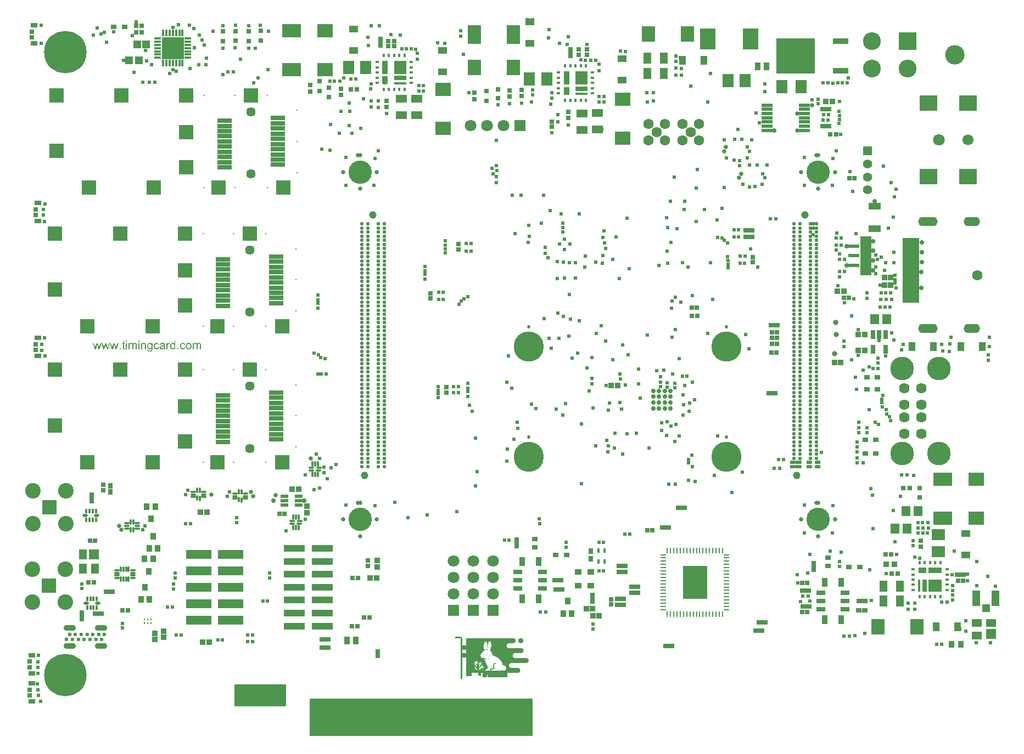
<source format=gbr>
G04*
G04 #@! TF.GenerationSoftware,Altium Limited,Altium Designer,23.7.1 (13)*
G04*
G04 Layer_Color=8388736*
%FSLAX25Y25*%
%MOIN*%
G70*
G04*
G04 #@! TF.SameCoordinates,27D51526-8311-448D-B6E4-34D2AC34C314*
G04*
G04*
G04 #@! TF.FilePolarity,Negative*
G04*
G01*
G75*
%ADD18R,0.04331X0.05315*%
%ADD19R,0.01000X0.03200*%
%ADD20R,0.03200X0.01000*%
%ADD25R,0.02123X0.01860*%
%ADD29R,0.03740X0.02756*%
%ADD30R,0.02423X0.02254*%
%ADD34R,0.03197X0.02985*%
%ADD35R,0.01860X0.02123*%
%ADD38R,0.02016X0.02288*%
%ADD39R,0.03937X0.03543*%
%ADD40R,0.02288X0.02016*%
%ADD41R,0.01772X0.02657*%
%ADD48R,0.02362X0.02165*%
%ADD54R,0.09173X0.07835*%
%ADD55R,0.12992X0.04016*%
%ADD60R,0.01860X0.02029*%
%ADD61R,0.05315X0.04331*%
%ADD66R,0.05100X0.03500*%
%ADD67R,0.08300X0.03500*%
%ADD68R,0.08300X0.07400*%
%ADD69R,0.02600X0.07400*%
%ADD70R,0.01400X0.07400*%
%ADD71R,0.02000X0.01300*%
%ADD72R,0.01300X0.02000*%
%ADD73R,0.04546X0.06717*%
%ADD74R,0.07835X0.09173*%
%ADD75R,0.07400X0.01400*%
%ADD76R,0.07400X0.02600*%
%ADD77R,0.07400X0.08300*%
%ADD78R,0.03500X0.08300*%
%ADD79R,0.03500X0.05100*%
%ADD80R,0.03150X0.03150*%
%ADD81R,0.02254X0.02237*%
%ADD82R,0.02204X0.02382*%
%ADD91R,0.11811X0.07874*%
%ADD92R,0.03366X0.03568*%
%ADD93R,0.02631X0.02648*%
%ADD95R,0.02911X0.02648*%
%ADD96R,0.02648X0.02816*%
%ADD98R,0.06717X0.04546*%
%ADD99R,0.02648X0.02911*%
%ADD100R,0.07874X0.11811*%
%ADD101R,0.02756X0.02756*%
%ADD102R,0.09449X0.12992*%
%ADD103R,0.02362X0.01968*%
%ADD104R,0.02648X0.02631*%
%ADD105R,0.09800X0.03700*%
%ADD106R,0.23300X0.21700*%
%ADD107R,0.11024X0.09449*%
%ADD111R,0.03543X0.03150*%
%ADD118R,0.05727X0.06127*%
%ADD119R,0.02029X0.01860*%
%ADD121C,0.02362*%
%ADD124R,0.02816X0.02648*%
%ADD125R,0.31496X0.13583*%
%ADD126R,1.35433X0.23032*%
%ADD127R,0.03359X0.03162*%
%ADD128R,0.15000X0.20000*%
%ADD129R,0.02572X0.02572*%
%ADD130R,0.05315X0.02953*%
%ADD131R,0.03740X0.05315*%
%ADD132R,0.02572X0.02572*%
%ADD133R,0.04934X0.09461*%
%ADD134R,0.04737X0.04934*%
%ADD135R,0.03556X0.04343*%
%ADD136R,0.06312X0.06312*%
%ADD137R,0.06312X0.04737*%
%ADD138R,0.03162X0.03359*%
%ADD139R,0.03556X0.03359*%
%ADD140R,0.03162X0.03458*%
%ADD141R,0.02965X0.02769*%
%ADD142R,0.03556X0.04343*%
%ADD143R,0.02769X0.02965*%
G04:AMPARAMS|DCode=144|XSize=15.87mil|YSize=29.65mil|CornerRadius=5.97mil|HoleSize=0mil|Usage=FLASHONLY|Rotation=180.000|XOffset=0mil|YOffset=0mil|HoleType=Round|Shape=RoundedRectangle|*
%AMROUNDEDRECTD144*
21,1,0.01587,0.01772,0,0,180.0*
21,1,0.00394,0.02965,0,0,180.0*
1,1,0.01194,-0.00197,0.00886*
1,1,0.01194,0.00197,0.00886*
1,1,0.01194,0.00197,-0.00886*
1,1,0.01194,-0.00197,-0.00886*
%
%ADD144ROUNDEDRECTD144*%
G04:AMPARAMS|DCode=145|XSize=19.81mil|YSize=31.62mil|CornerRadius=5.95mil|HoleSize=0mil|Usage=FLASHONLY|Rotation=90.000|XOffset=0mil|YOffset=0mil|HoleType=Round|Shape=RoundedRectangle|*
%AMROUNDEDRECTD145*
21,1,0.01981,0.01972,0,0,90.0*
21,1,0.00791,0.03162,0,0,90.0*
1,1,0.01190,0.00986,0.00396*
1,1,0.01190,0.00986,-0.00396*
1,1,0.01190,-0.00986,-0.00396*
1,1,0.01190,-0.00986,0.00396*
%
%ADD145ROUNDEDRECTD145*%
%ADD146R,0.02965X0.03162*%
%ADD147R,0.03162X0.02965*%
%ADD148R,0.03162X0.05524*%
G04:AMPARAMS|DCode=149|XSize=15.87mil|YSize=31.62mil|CornerRadius=5.97mil|HoleSize=0mil|Usage=FLASHONLY|Rotation=90.000|XOffset=0mil|YOffset=0mil|HoleType=Round|Shape=RoundedRectangle|*
%AMROUNDEDRECTD149*
21,1,0.01587,0.01968,0,0,90.0*
21,1,0.00394,0.03162,0,0,90.0*
1,1,0.01194,0.00984,0.00197*
1,1,0.01194,0.00984,-0.00197*
1,1,0.01194,-0.00984,-0.00197*
1,1,0.01194,-0.00984,0.00197*
%
%ADD149ROUNDEDRECTD149*%
G04:AMPARAMS|DCode=150|XSize=15.87mil|YSize=31.62mil|CornerRadius=5.97mil|HoleSize=0mil|Usage=FLASHONLY|Rotation=180.000|XOffset=0mil|YOffset=0mil|HoleType=Round|Shape=RoundedRectangle|*
%AMROUNDEDRECTD150*
21,1,0.01587,0.01968,0,0,180.0*
21,1,0.00394,0.03162,0,0,180.0*
1,1,0.01194,-0.00197,0.00984*
1,1,0.01194,0.00197,0.00984*
1,1,0.01194,0.00197,-0.00984*
1,1,0.01194,-0.00197,-0.00984*
%
%ADD150ROUNDEDRECTD150*%
G04:AMPARAMS|DCode=151|XSize=15.87mil|YSize=35.56mil|CornerRadius=5.97mil|HoleSize=0mil|Usage=FLASHONLY|Rotation=180.000|XOffset=0mil|YOffset=0mil|HoleType=Round|Shape=RoundedRectangle|*
%AMROUNDEDRECTD151*
21,1,0.01587,0.02362,0,0,180.0*
21,1,0.00394,0.03556,0,0,180.0*
1,1,0.01194,-0.00197,0.01181*
1,1,0.01194,0.00197,0.01181*
1,1,0.01194,0.00197,-0.01181*
1,1,0.01194,-0.00197,-0.01181*
%
%ADD151ROUNDEDRECTD151*%
G04:AMPARAMS|DCode=152|XSize=15.87mil|YSize=35.56mil|CornerRadius=5.97mil|HoleSize=0mil|Usage=FLASHONLY|Rotation=270.000|XOffset=0mil|YOffset=0mil|HoleType=Round|Shape=RoundedRectangle|*
%AMROUNDEDRECTD152*
21,1,0.01587,0.02362,0,0,270.0*
21,1,0.00394,0.03556,0,0,270.0*
1,1,0.01194,-0.01181,-0.00197*
1,1,0.01194,-0.01181,0.00197*
1,1,0.01194,0.01181,0.00197*
1,1,0.01194,0.01181,-0.00197*
%
%ADD152ROUNDEDRECTD152*%
%ADD153R,0.03359X0.03359*%
%ADD154R,0.03359X0.03359*%
%ADD155R,0.03556X0.03753*%
%ADD156R,0.06706X0.08083*%
%ADD157C,0.02493*%
%ADD158R,0.04343X0.03162*%
%ADD159R,0.02965X0.03162*%
%ADD160R,0.08674X0.02769*%
%ADD161C,0.02202*%
%ADD162R,0.06509X0.01981*%
%ADD163R,0.06706X0.02375*%
G04:AMPARAMS|DCode=164|XSize=15.87mil|YSize=35.56mil|CornerRadius=5.97mil|HoleSize=0mil|Usage=FLASHONLY|Rotation=180.000|XOffset=0mil|YOffset=0mil|HoleType=Round|Shape=RoundedRectangle|*
%AMROUNDEDRECTD164*
21,1,0.01587,0.02362,0,0,180.0*
21,1,0.00394,0.03556,0,0,180.0*
1,1,0.01194,-0.00197,0.01181*
1,1,0.01194,0.00197,0.01181*
1,1,0.01194,0.00197,-0.01181*
1,1,0.01194,-0.00197,-0.01181*
%
%ADD164ROUNDEDRECTD164*%
%ADD165R,0.06312X0.06312*%
%ADD166R,0.04737X0.06312*%
%ADD167C,0.02060*%
%ADD168R,0.10249X0.01902*%
%ADD169R,0.08083X0.06706*%
%ADD170R,0.03635X0.04737*%
%ADD171R,0.03600X0.17300*%
%ADD172R,0.03600X0.13400*%
%ADD173R,0.04934X0.05131*%
%ADD174R,0.04540X0.04540*%
%ADD175R,0.13595X0.13595*%
%ADD176R,0.01824X0.04343*%
%ADD177R,0.04343X0.01824*%
%ADD178R,0.06509X0.08280*%
%ADD179R,0.15288X0.05800*%
%ADD180R,0.07493X0.03989*%
%ADD181C,0.03162*%
%ADD182R,0.04737X0.02375*%
%ADD183R,0.02965X0.02965*%
%ADD184C,0.07099*%
%ADD185R,0.07099X0.07099*%
%ADD186R,0.08674X0.08674*%
%ADD187C,0.00800*%
%ADD188C,0.14186*%
%ADD189C,0.05721*%
%ADD190C,0.10827*%
%ADD191R,0.10827X0.10827*%
%ADD192C,0.11800*%
%ADD193R,0.05472X0.05472*%
%ADD194C,0.05472*%
%ADD195R,0.02362X0.02362*%
G04:AMPARAMS|DCode=196|XSize=35.43mil|YSize=74.8mil|CornerRadius=17.72mil|HoleSize=0mil|Usage=FLASHONLY|Rotation=270.000|XOffset=0mil|YOffset=0mil|HoleType=Round|Shape=RoundedRectangle|*
%AMROUNDEDRECTD196*
21,1,0.03543,0.03937,0,0,270.0*
21,1,0.00000,0.07480,0,0,270.0*
1,1,0.03543,-0.01968,0.00000*
1,1,0.03543,-0.01968,0.00000*
1,1,0.03543,0.01968,0.00000*
1,1,0.03543,0.01968,0.00000*
%
%ADD196ROUNDEDRECTD196*%
%ADD197C,0.18300*%
%ADD198C,0.04540*%
%ADD199C,0.06312*%
%ADD200O,0.11824X0.05524*%
%ADD201O,0.09855X0.05524*%
%ADD202C,0.14383*%
%ADD203C,0.06391*%
%ADD204R,0.07099X0.07099*%
%ADD205C,0.25800*%
%ADD206C,0.06300*%
%ADD207C,0.07087*%
%ADD208C,0.06693*%
%ADD209C,0.09461*%
%ADD210R,0.08674X0.08674*%
%ADD211C,0.02400*%
%ADD212C,0.02769*%
%ADD213C,0.02600*%
%ADD214C,0.02800*%
G36*
X45045Y-176001D02*
X44416D01*
Y-175283D01*
X45045D01*
Y-176001D01*
D02*
G37*
G36*
X37489D02*
X36860D01*
Y-175283D01*
X37489D01*
Y-176001D01*
D02*
G37*
G36*
X66897Y-180404D02*
X66312D01*
Y-179938D01*
X66305Y-179945D01*
X66297Y-179960D01*
X66275Y-179989D01*
X66246Y-180026D01*
X66209Y-180063D01*
X66164Y-180108D01*
X66112Y-180160D01*
X66046Y-180211D01*
X65979Y-180263D01*
X65905Y-180315D01*
X65816Y-180359D01*
X65720Y-180396D01*
X65624Y-180433D01*
X65513Y-180463D01*
X65395Y-180478D01*
X65269Y-180485D01*
X65224D01*
X65195Y-180478D01*
X65106Y-180470D01*
X65002Y-180456D01*
X64877Y-180426D01*
X64736Y-180382D01*
X64595Y-180322D01*
X64455Y-180241D01*
X64447D01*
X64440Y-180226D01*
X64396Y-180197D01*
X64329Y-180137D01*
X64248Y-180063D01*
X64151Y-179967D01*
X64055Y-179849D01*
X63959Y-179716D01*
X63878Y-179560D01*
Y-179553D01*
X63870Y-179538D01*
X63863Y-179516D01*
X63848Y-179486D01*
X63833Y-179442D01*
X63811Y-179390D01*
X63796Y-179338D01*
X63781Y-179272D01*
X63744Y-179124D01*
X63707Y-178953D01*
X63685Y-178761D01*
X63678Y-178554D01*
Y-178546D01*
Y-178532D01*
Y-178502D01*
Y-178458D01*
X63685Y-178413D01*
Y-178354D01*
X63700Y-178221D01*
X63722Y-178065D01*
X63759Y-177895D01*
X63804Y-177718D01*
X63863Y-177547D01*
Y-177540D01*
X63870Y-177525D01*
X63885Y-177503D01*
X63900Y-177473D01*
X63944Y-177392D01*
X64003Y-177288D01*
X64077Y-177177D01*
X64174Y-177066D01*
X64285Y-176948D01*
X64418Y-176852D01*
X64425D01*
X64433Y-176844D01*
X64455Y-176830D01*
X64484Y-176815D01*
X64558Y-176778D01*
X64662Y-176726D01*
X64780Y-176682D01*
X64921Y-176645D01*
X65076Y-176615D01*
X65239Y-176608D01*
X65298D01*
X65358Y-176615D01*
X65439Y-176622D01*
X65535Y-176645D01*
X65639Y-176667D01*
X65742Y-176704D01*
X65839Y-176756D01*
X65853Y-176763D01*
X65883Y-176778D01*
X65927Y-176815D01*
X65987Y-176852D01*
X66061Y-176904D01*
X66127Y-176970D01*
X66201Y-177037D01*
X66268Y-177118D01*
Y-175283D01*
X66897D01*
Y-180404D01*
D02*
G37*
G36*
X47864Y-176615D02*
X47945Y-176622D01*
X48042Y-176637D01*
X48145Y-176659D01*
X48256Y-176689D01*
X48360Y-176733D01*
X48375Y-176741D01*
X48404Y-176756D01*
X48456Y-176778D01*
X48515Y-176815D01*
X48589Y-176859D01*
X48656Y-176918D01*
X48722Y-176978D01*
X48782Y-177052D01*
X48789Y-177059D01*
X48804Y-177089D01*
X48826Y-177126D01*
X48863Y-177177D01*
X48893Y-177251D01*
X48922Y-177325D01*
X48959Y-177414D01*
X48981Y-177510D01*
Y-177518D01*
X48989Y-177547D01*
X48996Y-177592D01*
X49004Y-177651D01*
Y-177740D01*
X49011Y-177843D01*
X49018Y-177969D01*
Y-178125D01*
Y-180404D01*
X48389D01*
Y-178154D01*
Y-178147D01*
Y-178139D01*
Y-178088D01*
Y-178021D01*
X48382Y-177940D01*
X48375Y-177843D01*
X48360Y-177747D01*
X48338Y-177658D01*
X48315Y-177577D01*
Y-177570D01*
X48301Y-177547D01*
X48278Y-177510D01*
X48256Y-177466D01*
X48219Y-177422D01*
X48175Y-177370D01*
X48116Y-177318D01*
X48049Y-177274D01*
X48042Y-177266D01*
X48019Y-177251D01*
X47975Y-177237D01*
X47923Y-177214D01*
X47864Y-177192D01*
X47790Y-177170D01*
X47701Y-177163D01*
X47612Y-177155D01*
X47575D01*
X47546Y-177163D01*
X47472Y-177170D01*
X47376Y-177185D01*
X47272Y-177222D01*
X47154Y-177266D01*
X47035Y-177325D01*
X46924Y-177414D01*
X46909Y-177429D01*
X46880Y-177466D01*
X46858Y-177496D01*
X46835Y-177533D01*
X46806Y-177577D01*
X46784Y-177629D01*
X46754Y-177688D01*
X46724Y-177762D01*
X46702Y-177843D01*
X46680Y-177932D01*
X46665Y-178028D01*
X46650Y-178132D01*
X46636Y-178258D01*
Y-178384D01*
Y-180404D01*
X46007D01*
Y-176689D01*
X46569D01*
Y-177222D01*
X46576Y-177214D01*
X46591Y-177192D01*
X46613Y-177163D01*
X46643Y-177126D01*
X46687Y-177081D01*
X46739Y-177029D01*
X46798Y-176970D01*
X46872Y-176911D01*
X46946Y-176859D01*
X47035Y-176800D01*
X47131Y-176748D01*
X47235Y-176704D01*
X47353Y-176667D01*
X47472Y-176637D01*
X47605Y-176615D01*
X47746Y-176608D01*
X47805D01*
X47864Y-176615D01*
D02*
G37*
G36*
X63012D02*
X63093Y-176630D01*
X63189Y-176659D01*
X63293Y-176696D01*
X63411Y-176748D01*
X63537Y-176815D01*
X63308Y-177392D01*
X63300Y-177385D01*
X63271Y-177370D01*
X63226Y-177348D01*
X63167Y-177325D01*
X63101Y-177303D01*
X63019Y-177281D01*
X62938Y-177266D01*
X62856Y-177259D01*
X62819D01*
X62782Y-177266D01*
X62731Y-177274D01*
X62679Y-177288D01*
X62612Y-177311D01*
X62546Y-177340D01*
X62486Y-177385D01*
X62479Y-177392D01*
X62457Y-177407D01*
X62435Y-177436D01*
X62398Y-177473D01*
X62361Y-177525D01*
X62324Y-177584D01*
X62287Y-177651D01*
X62257Y-177732D01*
X62250Y-177747D01*
X62242Y-177792D01*
X62227Y-177858D01*
X62205Y-177947D01*
X62183Y-178058D01*
X62168Y-178184D01*
X62161Y-178317D01*
X62153Y-178465D01*
Y-180404D01*
X61524D01*
Y-176689D01*
X62094D01*
Y-177251D01*
X62102Y-177244D01*
X62131Y-177192D01*
X62168Y-177126D01*
X62227Y-177044D01*
X62287Y-176963D01*
X62353Y-176874D01*
X62420Y-176800D01*
X62486Y-176741D01*
X62494Y-176733D01*
X62516Y-176719D01*
X62560Y-176696D01*
X62605Y-176674D01*
X62664Y-176652D01*
X62738Y-176630D01*
X62812Y-176615D01*
X62893Y-176608D01*
X62945D01*
X63012Y-176615D01*
D02*
G37*
G36*
X81423D02*
X81475D01*
X81527Y-176622D01*
X81652Y-176645D01*
X81786Y-176682D01*
X81926Y-176741D01*
X82067Y-176815D01*
X82185Y-176918D01*
X82200Y-176933D01*
X82230Y-176978D01*
X82281Y-177044D01*
X82304Y-177096D01*
X82333Y-177148D01*
X82363Y-177214D01*
X82385Y-177281D01*
X82415Y-177355D01*
X82437Y-177444D01*
X82452Y-177533D01*
X82466Y-177636D01*
X82481Y-177740D01*
Y-177858D01*
Y-180404D01*
X81852D01*
Y-178073D01*
Y-178065D01*
Y-178058D01*
Y-178014D01*
Y-177947D01*
X81845Y-177866D01*
X81837Y-177777D01*
X81830Y-177688D01*
X81815Y-177599D01*
X81793Y-177533D01*
Y-177525D01*
X81778Y-177503D01*
X81763Y-177473D01*
X81741Y-177436D01*
X81712Y-177392D01*
X81675Y-177348D01*
X81630Y-177303D01*
X81571Y-177259D01*
X81564Y-177251D01*
X81541Y-177244D01*
X81512Y-177229D01*
X81460Y-177207D01*
X81408Y-177185D01*
X81342Y-177170D01*
X81275Y-177163D01*
X81194Y-177155D01*
X81157D01*
X81127Y-177163D01*
X81053Y-177170D01*
X80964Y-177185D01*
X80861Y-177222D01*
X80750Y-177266D01*
X80639Y-177333D01*
X80535Y-177422D01*
X80528Y-177436D01*
X80498Y-177473D01*
X80454Y-177533D01*
X80409Y-177621D01*
X80357Y-177740D01*
X80320Y-177880D01*
X80291Y-178051D01*
X80276Y-178250D01*
Y-180404D01*
X79647D01*
Y-177999D01*
Y-177991D01*
Y-177977D01*
Y-177962D01*
Y-177932D01*
X79640Y-177851D01*
X79625Y-177762D01*
X79610Y-177658D01*
X79580Y-177555D01*
X79543Y-177459D01*
X79492Y-177370D01*
X79484Y-177362D01*
X79462Y-177333D01*
X79425Y-177303D01*
X79373Y-177259D01*
X79307Y-177222D01*
X79218Y-177185D01*
X79114Y-177163D01*
X78988Y-177155D01*
X78944D01*
X78892Y-177163D01*
X78833Y-177170D01*
X78759Y-177192D01*
X78670Y-177214D01*
X78589Y-177251D01*
X78500Y-177296D01*
X78493Y-177303D01*
X78463Y-177325D01*
X78426Y-177355D01*
X78374Y-177399D01*
X78322Y-177459D01*
X78271Y-177533D01*
X78219Y-177614D01*
X78174Y-177710D01*
X78167Y-177725D01*
X78160Y-177762D01*
X78145Y-177821D01*
X78123Y-177903D01*
X78100Y-178014D01*
X78086Y-178147D01*
X78078Y-178302D01*
X78071Y-178480D01*
Y-180404D01*
X77442D01*
Y-176689D01*
X78004D01*
Y-177222D01*
X78012Y-177207D01*
X78034Y-177177D01*
X78078Y-177126D01*
X78130Y-177066D01*
X78197Y-176992D01*
X78278Y-176918D01*
X78367Y-176844D01*
X78470Y-176778D01*
X78485Y-176770D01*
X78522Y-176748D01*
X78581Y-176726D01*
X78663Y-176689D01*
X78759Y-176659D01*
X78870Y-176637D01*
X78996Y-176615D01*
X79129Y-176608D01*
X79196D01*
X79277Y-176615D01*
X79366Y-176630D01*
X79477Y-176652D01*
X79588Y-176682D01*
X79699Y-176726D01*
X79802Y-176785D01*
X79817Y-176793D01*
X79847Y-176815D01*
X79891Y-176852D01*
X79950Y-176911D01*
X80010Y-176978D01*
X80076Y-177059D01*
X80135Y-177155D01*
X80180Y-177266D01*
X80187Y-177259D01*
X80202Y-177237D01*
X80224Y-177207D01*
X80261Y-177163D01*
X80306Y-177111D01*
X80357Y-177059D01*
X80417Y-177000D01*
X80491Y-176933D01*
X80572Y-176874D01*
X80653Y-176815D01*
X80750Y-176763D01*
X80853Y-176711D01*
X80964Y-176667D01*
X81083Y-176637D01*
X81201Y-176615D01*
X81334Y-176608D01*
X81386D01*
X81423Y-176615D01*
D02*
G37*
G36*
X42425D02*
X42477D01*
X42529Y-176622D01*
X42654Y-176645D01*
X42788Y-176682D01*
X42928Y-176741D01*
X43069Y-176815D01*
X43187Y-176918D01*
X43202Y-176933D01*
X43232Y-176978D01*
X43283Y-177044D01*
X43306Y-177096D01*
X43335Y-177148D01*
X43365Y-177214D01*
X43387Y-177281D01*
X43417Y-177355D01*
X43439Y-177444D01*
X43454Y-177533D01*
X43468Y-177636D01*
X43483Y-177740D01*
Y-177858D01*
Y-180404D01*
X42854D01*
Y-178073D01*
Y-178065D01*
Y-178058D01*
Y-178014D01*
Y-177947D01*
X42847Y-177866D01*
X42839Y-177777D01*
X42832Y-177688D01*
X42817Y-177599D01*
X42795Y-177533D01*
Y-177525D01*
X42780Y-177503D01*
X42765Y-177473D01*
X42743Y-177436D01*
X42714Y-177392D01*
X42677Y-177348D01*
X42632Y-177303D01*
X42573Y-177259D01*
X42566Y-177251D01*
X42543Y-177244D01*
X42514Y-177229D01*
X42462Y-177207D01*
X42410Y-177185D01*
X42344Y-177170D01*
X42277Y-177163D01*
X42196Y-177155D01*
X42159D01*
X42129Y-177163D01*
X42055Y-177170D01*
X41966Y-177185D01*
X41863Y-177222D01*
X41752Y-177266D01*
X41641Y-177333D01*
X41537Y-177422D01*
X41530Y-177436D01*
X41500Y-177473D01*
X41456Y-177533D01*
X41411Y-177621D01*
X41359Y-177740D01*
X41322Y-177880D01*
X41293Y-178051D01*
X41278Y-178250D01*
Y-180404D01*
X40649D01*
Y-177999D01*
Y-177991D01*
Y-177977D01*
Y-177962D01*
Y-177932D01*
X40642Y-177851D01*
X40627Y-177762D01*
X40612Y-177658D01*
X40582Y-177555D01*
X40545Y-177459D01*
X40494Y-177370D01*
X40486Y-177362D01*
X40464Y-177333D01*
X40427Y-177303D01*
X40375Y-177259D01*
X40309Y-177222D01*
X40220Y-177185D01*
X40116Y-177163D01*
X39990Y-177155D01*
X39946D01*
X39894Y-177163D01*
X39835Y-177170D01*
X39761Y-177192D01*
X39672Y-177214D01*
X39591Y-177251D01*
X39502Y-177296D01*
X39495Y-177303D01*
X39465Y-177325D01*
X39428Y-177355D01*
X39376Y-177399D01*
X39324Y-177459D01*
X39273Y-177533D01*
X39221Y-177614D01*
X39176Y-177710D01*
X39169Y-177725D01*
X39162Y-177762D01*
X39147Y-177821D01*
X39125Y-177903D01*
X39102Y-178014D01*
X39088Y-178147D01*
X39080Y-178302D01*
X39073Y-178480D01*
Y-180404D01*
X38444D01*
Y-176689D01*
X39006D01*
Y-177222D01*
X39014Y-177207D01*
X39036Y-177177D01*
X39080Y-177126D01*
X39132Y-177066D01*
X39199Y-176992D01*
X39280Y-176918D01*
X39369Y-176844D01*
X39472Y-176778D01*
X39487Y-176770D01*
X39524Y-176748D01*
X39583Y-176726D01*
X39665Y-176689D01*
X39761Y-176659D01*
X39872Y-176637D01*
X39998Y-176615D01*
X40131Y-176608D01*
X40198D01*
X40279Y-176615D01*
X40368Y-176630D01*
X40479Y-176652D01*
X40590Y-176682D01*
X40701Y-176726D01*
X40804Y-176785D01*
X40819Y-176793D01*
X40849Y-176815D01*
X40893Y-176852D01*
X40952Y-176911D01*
X41012Y-176978D01*
X41078Y-177059D01*
X41137Y-177155D01*
X41182Y-177266D01*
X41189Y-177259D01*
X41204Y-177237D01*
X41226Y-177207D01*
X41263Y-177163D01*
X41308Y-177111D01*
X41359Y-177059D01*
X41419Y-177000D01*
X41493Y-176933D01*
X41574Y-176874D01*
X41655Y-176815D01*
X41752Y-176763D01*
X41855Y-176711D01*
X41966Y-176667D01*
X42085Y-176637D01*
X42203Y-176615D01*
X42336Y-176608D01*
X42388D01*
X42425Y-176615D01*
D02*
G37*
G36*
X71492D02*
X71537D01*
X71596Y-176622D01*
X71736Y-176645D01*
X71892Y-176682D01*
X72055Y-176741D01*
X72217Y-176815D01*
X72373Y-176918D01*
X72380D01*
X72388Y-176933D01*
X72432Y-176978D01*
X72499Y-177044D01*
X72580Y-177140D01*
X72661Y-177259D01*
X72743Y-177407D01*
X72817Y-177577D01*
X72869Y-177777D01*
X72254Y-177873D01*
Y-177866D01*
X72247Y-177858D01*
X72240Y-177814D01*
X72217Y-177747D01*
X72180Y-177666D01*
X72143Y-177577D01*
X72084Y-177481D01*
X72018Y-177392D01*
X71944Y-177318D01*
X71936Y-177311D01*
X71907Y-177288D01*
X71855Y-177259D01*
X71796Y-177222D01*
X71714Y-177185D01*
X71625Y-177155D01*
X71522Y-177133D01*
X71411Y-177126D01*
X71366D01*
X71329Y-177133D01*
X71248Y-177140D01*
X71137Y-177170D01*
X71019Y-177207D01*
X70885Y-177266D01*
X70760Y-177355D01*
X70700Y-177407D01*
X70641Y-177466D01*
Y-177473D01*
X70626Y-177481D01*
X70612Y-177503D01*
X70597Y-177533D01*
X70575Y-177570D01*
X70545Y-177614D01*
X70523Y-177666D01*
X70493Y-177725D01*
X70464Y-177799D01*
X70441Y-177880D01*
X70412Y-177969D01*
X70390Y-178065D01*
X70375Y-178169D01*
X70360Y-178287D01*
X70345Y-178413D01*
Y-178546D01*
Y-178554D01*
Y-178576D01*
Y-178620D01*
X70353Y-178665D01*
Y-178731D01*
X70360Y-178798D01*
X70382Y-178961D01*
X70412Y-179138D01*
X70464Y-179323D01*
X70530Y-179486D01*
X70575Y-179568D01*
X70626Y-179634D01*
X70641Y-179649D01*
X70678Y-179686D01*
X70745Y-179738D01*
X70826Y-179797D01*
X70937Y-179864D01*
X71063Y-179915D01*
X71211Y-179952D01*
X71292Y-179960D01*
X71374Y-179967D01*
X71389D01*
X71433Y-179960D01*
X71507Y-179952D01*
X71588Y-179938D01*
X71685Y-179915D01*
X71788Y-179871D01*
X71892Y-179819D01*
X71988Y-179745D01*
X72003Y-179738D01*
X72025Y-179701D01*
X72069Y-179649D01*
X72121Y-179568D01*
X72173Y-179471D01*
X72232Y-179353D01*
X72277Y-179205D01*
X72306Y-179042D01*
X72928Y-179124D01*
Y-179131D01*
X72920Y-179153D01*
X72913Y-179183D01*
X72906Y-179227D01*
X72891Y-179286D01*
X72876Y-179346D01*
X72824Y-179494D01*
X72758Y-179649D01*
X72661Y-179819D01*
X72543Y-179982D01*
X72476Y-180056D01*
X72402Y-180130D01*
X72395Y-180137D01*
X72380Y-180145D01*
X72358Y-180160D01*
X72328Y-180182D01*
X72291Y-180211D01*
X72240Y-180241D01*
X72180Y-180271D01*
X72121Y-180308D01*
X71973Y-180374D01*
X71796Y-180426D01*
X71603Y-180470D01*
X71492Y-180478D01*
X71381Y-180485D01*
X71307D01*
X71255Y-180478D01*
X71189Y-180470D01*
X71115Y-180456D01*
X71033Y-180441D01*
X70945Y-180426D01*
X70745Y-180367D01*
X70649Y-180322D01*
X70545Y-180278D01*
X70441Y-180219D01*
X70345Y-180152D01*
X70249Y-180078D01*
X70160Y-179989D01*
X70153Y-179982D01*
X70138Y-179967D01*
X70116Y-179938D01*
X70086Y-179901D01*
X70057Y-179849D01*
X70012Y-179782D01*
X69975Y-179708D01*
X69931Y-179627D01*
X69886Y-179531D01*
X69849Y-179420D01*
X69805Y-179309D01*
X69775Y-179175D01*
X69746Y-179042D01*
X69724Y-178887D01*
X69709Y-178731D01*
X69701Y-178561D01*
Y-178554D01*
Y-178532D01*
Y-178502D01*
Y-178458D01*
X69709Y-178406D01*
Y-178347D01*
X69716Y-178280D01*
X69724Y-178206D01*
X69746Y-178043D01*
X69783Y-177866D01*
X69827Y-177688D01*
X69894Y-177510D01*
Y-177503D01*
X69901Y-177488D01*
X69916Y-177466D01*
X69931Y-177436D01*
X69975Y-177355D01*
X70042Y-177259D01*
X70131Y-177148D01*
X70234Y-177037D01*
X70360Y-176926D01*
X70501Y-176837D01*
X70508D01*
X70523Y-176830D01*
X70545Y-176815D01*
X70575Y-176800D01*
X70612Y-176785D01*
X70656Y-176763D01*
X70767Y-176719D01*
X70893Y-176682D01*
X71048Y-176645D01*
X71211Y-176615D01*
X71389Y-176608D01*
X71448D01*
X71492Y-176615D01*
D02*
G37*
G36*
X55575D02*
X55619D01*
X55678Y-176622D01*
X55819Y-176645D01*
X55974Y-176682D01*
X56137Y-176741D01*
X56300Y-176815D01*
X56455Y-176918D01*
X56463D01*
X56470Y-176933D01*
X56515Y-176978D01*
X56581Y-177044D01*
X56663Y-177140D01*
X56744Y-177259D01*
X56825Y-177407D01*
X56899Y-177577D01*
X56951Y-177777D01*
X56337Y-177873D01*
Y-177866D01*
X56330Y-177858D01*
X56322Y-177814D01*
X56300Y-177747D01*
X56263Y-177666D01*
X56226Y-177577D01*
X56167Y-177481D01*
X56100Y-177392D01*
X56026Y-177318D01*
X56019Y-177311D01*
X55989Y-177288D01*
X55937Y-177259D01*
X55878Y-177222D01*
X55797Y-177185D01*
X55708Y-177155D01*
X55604Y-177133D01*
X55493Y-177126D01*
X55449D01*
X55412Y-177133D01*
X55331Y-177140D01*
X55220Y-177170D01*
X55101Y-177207D01*
X54968Y-177266D01*
X54842Y-177355D01*
X54783Y-177407D01*
X54724Y-177466D01*
Y-177473D01*
X54709Y-177481D01*
X54694Y-177503D01*
X54679Y-177533D01*
X54657Y-177570D01*
X54628Y-177614D01*
X54605Y-177666D01*
X54576Y-177725D01*
X54546Y-177799D01*
X54524Y-177880D01*
X54494Y-177969D01*
X54472Y-178065D01*
X54457Y-178169D01*
X54443Y-178287D01*
X54428Y-178413D01*
Y-178546D01*
Y-178554D01*
Y-178576D01*
Y-178620D01*
X54435Y-178665D01*
Y-178731D01*
X54443Y-178798D01*
X54465Y-178961D01*
X54494Y-179138D01*
X54546Y-179323D01*
X54613Y-179486D01*
X54657Y-179568D01*
X54709Y-179634D01*
X54724Y-179649D01*
X54761Y-179686D01*
X54827Y-179738D01*
X54909Y-179797D01*
X55020Y-179864D01*
X55146Y-179915D01*
X55294Y-179952D01*
X55375Y-179960D01*
X55456Y-179967D01*
X55471D01*
X55516Y-179960D01*
X55590Y-179952D01*
X55671Y-179938D01*
X55767Y-179915D01*
X55871Y-179871D01*
X55974Y-179819D01*
X56071Y-179745D01*
X56085Y-179738D01*
X56108Y-179701D01*
X56152Y-179649D01*
X56204Y-179568D01*
X56256Y-179471D01*
X56315Y-179353D01*
X56359Y-179205D01*
X56389Y-179042D01*
X57010Y-179124D01*
Y-179131D01*
X57003Y-179153D01*
X56996Y-179183D01*
X56988Y-179227D01*
X56973Y-179286D01*
X56959Y-179346D01*
X56907Y-179494D01*
X56840Y-179649D01*
X56744Y-179819D01*
X56626Y-179982D01*
X56559Y-180056D01*
X56485Y-180130D01*
X56478Y-180137D01*
X56463Y-180145D01*
X56441Y-180160D01*
X56411Y-180182D01*
X56374Y-180211D01*
X56322Y-180241D01*
X56263Y-180271D01*
X56204Y-180308D01*
X56056Y-180374D01*
X55878Y-180426D01*
X55686Y-180470D01*
X55575Y-180478D01*
X55464Y-180485D01*
X55390D01*
X55338Y-180478D01*
X55271Y-180470D01*
X55197Y-180456D01*
X55116Y-180441D01*
X55027Y-180426D01*
X54827Y-180367D01*
X54731Y-180322D01*
X54628Y-180278D01*
X54524Y-180219D01*
X54428Y-180152D01*
X54332Y-180078D01*
X54243Y-179989D01*
X54235Y-179982D01*
X54221Y-179967D01*
X54198Y-179938D01*
X54169Y-179901D01*
X54139Y-179849D01*
X54095Y-179782D01*
X54058Y-179708D01*
X54013Y-179627D01*
X53969Y-179531D01*
X53932Y-179420D01*
X53888Y-179309D01*
X53858Y-179175D01*
X53828Y-179042D01*
X53806Y-178887D01*
X53791Y-178731D01*
X53784Y-178561D01*
Y-178554D01*
Y-178532D01*
Y-178502D01*
Y-178458D01*
X53791Y-178406D01*
Y-178347D01*
X53799Y-178280D01*
X53806Y-178206D01*
X53828Y-178043D01*
X53865Y-177866D01*
X53910Y-177688D01*
X53976Y-177510D01*
Y-177503D01*
X53984Y-177488D01*
X53999Y-177466D01*
X54013Y-177436D01*
X54058Y-177355D01*
X54124Y-177259D01*
X54213Y-177148D01*
X54317Y-177037D01*
X54443Y-176926D01*
X54583Y-176837D01*
X54591D01*
X54605Y-176830D01*
X54628Y-176815D01*
X54657Y-176800D01*
X54694Y-176785D01*
X54739Y-176763D01*
X54850Y-176719D01*
X54975Y-176682D01*
X55131Y-176645D01*
X55294Y-176615D01*
X55471Y-176608D01*
X55530D01*
X55575Y-176615D01*
D02*
G37*
G36*
X31177Y-180404D02*
X30533D01*
X29941Y-178184D01*
X29793Y-177547D01*
X29046Y-180404D01*
X28380D01*
X27255Y-176689D01*
X27914D01*
X28506Y-178835D01*
X28713Y-179634D01*
Y-179627D01*
X28720Y-179612D01*
X28728Y-179575D01*
X28735Y-179553D01*
X28742Y-179516D01*
X28750Y-179471D01*
X28765Y-179420D01*
X28779Y-179360D01*
X28802Y-179286D01*
X28824Y-179205D01*
X28846Y-179109D01*
X28876Y-178998D01*
X28905Y-178872D01*
X29497Y-176689D01*
X30141D01*
X30696Y-178850D01*
X30881Y-179560D01*
X31096Y-178842D01*
X31732Y-176689D01*
X32346D01*
X31177Y-180404D01*
D02*
G37*
G36*
X26012D02*
X25368D01*
X24776Y-178184D01*
X24628Y-177547D01*
X23881Y-180404D01*
X23215D01*
X22090Y-176689D01*
X22748D01*
X23340Y-178835D01*
X23548Y-179634D01*
Y-179627D01*
X23555Y-179612D01*
X23562Y-179575D01*
X23570Y-179553D01*
X23577Y-179516D01*
X23585Y-179471D01*
X23599Y-179420D01*
X23614Y-179360D01*
X23636Y-179286D01*
X23659Y-179205D01*
X23681Y-179109D01*
X23710Y-178998D01*
X23740Y-178872D01*
X24332Y-176689D01*
X24976D01*
X25531Y-178850D01*
X25716Y-179560D01*
X25930Y-178842D01*
X26567Y-176689D01*
X27181D01*
X26012Y-180404D01*
D02*
G37*
G36*
X20847D02*
X20203D01*
X19611Y-178184D01*
X19463Y-177547D01*
X18715Y-180404D01*
X18049D01*
X16925Y-176689D01*
X17583D01*
X18175Y-178835D01*
X18382Y-179634D01*
Y-179627D01*
X18390Y-179612D01*
X18397Y-179575D01*
X18405Y-179553D01*
X18412Y-179516D01*
X18419Y-179471D01*
X18434Y-179420D01*
X18449Y-179360D01*
X18471Y-179286D01*
X18493Y-179205D01*
X18516Y-179109D01*
X18545Y-178998D01*
X18575Y-178872D01*
X19167Y-176689D01*
X19811D01*
X20366Y-178850D01*
X20551Y-179560D01*
X20765Y-178842D01*
X21402Y-176689D01*
X22016D01*
X20847Y-180404D01*
D02*
G37*
G36*
X68791D02*
X68073D01*
Y-179686D01*
X68791D01*
Y-180404D01*
D02*
G37*
G36*
X59282Y-176615D02*
X59393Y-176622D01*
X59519Y-176637D01*
X59645Y-176659D01*
X59771Y-176689D01*
X59889Y-176726D01*
X59904Y-176733D01*
X59941Y-176748D01*
X59993Y-176770D01*
X60059Y-176800D01*
X60133Y-176844D01*
X60207Y-176889D01*
X60274Y-176948D01*
X60333Y-177007D01*
X60340Y-177015D01*
X60355Y-177037D01*
X60377Y-177074D01*
X60407Y-177118D01*
X60444Y-177185D01*
X60474Y-177251D01*
X60503Y-177333D01*
X60525Y-177429D01*
Y-177436D01*
X60533Y-177459D01*
X60540Y-177503D01*
X60548Y-177562D01*
Y-177644D01*
X60555Y-177740D01*
X60562Y-177866D01*
Y-178006D01*
Y-178850D01*
Y-178857D01*
Y-178887D01*
Y-178931D01*
Y-178990D01*
Y-179057D01*
Y-179138D01*
X60570Y-179316D01*
Y-179501D01*
X60577Y-179686D01*
X60585Y-179767D01*
Y-179841D01*
X60592Y-179908D01*
X60599Y-179960D01*
Y-179967D01*
X60607Y-179997D01*
X60614Y-180041D01*
X60636Y-180100D01*
X60651Y-180167D01*
X60681Y-180241D01*
X60718Y-180322D01*
X60755Y-180404D01*
X60096D01*
X60089Y-180396D01*
X60081Y-180367D01*
X60067Y-180330D01*
X60044Y-180271D01*
X60022Y-180204D01*
X60007Y-180123D01*
X59993Y-180034D01*
X59978Y-179938D01*
X59970D01*
X59963Y-179952D01*
X59919Y-179989D01*
X59852Y-180041D01*
X59763Y-180108D01*
X59652Y-180174D01*
X59541Y-180248D01*
X59423Y-180315D01*
X59297Y-180367D01*
X59282Y-180374D01*
X59238Y-180382D01*
X59171Y-180404D01*
X59090Y-180426D01*
X58986Y-180448D01*
X58868Y-180463D01*
X58735Y-180478D01*
X58601Y-180485D01*
X58542D01*
X58498Y-180478D01*
X58446D01*
X58387Y-180470D01*
X58254Y-180448D01*
X58106Y-180411D01*
X57943Y-180359D01*
X57795Y-180285D01*
X57662Y-180189D01*
X57647Y-180174D01*
X57610Y-180137D01*
X57558Y-180071D01*
X57499Y-179982D01*
X57440Y-179871D01*
X57388Y-179745D01*
X57351Y-179590D01*
X57343Y-179516D01*
X57336Y-179427D01*
Y-179412D01*
Y-179383D01*
X57343Y-179331D01*
X57351Y-179264D01*
X57366Y-179183D01*
X57388Y-179101D01*
X57417Y-179013D01*
X57454Y-178931D01*
X57462Y-178924D01*
X57477Y-178894D01*
X57506Y-178850D01*
X57543Y-178798D01*
X57588Y-178739D01*
X57647Y-178680D01*
X57706Y-178620D01*
X57780Y-178569D01*
X57787Y-178561D01*
X57817Y-178546D01*
X57854Y-178517D01*
X57913Y-178487D01*
X57980Y-178458D01*
X58061Y-178421D01*
X58143Y-178391D01*
X58239Y-178361D01*
X58246D01*
X58276Y-178354D01*
X58320Y-178339D01*
X58379Y-178332D01*
X58453Y-178317D01*
X58550Y-178302D01*
X58661Y-178280D01*
X58794Y-178265D01*
X58801D01*
X58831Y-178258D01*
X58868D01*
X58920Y-178250D01*
X58979Y-178243D01*
X59053Y-178228D01*
X59134Y-178221D01*
X59223Y-178206D01*
X59401Y-178169D01*
X59593Y-178132D01*
X59763Y-178088D01*
X59845Y-178065D01*
X59919Y-178043D01*
Y-178036D01*
Y-178021D01*
X59926Y-177977D01*
Y-177925D01*
Y-177895D01*
Y-177880D01*
Y-177873D01*
Y-177866D01*
Y-177821D01*
X59919Y-177747D01*
X59904Y-177666D01*
X59882Y-177577D01*
X59845Y-177488D01*
X59800Y-177407D01*
X59741Y-177340D01*
X59734Y-177333D01*
X59697Y-177303D01*
X59637Y-177274D01*
X59563Y-177229D01*
X59460Y-177192D01*
X59341Y-177155D01*
X59193Y-177133D01*
X59023Y-177126D01*
X58949D01*
X58875Y-177133D01*
X58772Y-177148D01*
X58668Y-177163D01*
X58557Y-177192D01*
X58453Y-177229D01*
X58365Y-177281D01*
X58357Y-177288D01*
X58328Y-177311D01*
X58291Y-177348D01*
X58246Y-177407D01*
X58202Y-177481D01*
X58150Y-177577D01*
X58106Y-177695D01*
X58061Y-177829D01*
X57447Y-177747D01*
Y-177740D01*
X57454Y-177732D01*
Y-177710D01*
X57462Y-177681D01*
X57484Y-177614D01*
X57514Y-177518D01*
X57551Y-177422D01*
X57595Y-177318D01*
X57654Y-177214D01*
X57721Y-177118D01*
X57728Y-177111D01*
X57758Y-177081D01*
X57802Y-177037D01*
X57861Y-176978D01*
X57943Y-176918D01*
X58039Y-176859D01*
X58150Y-176793D01*
X58276Y-176741D01*
X58283D01*
X58291Y-176733D01*
X58313Y-176726D01*
X58342Y-176719D01*
X58416Y-176696D01*
X58520Y-176674D01*
X58638Y-176652D01*
X58786Y-176630D01*
X58942Y-176615D01*
X59119Y-176608D01*
X59201D01*
X59282Y-176615D01*
D02*
G37*
G36*
X45045Y-180404D02*
X44416D01*
Y-176689D01*
X45045D01*
Y-180404D01*
D02*
G37*
G36*
X37489D02*
X36860D01*
Y-176689D01*
X37489D01*
Y-180404D01*
D02*
G37*
G36*
X33774D02*
X33057D01*
Y-179686D01*
X33774D01*
Y-180404D01*
D02*
G37*
G36*
X35602Y-176689D02*
X36239D01*
Y-177177D01*
X35602D01*
Y-179360D01*
Y-179375D01*
Y-179405D01*
Y-179449D01*
X35610Y-179501D01*
X35617Y-179619D01*
X35624Y-179671D01*
X35632Y-179708D01*
X35639Y-179723D01*
X35661Y-179753D01*
X35691Y-179790D01*
X35743Y-179827D01*
X35758Y-179834D01*
X35795Y-179849D01*
X35861Y-179864D01*
X35957Y-179871D01*
X36031D01*
X36068Y-179864D01*
X36120D01*
X36179Y-179856D01*
X36239Y-179849D01*
X36320Y-180404D01*
X36305D01*
X36276Y-180411D01*
X36224Y-180419D01*
X36157Y-180426D01*
X36083Y-180441D01*
X36002Y-180448D01*
X35839Y-180456D01*
X35780D01*
X35721Y-180448D01*
X35647Y-180441D01*
X35558Y-180433D01*
X35469Y-180411D01*
X35388Y-180389D01*
X35306Y-180352D01*
X35299Y-180345D01*
X35277Y-180330D01*
X35247Y-180308D01*
X35203Y-180271D01*
X35166Y-180234D01*
X35121Y-180182D01*
X35077Y-180130D01*
X35047Y-180063D01*
Y-180056D01*
X35032Y-180026D01*
X35025Y-179975D01*
X35010Y-179901D01*
X34995Y-179804D01*
X34988Y-179745D01*
Y-179679D01*
X34981Y-179597D01*
X34973Y-179516D01*
Y-179427D01*
Y-179323D01*
Y-177177D01*
X34507D01*
Y-176689D01*
X34973D01*
Y-175771D01*
X35602Y-175394D01*
Y-176689D01*
D02*
G37*
G36*
X75096Y-176615D02*
X75163Y-176622D01*
X75237Y-176637D01*
X75318Y-176652D01*
X75414Y-176667D01*
X75614Y-176733D01*
X75718Y-176770D01*
X75821Y-176822D01*
X75925Y-176874D01*
X76028Y-176948D01*
X76125Y-177022D01*
X76221Y-177111D01*
X76228Y-177118D01*
X76243Y-177133D01*
X76265Y-177163D01*
X76295Y-177200D01*
X76332Y-177251D01*
X76376Y-177318D01*
X76421Y-177392D01*
X76465Y-177473D01*
X76509Y-177562D01*
X76554Y-177673D01*
X76598Y-177784D01*
X76635Y-177910D01*
X76665Y-178043D01*
X76687Y-178184D01*
X76702Y-178332D01*
X76709Y-178495D01*
Y-178502D01*
Y-178524D01*
Y-178561D01*
Y-178613D01*
X76702Y-178672D01*
X76694Y-178746D01*
Y-178820D01*
X76680Y-178902D01*
X76657Y-179087D01*
X76613Y-179272D01*
X76561Y-179457D01*
X76487Y-179627D01*
Y-179634D01*
X76480Y-179642D01*
X76465Y-179664D01*
X76450Y-179693D01*
X76398Y-179767D01*
X76332Y-179856D01*
X76243Y-179960D01*
X76132Y-180063D01*
X76006Y-180167D01*
X75858Y-180263D01*
X75851D01*
X75843Y-180271D01*
X75821Y-180285D01*
X75784Y-180300D01*
X75747Y-180315D01*
X75703Y-180330D01*
X75592Y-180374D01*
X75466Y-180411D01*
X75311Y-180448D01*
X75148Y-180478D01*
X74970Y-180485D01*
X74896D01*
X74837Y-180478D01*
X74770Y-180470D01*
X74696Y-180456D01*
X74608Y-180441D01*
X74519Y-180426D01*
X74319Y-180367D01*
X74208Y-180322D01*
X74104Y-180278D01*
X74001Y-180219D01*
X73897Y-180152D01*
X73801Y-180078D01*
X73705Y-179989D01*
X73697Y-179982D01*
X73683Y-179967D01*
X73660Y-179938D01*
X73631Y-179893D01*
X73594Y-179841D01*
X73557Y-179782D01*
X73512Y-179708D01*
X73468Y-179619D01*
X73424Y-179523D01*
X73379Y-179412D01*
X73342Y-179294D01*
X73305Y-179168D01*
X73276Y-179027D01*
X73253Y-178879D01*
X73239Y-178717D01*
X73231Y-178546D01*
Y-178532D01*
Y-178502D01*
X73239Y-178450D01*
Y-178376D01*
X73246Y-178295D01*
X73261Y-178191D01*
X73276Y-178088D01*
X73305Y-177969D01*
X73335Y-177851D01*
X73372Y-177725D01*
X73416Y-177592D01*
X73475Y-177466D01*
X73535Y-177348D01*
X73616Y-177229D01*
X73697Y-177118D01*
X73801Y-177022D01*
X73808Y-177015D01*
X73823Y-177007D01*
X73853Y-176985D01*
X73890Y-176955D01*
X73934Y-176926D01*
X73993Y-176889D01*
X74053Y-176852D01*
X74127Y-176815D01*
X74208Y-176778D01*
X74297Y-176741D01*
X74497Y-176674D01*
X74726Y-176622D01*
X74844Y-176615D01*
X74970Y-176608D01*
X75044D01*
X75096Y-176615D01*
D02*
G37*
G36*
X51460D02*
X51512Y-176622D01*
X51579Y-176637D01*
X51653Y-176652D01*
X51734Y-176674D01*
X51816Y-176704D01*
X51904Y-176741D01*
X51993Y-176785D01*
X52089Y-176837D01*
X52178Y-176896D01*
X52267Y-176970D01*
X52356Y-177052D01*
X52437Y-177148D01*
Y-176689D01*
X53014D01*
Y-179901D01*
Y-179908D01*
Y-179938D01*
Y-179982D01*
Y-180041D01*
X53007Y-180108D01*
Y-180189D01*
X53000Y-180278D01*
X52992Y-180374D01*
X52970Y-180574D01*
X52940Y-180781D01*
X52918Y-180877D01*
X52896Y-180966D01*
X52866Y-181048D01*
X52837Y-181122D01*
Y-181129D01*
X52829Y-181136D01*
X52800Y-181181D01*
X52763Y-181247D01*
X52704Y-181329D01*
X52622Y-181418D01*
X52526Y-181514D01*
X52408Y-181610D01*
X52274Y-181691D01*
X52267D01*
X52260Y-181699D01*
X52237Y-181714D01*
X52208Y-181721D01*
X52171Y-181743D01*
X52126Y-181758D01*
X52015Y-181795D01*
X51882Y-181839D01*
X51719Y-181869D01*
X51534Y-181899D01*
X51335Y-181906D01*
X51268D01*
X51224Y-181899D01*
X51164D01*
X51105Y-181891D01*
X51031Y-181884D01*
X50950Y-181869D01*
X50780Y-181832D01*
X50602Y-181780D01*
X50424Y-181706D01*
X50262Y-181603D01*
X50254Y-181595D01*
X50247Y-181588D01*
X50195Y-181543D01*
X50136Y-181477D01*
X50062Y-181381D01*
X49988Y-181255D01*
X49921Y-181099D01*
X49899Y-181011D01*
X49884Y-180914D01*
X49869Y-180818D01*
Y-180707D01*
X50484Y-180789D01*
Y-180803D01*
X50491Y-180833D01*
X50506Y-180885D01*
X50521Y-180951D01*
X50550Y-181018D01*
X50587Y-181085D01*
X50632Y-181151D01*
X50691Y-181203D01*
X50706Y-181210D01*
X50735Y-181233D01*
X50787Y-181262D01*
X50861Y-181292D01*
X50950Y-181329D01*
X51061Y-181358D01*
X51194Y-181381D01*
X51335Y-181388D01*
X51409D01*
X51483Y-181381D01*
X51586Y-181366D01*
X51690Y-181344D01*
X51801Y-181314D01*
X51912Y-181270D01*
X52008Y-181210D01*
X52015Y-181203D01*
X52045Y-181181D01*
X52089Y-181136D01*
X52141Y-181085D01*
X52193Y-181011D01*
X52245Y-180929D01*
X52297Y-180833D01*
X52334Y-180722D01*
Y-180715D01*
X52341Y-180685D01*
X52348Y-180626D01*
X52356Y-180552D01*
X52363Y-180500D01*
Y-180441D01*
X52371Y-180374D01*
Y-180300D01*
Y-180219D01*
X52378Y-180123D01*
Y-180026D01*
Y-179915D01*
X52371Y-179923D01*
X52356Y-179938D01*
X52334Y-179960D01*
X52304Y-179989D01*
X52267Y-180026D01*
X52215Y-180071D01*
X52156Y-180115D01*
X52097Y-180160D01*
X51941Y-180248D01*
X51771Y-180330D01*
X51675Y-180359D01*
X51571Y-180382D01*
X51460Y-180396D01*
X51349Y-180404D01*
X51312D01*
X51275Y-180396D01*
X51224D01*
X51157Y-180389D01*
X51083Y-180374D01*
X51002Y-180359D01*
X50913Y-180337D01*
X50817Y-180308D01*
X50720Y-180271D01*
X50624Y-180226D01*
X50521Y-180174D01*
X50424Y-180108D01*
X50328Y-180034D01*
X50239Y-179952D01*
X50158Y-179856D01*
X50151Y-179849D01*
X50143Y-179834D01*
X50121Y-179797D01*
X50091Y-179760D01*
X50062Y-179701D01*
X50025Y-179642D01*
X49988Y-179568D01*
X49951Y-179479D01*
X49914Y-179390D01*
X49877Y-179286D01*
X49840Y-179183D01*
X49810Y-179064D01*
X49758Y-178813D01*
X49751Y-178672D01*
X49744Y-178532D01*
Y-178524D01*
Y-178509D01*
Y-178480D01*
Y-178443D01*
X49751Y-178391D01*
Y-178339D01*
X49766Y-178206D01*
X49788Y-178058D01*
X49825Y-177895D01*
X49869Y-177725D01*
X49936Y-177555D01*
Y-177547D01*
X49943Y-177533D01*
X49958Y-177510D01*
X49973Y-177481D01*
X50017Y-177399D01*
X50077Y-177296D01*
X50158Y-177185D01*
X50254Y-177074D01*
X50365Y-176955D01*
X50491Y-176859D01*
X50498D01*
X50506Y-176852D01*
X50528Y-176837D01*
X50558Y-176822D01*
X50632Y-176778D01*
X50735Y-176733D01*
X50861Y-176689D01*
X51009Y-176645D01*
X51172Y-176615D01*
X51349Y-176608D01*
X51416D01*
X51460Y-176615D01*
D02*
G37*
G36*
X52445Y-344111D02*
X52500Y-344167D01*
X52530Y-344239D01*
Y-344278D01*
Y-345065D01*
Y-345105D01*
X52500Y-345177D01*
X52445Y-345232D01*
X52373Y-345262D01*
X51901D01*
X51828Y-345232D01*
X51773Y-345177D01*
X51743Y-345105D01*
Y-345065D01*
Y-344278D01*
Y-344239D01*
X51773Y-344167D01*
X51828Y-344111D01*
X51901Y-344081D01*
X52373D01*
X52445Y-344111D01*
D02*
G37*
G36*
X50477D02*
X50532Y-344167D01*
X50562Y-344239D01*
Y-344278D01*
Y-345065D01*
Y-345105D01*
X50532Y-345177D01*
X50477Y-345232D01*
X50404Y-345262D01*
X49932D01*
X49860Y-345232D01*
X49804Y-345177D01*
X49775Y-345105D01*
Y-345065D01*
Y-344278D01*
Y-344239D01*
X49804Y-344167D01*
X49860Y-344111D01*
X49932Y-344081D01*
X50404D01*
X50477Y-344111D01*
D02*
G37*
G36*
X48508D02*
X48564Y-344167D01*
X48593Y-344239D01*
Y-344278D01*
Y-345065D01*
Y-345105D01*
X48564Y-345177D01*
X48508Y-345232D01*
X48436Y-345262D01*
X47964D01*
X47891Y-345232D01*
X47836Y-345177D01*
X47806Y-345105D01*
Y-345065D01*
Y-344278D01*
Y-344239D01*
X47836Y-344167D01*
X47891Y-344111D01*
X47964Y-344081D01*
X48436D01*
X48508Y-344111D01*
D02*
G37*
G36*
X52445Y-346473D02*
X52500Y-346529D01*
X52530Y-346601D01*
Y-346640D01*
Y-347428D01*
Y-347467D01*
X52500Y-347539D01*
X52445Y-347595D01*
X52373Y-347624D01*
X51901D01*
X51828Y-347595D01*
X51773Y-347539D01*
X51743Y-347467D01*
Y-347428D01*
Y-346640D01*
Y-346601D01*
X51773Y-346529D01*
X51828Y-346473D01*
X51901Y-346443D01*
X52373D01*
X52445Y-346473D01*
D02*
G37*
G36*
X50477D02*
X50532Y-346529D01*
X50562Y-346601D01*
Y-346640D01*
Y-347428D01*
Y-347467D01*
X50532Y-347539D01*
X50477Y-347595D01*
X50404Y-347624D01*
X49932D01*
X49860Y-347595D01*
X49804Y-347539D01*
X49775Y-347467D01*
Y-347428D01*
Y-346640D01*
Y-346601D01*
X49804Y-346529D01*
X49860Y-346473D01*
X49932Y-346443D01*
X50404D01*
X50477Y-346473D01*
D02*
G37*
G36*
X48508Y-346276D02*
X48564Y-346332D01*
X48593Y-346404D01*
Y-346443D01*
Y-347428D01*
Y-347467D01*
X48564Y-347539D01*
X48508Y-347595D01*
X48436Y-347624D01*
X47964D01*
X47891Y-347595D01*
X47836Y-347539D01*
X47806Y-347467D01*
Y-347428D01*
Y-346443D01*
Y-346404D01*
X47836Y-346332D01*
X47891Y-346276D01*
X47964Y-346247D01*
X48436D01*
X48508Y-346276D01*
D02*
G37*
G36*
X276810Y-356141D02*
X276868D01*
Y-356151D01*
X276926D01*
Y-356160D01*
X276974D01*
Y-356170D01*
X277013D01*
Y-356180D01*
X277051D01*
Y-356189D01*
X277080D01*
Y-356199D01*
X277110D01*
Y-356209D01*
X277148D01*
Y-356219D01*
X277168D01*
Y-356228D01*
X277197D01*
Y-356238D01*
X277226D01*
Y-356247D01*
X277235D01*
Y-356257D01*
X277274D01*
Y-356267D01*
X277293D01*
Y-356276D01*
X277313D01*
Y-356286D01*
X277332D01*
Y-356296D01*
X277351D01*
Y-356306D01*
X277371D01*
Y-356315D01*
X277380D01*
Y-356325D01*
X277400D01*
Y-356334D01*
X277419D01*
Y-356344D01*
X277438D01*
Y-356354D01*
X277448D01*
Y-356364D01*
X277467D01*
Y-356373D01*
X277477D01*
Y-356383D01*
X277487D01*
Y-356393D01*
X277506D01*
Y-356402D01*
X277525D01*
Y-356412D01*
X277535D01*
Y-356422D01*
X277545D01*
Y-356431D01*
X277555D01*
Y-356441D01*
X277574D01*
Y-356451D01*
X277584D01*
Y-356460D01*
X277593D01*
Y-356470D01*
X277603D01*
Y-356480D01*
X277622D01*
Y-356489D01*
X277632D01*
Y-356499D01*
X277642D01*
Y-356509D01*
X277651D01*
Y-356518D01*
X277661D01*
Y-356528D01*
X277671D01*
Y-356538D01*
X277680D01*
Y-356547D01*
X277690D01*
Y-356557D01*
X277700D01*
Y-356567D01*
X277709D01*
Y-356576D01*
X277729D01*
Y-356586D01*
X277738D01*
Y-356596D01*
X277748D01*
Y-356605D01*
X277758D01*
Y-356615D01*
X277767D01*
Y-356625D01*
X277777D01*
Y-356644D01*
X277787D01*
Y-356654D01*
X277796D01*
Y-356663D01*
X277806D01*
Y-356673D01*
X277816D01*
Y-356683D01*
X277825D01*
Y-356702D01*
X277835D01*
Y-356712D01*
X277845D01*
Y-356731D01*
X277854D01*
Y-356741D01*
X277864D01*
Y-356750D01*
X277874D01*
Y-356760D01*
X277884D01*
Y-356780D01*
X277893D01*
Y-356789D01*
X277903D01*
Y-356799D01*
X277912D01*
Y-356818D01*
X277922D01*
Y-356838D01*
X277932D01*
Y-356857D01*
X277941D01*
Y-356867D01*
X277951D01*
Y-356886D01*
X277961D01*
Y-356905D01*
X277971D01*
Y-356925D01*
X277980D01*
Y-356944D01*
X277990D01*
Y-356963D01*
X278000D01*
Y-356973D01*
X278009D01*
Y-357002D01*
X278019D01*
Y-357012D01*
X278029D01*
Y-357041D01*
X278038D01*
Y-357060D01*
X278048D01*
Y-357080D01*
X278058D01*
Y-357118D01*
X278067D01*
Y-357137D01*
X278077D01*
Y-357176D01*
X278087D01*
Y-357186D01*
X278096D01*
Y-357225D01*
X278106D01*
Y-357263D01*
X278116D01*
Y-357292D01*
X278125D01*
Y-357360D01*
X278135D01*
Y-357389D01*
X278145D01*
Y-357505D01*
X278154D01*
Y-357737D01*
X278145D01*
Y-357863D01*
X278135D01*
Y-357902D01*
X278125D01*
Y-357960D01*
X278116D01*
Y-357979D01*
X278106D01*
Y-358037D01*
X278096D01*
Y-358066D01*
X278087D01*
Y-358086D01*
X278077D01*
Y-358124D01*
X278067D01*
Y-358144D01*
X278058D01*
Y-358173D01*
X278048D01*
Y-358192D01*
X278038D01*
Y-358221D01*
X278029D01*
Y-358240D01*
X278019D01*
Y-358260D01*
X278009D01*
Y-358279D01*
X278000D01*
Y-358289D01*
X277990D01*
Y-358318D01*
X277980D01*
Y-358337D01*
X277971D01*
Y-358356D01*
X277961D01*
Y-358376D01*
X277951D01*
Y-358385D01*
X277941D01*
Y-358405D01*
X277932D01*
Y-358424D01*
X277922D01*
Y-358434D01*
X277912D01*
Y-358443D01*
X277903D01*
Y-358463D01*
X277893D01*
Y-358482D01*
X277884D01*
Y-358492D01*
X277874D01*
Y-358511D01*
X277864D01*
Y-358521D01*
X277854D01*
Y-358531D01*
X277845D01*
Y-358550D01*
X277835D01*
Y-358560D01*
X277825D01*
Y-358569D01*
X277816D01*
Y-358579D01*
X277806D01*
Y-358589D01*
X277796D01*
Y-358608D01*
X277787D01*
Y-358618D01*
X277777D01*
Y-358627D01*
X277767D01*
Y-358637D01*
X277758D01*
Y-358647D01*
X277748D01*
Y-358656D01*
X277738D01*
Y-358666D01*
X277729D01*
Y-358676D01*
X277719D01*
Y-358685D01*
X277709D01*
Y-358695D01*
X277700D01*
Y-358705D01*
X277690D01*
Y-358714D01*
X277680D01*
Y-358724D01*
X277671D01*
Y-358734D01*
X277661D01*
Y-358743D01*
X277642D01*
Y-358753D01*
X277632D01*
Y-358763D01*
X277622D01*
Y-358772D01*
X277613D01*
Y-358782D01*
X277593D01*
Y-358792D01*
X277584D01*
Y-358802D01*
X277574D01*
Y-358811D01*
X277564D01*
Y-358821D01*
X277555D01*
Y-358830D01*
X277535D01*
Y-358840D01*
X277525D01*
Y-358850D01*
X277506D01*
Y-358859D01*
X277497D01*
Y-358869D01*
X277487D01*
Y-358879D01*
X277467D01*
Y-358889D01*
X277448D01*
Y-358898D01*
X277429D01*
Y-358908D01*
X277419D01*
Y-358917D01*
X277400D01*
Y-358927D01*
X277390D01*
Y-358937D01*
X277371D01*
Y-358947D01*
X277351D01*
Y-358956D01*
X277342D01*
Y-358966D01*
X277313D01*
Y-358976D01*
X277303D01*
Y-358985D01*
X277274D01*
Y-358995D01*
X277255D01*
Y-359005D01*
X277235D01*
Y-359014D01*
X277206D01*
Y-359024D01*
X277187D01*
Y-359034D01*
X277148D01*
Y-359043D01*
X277129D01*
Y-359053D01*
X277100D01*
Y-359063D01*
X277061D01*
Y-359072D01*
X277023D01*
Y-359082D01*
X276993D01*
Y-359092D01*
X276945D01*
Y-359101D01*
X276887D01*
Y-359111D01*
X276829D01*
Y-359121D01*
X276723D01*
Y-359130D01*
X276539D01*
Y-359121D01*
X276413D01*
Y-359111D01*
X276365D01*
Y-359101D01*
X276307D01*
Y-359092D01*
X276268D01*
Y-359082D01*
X276229D01*
Y-359072D01*
X276190D01*
Y-359063D01*
X276152D01*
Y-359053D01*
X276123D01*
Y-359043D01*
X276103D01*
Y-359034D01*
X276055D01*
Y-359024D01*
X276036D01*
Y-359014D01*
X276026D01*
Y-359005D01*
X275997D01*
Y-358995D01*
X275978D01*
Y-358985D01*
X275958D01*
Y-358976D01*
X275939D01*
Y-358966D01*
X275910D01*
Y-358956D01*
X275900D01*
Y-358947D01*
X275881D01*
Y-358937D01*
X275862D01*
Y-358927D01*
X275852D01*
Y-358917D01*
X275833D01*
Y-358908D01*
X275823D01*
Y-358898D01*
X275803D01*
Y-358889D01*
X275784D01*
Y-358879D01*
X275775D01*
Y-358869D01*
X275755D01*
Y-358859D01*
X275746D01*
Y-358850D01*
X275726D01*
Y-358830D01*
X275707D01*
Y-358821D01*
X275697D01*
Y-358811D01*
X275678D01*
Y-358802D01*
X275668D01*
Y-358792D01*
X275658D01*
Y-358782D01*
X275639D01*
Y-358772D01*
X275629D01*
Y-358763D01*
X275620D01*
Y-358753D01*
X275610D01*
Y-358743D01*
X275600D01*
Y-358734D01*
X275591D01*
Y-358724D01*
X275581D01*
Y-358714D01*
X275571D01*
Y-358705D01*
X275552D01*
Y-358695D01*
X275542D01*
Y-358676D01*
X275533D01*
Y-358666D01*
X275523D01*
Y-358656D01*
X275504D01*
Y-358647D01*
X275494D01*
Y-358627D01*
X275484D01*
Y-358618D01*
X275475D01*
Y-358608D01*
X275465D01*
Y-358598D01*
X275455D01*
Y-358589D01*
X275446D01*
Y-358579D01*
X275436D01*
Y-358569D01*
X275426D01*
Y-358550D01*
X275417D01*
Y-358540D01*
X275407D01*
Y-358521D01*
X275397D01*
Y-358511D01*
X275388D01*
Y-358502D01*
X275378D01*
Y-358492D01*
X275368D01*
Y-358472D01*
X275359D01*
Y-358463D01*
X275349D01*
Y-358443D01*
X275339D01*
Y-358424D01*
X275329D01*
Y-358415D01*
X275320D01*
Y-358395D01*
X275310D01*
Y-358385D01*
X275301D01*
Y-358366D01*
X275291D01*
Y-358347D01*
X275281D01*
Y-358337D01*
X275272D01*
Y-358308D01*
X275262D01*
Y-358298D01*
X275252D01*
Y-358269D01*
X275242D01*
Y-358260D01*
X275233D01*
Y-358231D01*
X275223D01*
Y-358211D01*
X275213D01*
Y-358202D01*
X275204D01*
Y-358163D01*
X275194D01*
Y-358144D01*
X275184D01*
Y-358115D01*
X275175D01*
Y-358086D01*
X275165D01*
Y-358066D01*
X275155D01*
Y-358018D01*
X275146D01*
Y-357989D01*
X275136D01*
Y-357941D01*
X275126D01*
Y-357902D01*
X275117D01*
Y-357815D01*
X275107D01*
Y-357757D01*
X275097D01*
Y-357534D01*
X275107D01*
Y-357428D01*
X275117D01*
Y-357360D01*
X275126D01*
Y-357302D01*
X275136D01*
Y-357263D01*
X275146D01*
Y-357244D01*
X275155D01*
Y-357196D01*
X275165D01*
Y-357167D01*
X275175D01*
Y-357137D01*
X275184D01*
Y-357108D01*
X275194D01*
Y-357099D01*
X275204D01*
Y-357060D01*
X275213D01*
Y-357041D01*
X275223D01*
Y-357012D01*
X275233D01*
Y-356992D01*
X275242D01*
Y-356983D01*
X275252D01*
Y-356963D01*
X275262D01*
Y-356944D01*
X275272D01*
Y-356925D01*
X275281D01*
Y-356905D01*
X275291D01*
Y-356886D01*
X275301D01*
Y-356876D01*
X275310D01*
Y-356857D01*
X275320D01*
Y-356838D01*
X275329D01*
Y-356828D01*
X275339D01*
Y-356809D01*
X275349D01*
Y-356799D01*
X275359D01*
Y-356780D01*
X275368D01*
Y-356770D01*
X275378D01*
Y-356760D01*
X275388D01*
Y-356741D01*
X275397D01*
Y-356731D01*
X275407D01*
Y-356712D01*
X275417D01*
Y-356702D01*
X275426D01*
Y-356693D01*
X275436D01*
Y-356683D01*
X275446D01*
Y-356673D01*
X275455D01*
Y-356663D01*
X275465D01*
Y-356644D01*
X275475D01*
Y-356634D01*
X275484D01*
Y-356625D01*
X275494D01*
Y-356615D01*
X275504D01*
Y-356605D01*
X275513D01*
Y-356596D01*
X275523D01*
Y-356586D01*
X275533D01*
Y-356576D01*
X275542D01*
Y-356567D01*
X275552D01*
Y-356557D01*
X275562D01*
Y-356547D01*
X275571D01*
Y-356538D01*
X275581D01*
Y-356528D01*
X275591D01*
Y-356518D01*
X275600D01*
Y-356509D01*
X275610D01*
Y-356499D01*
X275620D01*
Y-356489D01*
X275629D01*
Y-356480D01*
X275649D01*
Y-356470D01*
X275658D01*
Y-356460D01*
X275678D01*
Y-356441D01*
X275697D01*
Y-356431D01*
X275707D01*
Y-356422D01*
X275716D01*
Y-356412D01*
X275736D01*
Y-356402D01*
X275746D01*
Y-356393D01*
X275765D01*
Y-356383D01*
X275775D01*
Y-356373D01*
X275794D01*
Y-356364D01*
X275803D01*
Y-356354D01*
X275823D01*
Y-356344D01*
X275842D01*
Y-356334D01*
X275852D01*
Y-356325D01*
X275871D01*
Y-356315D01*
X275891D01*
Y-356306D01*
X275910D01*
Y-356296D01*
X275929D01*
Y-356286D01*
X275949D01*
Y-356276D01*
X275968D01*
Y-356267D01*
X275987D01*
Y-356257D01*
X276007D01*
Y-356247D01*
X276026D01*
Y-356238D01*
X276055D01*
Y-356228D01*
X276084D01*
Y-356219D01*
X276103D01*
Y-356209D01*
X276132D01*
Y-356199D01*
X276171D01*
Y-356189D01*
X276200D01*
Y-356180D01*
X276249D01*
Y-356170D01*
X276278D01*
Y-356160D01*
X276326D01*
Y-356151D01*
X276394D01*
Y-356141D01*
X276452D01*
Y-356131D01*
X276810D01*
Y-356141D01*
D02*
G37*
G36*
X239767Y-355261D02*
X239835D01*
Y-355270D01*
X239913D01*
Y-355280D01*
X239961D01*
Y-355290D01*
X240000D01*
Y-355299D01*
X240029D01*
Y-355309D01*
X240067D01*
Y-355319D01*
X240096D01*
Y-355328D01*
X240116D01*
Y-355338D01*
X240145D01*
Y-355348D01*
X240174D01*
Y-355358D01*
X240193D01*
Y-355367D01*
X240212D01*
Y-355377D01*
X240242D01*
Y-355386D01*
X240261D01*
Y-355396D01*
X240280D01*
Y-355406D01*
X240300D01*
Y-355416D01*
X240319D01*
Y-355425D01*
X240338D01*
Y-355435D01*
X240348D01*
Y-355445D01*
X240367D01*
Y-355454D01*
X240377D01*
Y-355464D01*
X240396D01*
Y-355474D01*
X240406D01*
Y-355483D01*
X240425D01*
Y-355493D01*
X240435D01*
Y-355503D01*
X240454D01*
Y-355512D01*
X240464D01*
Y-355522D01*
X240474D01*
Y-355532D01*
X240493D01*
Y-355541D01*
X240503D01*
Y-355551D01*
X240512D01*
Y-355561D01*
X240532D01*
Y-355570D01*
X240541D01*
Y-355580D01*
X240551D01*
Y-355590D01*
X240561D01*
Y-355599D01*
X240570D01*
Y-355609D01*
X240590D01*
Y-355619D01*
X240599D01*
Y-355628D01*
X240609D01*
Y-355638D01*
X240619D01*
Y-355648D01*
X240628D01*
Y-355657D01*
X240638D01*
Y-355667D01*
X240648D01*
Y-355677D01*
X240657D01*
Y-355686D01*
X240667D01*
Y-355706D01*
X240677D01*
Y-355715D01*
X240686D01*
Y-355725D01*
X240696D01*
Y-355735D01*
X240706D01*
Y-355744D01*
X240716D01*
Y-355754D01*
X240725D01*
Y-355764D01*
X240735D01*
Y-355783D01*
X240744D01*
Y-355793D01*
X240754D01*
Y-355802D01*
X240764D01*
Y-355822D01*
X240774D01*
Y-355832D01*
X240783D01*
Y-355851D01*
X240793D01*
Y-355860D01*
X240803D01*
Y-355880D01*
X240812D01*
Y-355899D01*
X240822D01*
Y-355909D01*
X240832D01*
Y-355919D01*
X240841D01*
Y-355948D01*
X240851D01*
Y-355957D01*
X240861D01*
Y-355977D01*
X240870D01*
Y-355996D01*
X240880D01*
Y-356006D01*
X240890D01*
Y-356035D01*
X240899D01*
Y-356044D01*
X240909D01*
Y-356073D01*
X240919D01*
Y-356093D01*
X240928D01*
Y-356122D01*
X240938D01*
Y-356141D01*
X240948D01*
Y-356160D01*
X240957D01*
Y-356189D01*
X240967D01*
Y-356209D01*
X240977D01*
Y-356257D01*
X240986D01*
Y-356286D01*
X240996D01*
Y-356334D01*
X241006D01*
Y-356373D01*
X241015D01*
Y-356422D01*
X241025D01*
Y-356547D01*
X241035D01*
Y-360494D01*
X241044D01*
Y-360524D01*
X241054D01*
Y-360533D01*
X243482D01*
Y-360524D01*
X243492D01*
Y-356141D01*
X243502D01*
Y-356131D01*
X272127D01*
Y-356141D01*
X272195D01*
Y-356151D01*
X272253D01*
Y-356160D01*
X272292D01*
Y-356170D01*
X272340D01*
Y-356180D01*
X272369D01*
Y-356189D01*
X272408D01*
Y-356199D01*
X272437D01*
Y-356209D01*
X272476D01*
Y-356219D01*
X272495D01*
Y-356228D01*
X272514D01*
Y-356238D01*
X272553D01*
Y-356247D01*
X272563D01*
Y-356257D01*
X272592D01*
Y-356267D01*
X272611D01*
Y-356276D01*
X272640D01*
Y-356286D01*
X272659D01*
Y-356296D01*
X272669D01*
Y-356306D01*
X272689D01*
Y-356315D01*
X272708D01*
Y-356325D01*
X272727D01*
Y-356334D01*
X272746D01*
Y-356344D01*
X272756D01*
Y-356354D01*
X272776D01*
Y-356364D01*
X272785D01*
Y-356373D01*
X272805D01*
Y-356383D01*
X272814D01*
Y-356393D01*
X272824D01*
Y-356402D01*
X272843D01*
Y-356412D01*
X272853D01*
Y-356422D01*
X272872D01*
Y-356431D01*
X272882D01*
Y-356441D01*
X272901D01*
Y-356451D01*
X272911D01*
Y-356460D01*
X272921D01*
Y-356470D01*
X272930D01*
Y-356480D01*
X272940D01*
Y-356489D01*
X272950D01*
Y-356499D01*
X272959D01*
Y-356509D01*
X272979D01*
Y-356518D01*
X272988D01*
Y-356528D01*
X272998D01*
Y-356538D01*
X273008D01*
Y-356547D01*
X273017D01*
Y-356557D01*
X273027D01*
Y-356567D01*
X273037D01*
Y-356576D01*
X273046D01*
Y-356586D01*
X273056D01*
Y-356596D01*
X273066D01*
Y-356605D01*
X273075D01*
Y-356615D01*
X273085D01*
Y-356625D01*
X273095D01*
Y-356634D01*
X273105D01*
Y-356644D01*
X273114D01*
Y-356654D01*
X273124D01*
Y-356663D01*
X273133D01*
Y-356683D01*
X273143D01*
Y-356693D01*
X273153D01*
Y-356702D01*
X273163D01*
Y-356712D01*
X273172D01*
Y-356731D01*
X273182D01*
Y-356741D01*
X273191D01*
Y-356750D01*
X273201D01*
Y-356770D01*
X273211D01*
Y-356780D01*
X273221D01*
Y-356799D01*
X273230D01*
Y-356809D01*
X273240D01*
Y-356828D01*
X273250D01*
Y-356838D01*
X273259D01*
Y-356857D01*
X273269D01*
Y-356876D01*
X273279D01*
Y-356896D01*
X273288D01*
Y-356915D01*
X273298D01*
Y-356925D01*
X273308D01*
Y-356944D01*
X273317D01*
Y-356963D01*
X273327D01*
Y-356983D01*
X273337D01*
Y-357012D01*
X273346D01*
Y-357031D01*
X273356D01*
Y-357050D01*
X273366D01*
Y-357070D01*
X273375D01*
Y-357099D01*
X273385D01*
Y-357118D01*
X273395D01*
Y-357157D01*
X273404D01*
Y-357176D01*
X273414D01*
Y-357215D01*
X273424D01*
Y-357244D01*
X273433D01*
Y-357292D01*
X273443D01*
Y-357321D01*
X273453D01*
Y-357389D01*
X273462D01*
Y-357437D01*
X273472D01*
Y-357505D01*
X273482D01*
Y-357737D01*
X273472D01*
Y-357805D01*
X273462D01*
Y-357882D01*
X273453D01*
Y-357931D01*
X273443D01*
Y-357960D01*
X273433D01*
Y-358018D01*
X273424D01*
Y-358037D01*
X273414D01*
Y-358076D01*
X273404D01*
Y-358095D01*
X273395D01*
Y-358124D01*
X273385D01*
Y-358163D01*
X273375D01*
Y-358182D01*
X273366D01*
Y-358211D01*
X273356D01*
Y-358221D01*
X273346D01*
Y-358250D01*
X273337D01*
Y-358269D01*
X273327D01*
Y-358289D01*
X273317D01*
Y-358308D01*
X273308D01*
Y-358327D01*
X273298D01*
Y-358347D01*
X273288D01*
Y-358366D01*
X273279D01*
Y-358385D01*
X273269D01*
Y-358405D01*
X273259D01*
Y-358415D01*
X273250D01*
Y-358424D01*
X273240D01*
Y-358453D01*
X273230D01*
Y-358463D01*
X273221D01*
Y-358472D01*
X273211D01*
Y-358482D01*
X273201D01*
Y-358502D01*
X273191D01*
Y-358521D01*
X273182D01*
Y-358531D01*
X273172D01*
Y-358540D01*
X273163D01*
Y-358550D01*
X273153D01*
Y-358569D01*
X273143D01*
Y-358579D01*
X273133D01*
Y-358589D01*
X273124D01*
Y-358598D01*
X273114D01*
Y-358608D01*
X273105D01*
Y-358618D01*
X273095D01*
Y-358627D01*
X273085D01*
Y-358647D01*
X273075D01*
Y-358656D01*
X273066D01*
Y-358666D01*
X273046D01*
Y-358685D01*
X273037D01*
Y-358695D01*
X273017D01*
Y-358714D01*
X272998D01*
Y-358724D01*
X272988D01*
Y-358734D01*
X272979D01*
Y-358743D01*
X272969D01*
Y-358753D01*
X272959D01*
Y-358763D01*
X272940D01*
Y-358772D01*
X272930D01*
Y-358782D01*
X272921D01*
Y-358792D01*
X272911D01*
Y-358802D01*
X272901D01*
Y-358811D01*
X272892D01*
Y-358821D01*
X272872D01*
Y-358830D01*
X272863D01*
Y-358840D01*
X272843D01*
Y-358850D01*
X272834D01*
Y-358859D01*
X272824D01*
Y-358869D01*
X272805D01*
Y-358879D01*
X272795D01*
Y-358889D01*
X272776D01*
Y-358898D01*
X272756D01*
Y-358908D01*
X272746D01*
Y-358917D01*
X272727D01*
Y-358927D01*
X272717D01*
Y-358937D01*
X272698D01*
Y-358947D01*
X272679D01*
Y-358956D01*
X272659D01*
Y-358966D01*
X272640D01*
Y-358976D01*
X272621D01*
Y-358985D01*
X272592D01*
Y-358995D01*
X272572D01*
Y-359005D01*
X272553D01*
Y-359014D01*
X272534D01*
Y-359024D01*
X272505D01*
Y-359034D01*
X272476D01*
Y-359043D01*
X272456D01*
Y-359053D01*
X272418D01*
Y-359063D01*
X272398D01*
Y-359072D01*
X272350D01*
Y-359082D01*
X272321D01*
Y-359092D01*
X272263D01*
Y-359101D01*
X272214D01*
Y-359111D01*
X272166D01*
Y-359121D01*
X272040D01*
Y-359130D01*
X269341D01*
Y-359140D01*
X269254D01*
Y-359150D01*
X269206D01*
Y-359159D01*
X269138D01*
Y-359169D01*
X269109D01*
Y-359179D01*
X269061D01*
Y-359188D01*
X269032D01*
Y-359198D01*
X269003D01*
Y-359208D01*
X268974D01*
Y-359217D01*
X268935D01*
Y-359227D01*
X268916D01*
Y-359237D01*
X268896D01*
Y-359246D01*
X268867D01*
Y-359256D01*
X268848D01*
Y-359266D01*
X268819D01*
Y-359276D01*
X268809D01*
Y-359285D01*
X268790D01*
Y-359295D01*
X268771D01*
Y-359304D01*
X268751D01*
Y-359314D01*
X268732D01*
Y-359324D01*
X268712D01*
Y-359333D01*
X268693D01*
Y-359343D01*
X268683D01*
Y-359353D01*
X268664D01*
Y-359363D01*
X268645D01*
Y-359372D01*
X268635D01*
Y-359382D01*
X268616D01*
Y-359392D01*
X268606D01*
Y-359401D01*
X268596D01*
Y-359411D01*
X268577D01*
Y-359421D01*
X268567D01*
Y-359430D01*
X268548D01*
Y-359440D01*
X268538D01*
Y-359450D01*
X268519D01*
Y-359459D01*
X268509D01*
Y-359469D01*
X268500D01*
Y-359479D01*
X268490D01*
Y-359488D01*
X268480D01*
Y-359498D01*
X268471D01*
Y-359508D01*
X268461D01*
Y-359517D01*
X268442D01*
Y-359527D01*
X268432D01*
Y-359537D01*
X268422D01*
Y-359546D01*
X268412D01*
Y-359556D01*
X268403D01*
Y-359566D01*
X268393D01*
Y-359575D01*
X268384D01*
Y-359585D01*
X268374D01*
Y-359595D01*
X268355D01*
Y-359614D01*
X268345D01*
Y-359624D01*
X268335D01*
Y-359633D01*
X268325D01*
Y-359643D01*
X268316D01*
Y-359653D01*
X268306D01*
Y-359662D01*
X268296D01*
Y-359672D01*
X268287D01*
Y-359692D01*
X268277D01*
Y-359701D01*
X268267D01*
Y-359711D01*
X268258D01*
Y-359730D01*
X268248D01*
Y-359740D01*
X268238D01*
Y-359750D01*
X268229D01*
Y-359759D01*
X268219D01*
Y-359778D01*
X268209D01*
Y-359798D01*
X268200D01*
Y-359808D01*
X268190D01*
Y-359827D01*
X268180D01*
Y-359837D01*
X268171D01*
Y-359856D01*
X268161D01*
Y-359866D01*
X268151D01*
Y-359885D01*
X268142D01*
Y-359904D01*
X268132D01*
Y-359924D01*
X268122D01*
Y-359933D01*
X268113D01*
Y-359953D01*
X268103D01*
Y-359972D01*
X268093D01*
Y-360001D01*
X268084D01*
Y-360011D01*
X268074D01*
Y-360040D01*
X268064D01*
Y-360059D01*
X268055D01*
Y-360078D01*
X268045D01*
Y-360107D01*
X268035D01*
Y-360127D01*
X268026D01*
Y-360166D01*
X268016D01*
Y-360185D01*
X268006D01*
Y-360214D01*
X267997D01*
Y-360253D01*
X267987D01*
Y-360272D01*
X267977D01*
Y-360340D01*
X267968D01*
Y-360359D01*
X267958D01*
Y-360446D01*
X267948D01*
Y-360533D01*
X267938D01*
Y-360581D01*
X267948D01*
Y-360591D01*
X267938D01*
Y-360620D01*
X267929D01*
Y-360649D01*
X267938D01*
Y-360756D01*
X267948D01*
Y-360833D01*
X267958D01*
Y-360910D01*
X267968D01*
Y-360939D01*
X267977D01*
Y-360998D01*
X267987D01*
Y-361027D01*
X267997D01*
Y-361065D01*
X268006D01*
Y-361085D01*
X268016D01*
Y-361114D01*
X268026D01*
Y-361152D01*
X268035D01*
Y-361162D01*
X268045D01*
Y-361201D01*
X268055D01*
Y-361220D01*
X268064D01*
Y-361239D01*
X268074D01*
Y-361268D01*
X268084D01*
Y-361278D01*
X268093D01*
Y-361307D01*
X268103D01*
Y-361317D01*
X268113D01*
Y-361346D01*
X268122D01*
Y-361355D01*
X268132D01*
Y-361385D01*
X268142D01*
Y-361394D01*
X268151D01*
Y-361414D01*
X268161D01*
Y-361433D01*
X268171D01*
Y-361442D01*
X268180D01*
Y-361452D01*
X268190D01*
Y-361472D01*
X268200D01*
Y-361491D01*
X268209D01*
Y-361501D01*
X268219D01*
Y-361510D01*
X268229D01*
Y-361520D01*
X268238D01*
Y-361530D01*
X268248D01*
Y-361549D01*
X268258D01*
Y-361568D01*
X268267D01*
Y-361578D01*
X268277D01*
Y-361588D01*
X268287D01*
Y-361597D01*
X268296D01*
Y-361607D01*
X268306D01*
Y-361626D01*
X268316D01*
Y-361636D01*
X268325D01*
Y-361646D01*
X268335D01*
Y-361655D01*
X268345D01*
Y-361665D01*
X268364D01*
Y-361684D01*
X268374D01*
Y-361694D01*
X268384D01*
Y-361704D01*
X268393D01*
Y-361713D01*
X268403D01*
Y-361723D01*
X268412D01*
Y-361733D01*
X268422D01*
Y-361742D01*
X268442D01*
Y-361752D01*
X268451D01*
Y-361762D01*
X268461D01*
Y-361771D01*
X268471D01*
Y-361781D01*
X268480D01*
Y-361791D01*
X268490D01*
Y-361800D01*
X268509D01*
Y-361810D01*
X268519D01*
Y-361820D01*
X268529D01*
Y-361829D01*
X268548D01*
Y-361839D01*
X268558D01*
Y-361849D01*
X268567D01*
Y-361859D01*
X268577D01*
Y-361868D01*
X268596D01*
Y-361878D01*
X268616D01*
Y-361888D01*
X268625D01*
Y-361897D01*
X268645D01*
Y-361907D01*
X268654D01*
Y-361916D01*
X268674D01*
Y-361926D01*
X268683D01*
Y-361936D01*
X268703D01*
Y-361946D01*
X268722D01*
Y-361955D01*
X268732D01*
Y-361965D01*
X268751D01*
Y-361975D01*
X268771D01*
Y-361984D01*
X268799D01*
Y-361994D01*
X268819D01*
Y-362004D01*
X268829D01*
Y-362013D01*
X268858D01*
Y-362023D01*
X268877D01*
Y-362033D01*
X268906D01*
Y-362042D01*
X268925D01*
Y-362052D01*
X268954D01*
Y-362062D01*
X268983D01*
Y-362071D01*
X269012D01*
Y-362081D01*
X269041D01*
Y-362091D01*
X269070D01*
Y-362100D01*
X269119D01*
Y-362110D01*
X269157D01*
Y-362120D01*
X269215D01*
Y-362129D01*
X269273D01*
Y-362139D01*
X269428D01*
Y-362149D01*
X276906D01*
Y-362158D01*
X277003D01*
Y-362168D01*
X277042D01*
Y-362178D01*
X277100D01*
Y-362187D01*
X277139D01*
Y-362197D01*
X277187D01*
Y-362207D01*
X277206D01*
Y-362216D01*
X277235D01*
Y-362226D01*
X277284D01*
Y-362236D01*
X277303D01*
Y-362245D01*
X277332D01*
Y-362255D01*
X277342D01*
Y-362265D01*
X277371D01*
Y-362275D01*
X277390D01*
Y-362284D01*
X277410D01*
Y-362294D01*
X277438D01*
Y-362303D01*
X277458D01*
Y-362313D01*
X277477D01*
Y-362323D01*
X277497D01*
Y-362333D01*
X277516D01*
Y-362342D01*
X277525D01*
Y-362352D01*
X277545D01*
Y-362362D01*
X277564D01*
Y-362371D01*
X277574D01*
Y-362381D01*
X277593D01*
Y-362390D01*
X277603D01*
Y-362400D01*
X277622D01*
Y-362410D01*
X277632D01*
Y-362420D01*
X277651D01*
Y-362429D01*
X277661D01*
Y-362439D01*
X277671D01*
Y-362449D01*
X277690D01*
Y-362458D01*
X277700D01*
Y-362468D01*
X277709D01*
Y-362478D01*
X277729D01*
Y-362487D01*
X277738D01*
Y-362497D01*
X277748D01*
Y-362507D01*
X277758D01*
Y-362516D01*
X277767D01*
Y-362526D01*
X277787D01*
Y-362536D01*
X277796D01*
Y-362545D01*
X277806D01*
Y-362555D01*
X277816D01*
Y-362565D01*
X277825D01*
Y-362574D01*
X277835D01*
Y-362584D01*
X277845D01*
Y-362594D01*
X277854D01*
Y-362603D01*
X277864D01*
Y-362613D01*
X277874D01*
Y-362623D01*
X277884D01*
Y-362632D01*
X277893D01*
Y-362652D01*
X277903D01*
Y-362661D01*
X277912D01*
Y-362671D01*
X277922D01*
Y-362681D01*
X277932D01*
Y-362690D01*
X277941D01*
Y-362700D01*
X277951D01*
Y-362710D01*
X277961D01*
Y-362719D01*
X277971D01*
Y-362739D01*
X277980D01*
Y-362749D01*
X277990D01*
Y-362758D01*
X278000D01*
Y-362777D01*
X278009D01*
Y-362787D01*
X278019D01*
Y-362797D01*
X278029D01*
Y-362816D01*
X278038D01*
Y-362836D01*
X278048D01*
Y-362845D01*
X278058D01*
Y-362865D01*
X278067D01*
Y-362874D01*
X278077D01*
Y-362894D01*
X278087D01*
Y-362913D01*
X278096D01*
Y-362923D01*
X278106D01*
Y-362942D01*
X278116D01*
Y-362952D01*
X278125D01*
Y-362981D01*
X278135D01*
Y-363000D01*
X278145D01*
Y-363019D01*
X278154D01*
Y-363039D01*
X278164D01*
Y-363058D01*
X278174D01*
Y-363087D01*
X278183D01*
Y-363106D01*
X278193D01*
Y-363136D01*
X278203D01*
Y-363145D01*
X278212D01*
Y-363184D01*
X278222D01*
Y-363223D01*
X278232D01*
Y-363261D01*
X278241D01*
Y-363300D01*
X278251D01*
Y-363329D01*
X278261D01*
Y-363397D01*
X278270D01*
Y-363435D01*
X278280D01*
Y-363561D01*
X278290D01*
Y-363716D01*
X278280D01*
Y-363851D01*
X278270D01*
Y-363900D01*
X278261D01*
Y-363967D01*
X278251D01*
Y-363997D01*
X278241D01*
Y-364035D01*
X278232D01*
Y-364074D01*
X278222D01*
Y-364103D01*
X278212D01*
Y-364142D01*
X278203D01*
Y-364161D01*
X278193D01*
Y-364190D01*
X278183D01*
Y-364209D01*
X278174D01*
Y-364238D01*
X278164D01*
Y-364258D01*
X278154D01*
Y-364267D01*
X278145D01*
Y-364296D01*
X278135D01*
Y-364306D01*
X278125D01*
Y-364335D01*
X278116D01*
Y-364354D01*
X278106D01*
Y-364364D01*
X278096D01*
Y-364383D01*
X278087D01*
Y-364393D01*
X278077D01*
Y-364412D01*
X278067D01*
Y-364432D01*
X278058D01*
Y-364451D01*
X278048D01*
Y-364461D01*
X278038D01*
Y-364471D01*
X278029D01*
Y-364490D01*
X278019D01*
Y-364509D01*
X278009D01*
Y-364519D01*
X278000D01*
Y-364528D01*
X277990D01*
Y-364548D01*
X277980D01*
Y-364558D01*
X277971D01*
Y-364567D01*
X277961D01*
Y-364577D01*
X277951D01*
Y-364596D01*
X277941D01*
Y-364606D01*
X277932D01*
Y-364616D01*
X277922D01*
Y-364625D01*
X277912D01*
Y-364635D01*
X277903D01*
Y-364645D01*
X277893D01*
Y-364654D01*
X277884D01*
Y-364664D01*
X277874D01*
Y-364683D01*
X277864D01*
Y-364693D01*
X277854D01*
Y-364703D01*
X277845D01*
Y-364712D01*
X277835D01*
Y-364722D01*
X277825D01*
Y-364732D01*
X277816D01*
Y-364741D01*
X277806D01*
Y-364751D01*
X277787D01*
Y-364761D01*
X277777D01*
Y-364770D01*
X277767D01*
Y-364780D01*
X277758D01*
Y-364790D01*
X277748D01*
Y-364799D01*
X277729D01*
Y-364809D01*
X277719D01*
Y-364819D01*
X277709D01*
Y-364828D01*
X277700D01*
Y-364838D01*
X277690D01*
Y-364848D01*
X277671D01*
Y-364858D01*
X277661D01*
Y-364867D01*
X277642D01*
Y-364877D01*
X277632D01*
Y-364886D01*
X277613D01*
Y-364896D01*
X277603D01*
Y-364906D01*
X277593D01*
Y-364915D01*
X277574D01*
Y-364925D01*
X277564D01*
Y-364935D01*
X277545D01*
Y-364945D01*
X277525D01*
Y-364954D01*
X277506D01*
Y-364964D01*
X277497D01*
Y-364973D01*
X277467D01*
Y-364983D01*
X277448D01*
Y-364993D01*
X277429D01*
Y-365003D01*
X277410D01*
Y-365012D01*
X277390D01*
Y-365022D01*
X277361D01*
Y-365032D01*
X277342D01*
Y-365041D01*
X277313D01*
Y-365051D01*
X277293D01*
Y-365061D01*
X277274D01*
Y-365070D01*
X277235D01*
Y-365080D01*
X277206D01*
Y-365090D01*
X277168D01*
Y-365099D01*
X277129D01*
Y-365109D01*
X277090D01*
Y-365119D01*
X277042D01*
Y-365128D01*
X276964D01*
Y-365138D01*
X276887D01*
Y-365148D01*
X272988D01*
Y-365157D01*
X272930D01*
Y-365167D01*
X272863D01*
Y-365177D01*
X272824D01*
Y-365186D01*
X272776D01*
Y-365196D01*
X272737D01*
Y-365206D01*
X272708D01*
Y-365215D01*
X272669D01*
Y-365225D01*
X272650D01*
Y-365235D01*
X272611D01*
Y-365244D01*
X272592D01*
Y-365254D01*
X272563D01*
Y-365264D01*
X272543D01*
Y-365273D01*
X272524D01*
Y-365283D01*
X272495D01*
Y-365293D01*
X272476D01*
Y-365302D01*
X272456D01*
Y-365312D01*
X272437D01*
Y-365322D01*
X272418D01*
Y-365332D01*
X272398D01*
Y-365341D01*
X272389D01*
Y-365351D01*
X272369D01*
Y-365360D01*
X272350D01*
Y-365370D01*
X272330D01*
Y-365380D01*
X272321D01*
Y-365389D01*
X272302D01*
Y-365399D01*
X272282D01*
Y-365409D01*
X272272D01*
Y-365419D01*
X272253D01*
Y-365428D01*
X272243D01*
Y-365438D01*
X272234D01*
Y-365448D01*
X272214D01*
Y-365457D01*
X272205D01*
Y-365467D01*
X272195D01*
Y-365477D01*
X272185D01*
Y-365486D01*
X272166D01*
Y-365496D01*
X272156D01*
Y-365506D01*
X272147D01*
Y-365515D01*
X272137D01*
Y-365525D01*
X272127D01*
Y-365535D01*
X272108D01*
Y-365544D01*
X272098D01*
Y-365554D01*
X272089D01*
Y-365564D01*
X272079D01*
Y-365573D01*
X272069D01*
Y-365583D01*
X272060D01*
Y-365593D01*
X272050D01*
Y-365602D01*
X272040D01*
Y-365612D01*
X272031D01*
Y-365622D01*
X272021D01*
Y-365631D01*
X272011D01*
Y-365641D01*
X272002D01*
Y-365651D01*
X271992D01*
Y-365660D01*
X271982D01*
Y-365670D01*
X271973D01*
Y-365689D01*
X271963D01*
Y-365699D01*
X271953D01*
Y-365709D01*
X271944D01*
Y-365718D01*
X271934D01*
Y-365728D01*
X271924D01*
Y-365738D01*
X271915D01*
Y-365757D01*
X271905D01*
Y-365767D01*
X271895D01*
Y-365786D01*
X271885D01*
Y-365796D01*
X271876D01*
Y-365815D01*
X271866D01*
Y-365825D01*
X271856D01*
Y-365834D01*
X271847D01*
Y-365854D01*
X271837D01*
Y-365864D01*
X271828D01*
Y-365883D01*
X271818D01*
Y-365902D01*
X271808D01*
Y-365922D01*
X271798D01*
Y-365931D01*
X271789D01*
Y-365951D01*
X271779D01*
Y-365970D01*
X271769D01*
Y-365989D01*
X271760D01*
Y-366009D01*
X271750D01*
Y-366018D01*
X271740D01*
Y-366047D01*
X271731D01*
Y-366067D01*
X271721D01*
Y-366086D01*
X271711D01*
Y-366115D01*
X271702D01*
Y-366125D01*
X271692D01*
Y-366163D01*
X271682D01*
Y-366193D01*
X271673D01*
Y-366221D01*
X271663D01*
Y-366250D01*
X271653D01*
Y-366289D01*
X271644D01*
Y-366328D01*
X271634D01*
Y-366386D01*
X271624D01*
Y-366434D01*
X271615D01*
Y-366521D01*
X271605D01*
Y-366647D01*
X271595D01*
Y-366676D01*
X271605D01*
Y-366812D01*
X271615D01*
Y-366879D01*
X271624D01*
Y-366947D01*
X271634D01*
Y-366986D01*
X271644D01*
Y-367015D01*
X271653D01*
Y-367054D01*
X271663D01*
Y-367092D01*
X271673D01*
Y-367131D01*
X271682D01*
Y-367160D01*
X271692D01*
Y-367179D01*
X271702D01*
Y-367199D01*
X271711D01*
Y-367228D01*
X271721D01*
Y-367257D01*
X271731D01*
Y-367266D01*
X271740D01*
Y-367295D01*
X271750D01*
Y-367305D01*
X271760D01*
Y-367324D01*
X271769D01*
Y-367344D01*
X271779D01*
Y-367363D01*
X271789D01*
Y-367382D01*
X271798D01*
Y-367392D01*
X271808D01*
Y-367411D01*
X271818D01*
Y-367421D01*
X271828D01*
Y-367441D01*
X271837D01*
Y-367460D01*
X271847D01*
Y-367470D01*
X271856D01*
Y-367489D01*
X271866D01*
Y-367498D01*
X271876D01*
Y-367518D01*
X271885D01*
Y-367528D01*
X271895D01*
Y-367547D01*
X271905D01*
Y-367557D01*
X271915D01*
Y-367576D01*
X271924D01*
Y-367586D01*
X271934D01*
Y-367595D01*
X271944D01*
Y-367605D01*
X271953D01*
Y-367624D01*
X271963D01*
Y-367634D01*
X271973D01*
Y-367644D01*
X271982D01*
Y-367653D01*
X271992D01*
Y-367663D01*
X272002D01*
Y-367673D01*
X272011D01*
Y-367682D01*
X272021D01*
Y-367692D01*
X272031D01*
Y-367702D01*
X272040D01*
Y-367711D01*
X272050D01*
Y-367721D01*
X272060D01*
Y-367731D01*
X272069D01*
Y-367740D01*
X272079D01*
Y-367750D01*
X272089D01*
Y-367760D01*
X272098D01*
Y-367769D01*
X272108D01*
Y-367779D01*
X272118D01*
Y-367789D01*
X272127D01*
Y-367798D01*
X272147D01*
Y-367808D01*
X272156D01*
Y-367818D01*
X272166D01*
Y-367827D01*
X272176D01*
Y-367837D01*
X272195D01*
Y-367847D01*
X272205D01*
Y-367856D01*
X272214D01*
Y-367866D01*
X272234D01*
Y-367876D01*
X272243D01*
Y-367885D01*
X272263D01*
Y-367895D01*
X272272D01*
Y-367905D01*
X272282D01*
Y-367915D01*
X272302D01*
Y-367924D01*
X272311D01*
Y-367934D01*
X272330D01*
Y-367944D01*
X272350D01*
Y-367953D01*
X272360D01*
Y-367963D01*
X272379D01*
Y-367972D01*
X272398D01*
Y-367982D01*
X272418D01*
Y-367992D01*
X272437D01*
Y-368002D01*
X272456D01*
Y-368011D01*
X272466D01*
Y-368021D01*
X272485D01*
Y-368031D01*
X272514D01*
Y-368040D01*
X272534D01*
Y-368050D01*
X272553D01*
Y-368060D01*
X272582D01*
Y-368069D01*
X272611D01*
Y-368079D01*
X272640D01*
Y-368089D01*
X272659D01*
Y-368098D01*
X272698D01*
Y-368108D01*
X272737D01*
Y-368118D01*
X272776D01*
Y-368127D01*
X272814D01*
Y-368137D01*
X272872D01*
Y-368147D01*
X272950D01*
Y-368156D01*
X273027D01*
Y-368166D01*
X279992D01*
Y-368176D01*
X280080D01*
Y-368185D01*
X280128D01*
Y-368195D01*
X280186D01*
Y-368205D01*
X280215D01*
Y-368214D01*
X280273D01*
Y-368224D01*
X280302D01*
Y-368234D01*
X280331D01*
Y-368243D01*
X280360D01*
Y-368253D01*
X280389D01*
Y-368263D01*
X280418D01*
Y-368272D01*
X280428D01*
Y-368282D01*
X280467D01*
Y-368292D01*
X280476D01*
Y-368301D01*
X280505D01*
Y-368311D01*
X280524D01*
Y-368321D01*
X280544D01*
Y-368331D01*
X280563D01*
Y-368340D01*
X280573D01*
Y-368350D01*
X280602D01*
Y-368359D01*
X280621D01*
Y-368369D01*
X280631D01*
Y-368379D01*
X280641D01*
Y-368389D01*
X280660D01*
Y-368398D01*
X280679D01*
Y-368408D01*
X280689D01*
Y-368418D01*
X280708D01*
Y-368427D01*
X280728D01*
Y-368437D01*
X280737D01*
Y-368447D01*
X280747D01*
Y-368456D01*
X280766D01*
Y-368466D01*
X280776D01*
Y-368476D01*
X280786D01*
Y-368485D01*
X280805D01*
Y-368495D01*
X280815D01*
Y-368505D01*
X280824D01*
Y-368514D01*
X280834D01*
Y-368524D01*
X280844D01*
Y-368534D01*
X280863D01*
Y-368543D01*
X280873D01*
Y-368553D01*
X280883D01*
Y-368563D01*
X280892D01*
Y-368572D01*
X280902D01*
Y-368582D01*
X280911D01*
Y-368592D01*
X280921D01*
Y-368601D01*
X280931D01*
Y-368611D01*
X280941D01*
Y-368621D01*
X280950D01*
Y-368630D01*
X280970D01*
Y-368650D01*
X280979D01*
Y-368659D01*
X280989D01*
Y-368669D01*
X280998D01*
Y-368679D01*
X281008D01*
Y-368688D01*
X281018D01*
Y-368698D01*
X281028D01*
Y-368708D01*
X281037D01*
Y-368717D01*
X281047D01*
Y-368737D01*
X281057D01*
Y-368746D01*
X281066D01*
Y-368756D01*
X281076D01*
Y-368776D01*
X281086D01*
Y-368785D01*
X281095D01*
Y-368805D01*
X281105D01*
Y-368814D01*
X281115D01*
Y-368824D01*
X281124D01*
Y-368843D01*
X281134D01*
Y-368853D01*
X281144D01*
Y-368872D01*
X281153D01*
Y-368882D01*
X281163D01*
Y-368901D01*
X281173D01*
Y-368911D01*
X281182D01*
Y-368930D01*
X281192D01*
Y-368950D01*
X281202D01*
Y-368969D01*
X281211D01*
Y-368979D01*
X281221D01*
Y-368998D01*
X281231D01*
Y-369027D01*
X281240D01*
Y-369046D01*
X281250D01*
Y-369066D01*
X281260D01*
Y-369095D01*
X281269D01*
Y-369114D01*
X281279D01*
Y-369143D01*
X281289D01*
Y-369162D01*
X281298D01*
Y-369192D01*
X281308D01*
Y-369220D01*
X281318D01*
Y-369269D01*
X281328D01*
Y-369288D01*
X281337D01*
Y-369337D01*
X281347D01*
Y-369375D01*
X281357D01*
Y-369433D01*
X281366D01*
Y-369511D01*
X281376D01*
Y-369820D01*
X281366D01*
Y-369888D01*
X281357D01*
Y-369956D01*
X281347D01*
Y-369994D01*
X281337D01*
Y-370033D01*
X281328D01*
Y-370072D01*
X281318D01*
Y-370111D01*
X281308D01*
Y-370140D01*
X281298D01*
Y-370159D01*
X281289D01*
Y-370198D01*
X281279D01*
Y-370227D01*
X281269D01*
Y-370236D01*
X281260D01*
Y-370256D01*
X281250D01*
Y-370285D01*
X281240D01*
Y-370294D01*
X281231D01*
Y-370323D01*
X281221D01*
Y-370343D01*
X281211D01*
Y-370372D01*
X281202D01*
Y-370391D01*
X281192D01*
Y-370401D01*
X281182D01*
Y-370430D01*
X281173D01*
Y-370439D01*
X281163D01*
Y-370459D01*
X281153D01*
Y-370468D01*
X281144D01*
Y-370488D01*
X281134D01*
Y-370497D01*
X281124D01*
Y-370507D01*
X281115D01*
Y-370527D01*
X281105D01*
Y-370536D01*
X281095D01*
Y-370546D01*
X281086D01*
Y-370555D01*
X281076D01*
Y-370575D01*
X281066D01*
Y-370585D01*
X281057D01*
Y-370594D01*
X281047D01*
Y-370614D01*
X281037D01*
Y-370623D01*
X281028D01*
Y-370633D01*
X281018D01*
Y-370643D01*
X281008D01*
Y-370652D01*
X280998D01*
Y-370672D01*
X280989D01*
Y-370681D01*
X280979D01*
Y-370691D01*
X280960D01*
Y-370701D01*
X280950D01*
Y-370710D01*
X280941D01*
Y-370730D01*
X280931D01*
Y-370739D01*
X280921D01*
Y-370749D01*
X280911D01*
Y-370759D01*
X280892D01*
Y-370768D01*
X280883D01*
Y-370778D01*
X280873D01*
Y-370788D01*
X280863D01*
Y-370797D01*
X280853D01*
Y-370807D01*
X280844D01*
Y-370817D01*
X280834D01*
Y-370826D01*
X280824D01*
Y-370836D01*
X280815D01*
Y-370846D01*
X280795D01*
Y-370855D01*
X280786D01*
Y-370865D01*
X280776D01*
Y-370875D01*
X280757D01*
Y-370884D01*
X280747D01*
Y-370894D01*
X280737D01*
Y-370904D01*
X280718D01*
Y-370914D01*
X280708D01*
Y-370923D01*
X280689D01*
Y-370933D01*
X280670D01*
Y-370942D01*
X280650D01*
Y-370952D01*
X280641D01*
Y-370962D01*
X280621D01*
Y-370971D01*
X280602D01*
Y-370981D01*
X280592D01*
Y-370991D01*
X280563D01*
Y-371001D01*
X280554D01*
Y-371010D01*
X280524D01*
Y-371020D01*
X280505D01*
Y-371030D01*
X280486D01*
Y-371039D01*
X280457D01*
Y-371049D01*
X280437D01*
Y-371059D01*
X280418D01*
Y-371068D01*
X280389D01*
Y-371078D01*
X280360D01*
Y-371088D01*
X280331D01*
Y-371097D01*
X280302D01*
Y-371107D01*
X280273D01*
Y-371117D01*
X280225D01*
Y-371126D01*
X280196D01*
Y-371136D01*
X280138D01*
Y-371146D01*
X280089D01*
Y-371155D01*
X279973D01*
Y-371165D01*
X270889D01*
Y-371175D01*
X270792D01*
Y-371184D01*
X270725D01*
Y-371194D01*
X270676D01*
Y-371204D01*
X270628D01*
Y-371213D01*
X270589D01*
Y-371223D01*
X270550D01*
Y-371233D01*
X270521D01*
Y-371242D01*
X270493D01*
Y-371252D01*
X270463D01*
Y-371262D01*
X270444D01*
Y-371271D01*
X270415D01*
Y-371281D01*
X270396D01*
Y-371291D01*
X270367D01*
Y-371300D01*
X270347D01*
Y-371310D01*
X270328D01*
Y-371320D01*
X270309D01*
Y-371329D01*
X270289D01*
Y-371339D01*
X270270D01*
Y-371349D01*
X270251D01*
Y-371358D01*
X270231D01*
Y-371368D01*
X270212D01*
Y-371378D01*
X270202D01*
Y-371388D01*
X270183D01*
Y-371397D01*
X270173D01*
Y-371407D01*
X270144D01*
Y-371416D01*
X270134D01*
Y-371426D01*
X270125D01*
Y-371436D01*
X270106D01*
Y-371445D01*
X270096D01*
Y-371455D01*
X270076D01*
Y-371465D01*
X270057D01*
Y-371475D01*
X270047D01*
Y-371484D01*
X270038D01*
Y-371494D01*
X270028D01*
Y-371504D01*
X270009D01*
Y-371513D01*
X269999D01*
Y-371523D01*
X269989D01*
Y-371533D01*
X269980D01*
Y-371542D01*
X269970D01*
Y-371552D01*
X269951D01*
Y-371571D01*
X269931D01*
Y-371581D01*
X269922D01*
Y-371591D01*
X269912D01*
Y-371600D01*
X269902D01*
Y-371610D01*
X269893D01*
Y-371620D01*
X269883D01*
Y-371629D01*
X269873D01*
Y-371639D01*
X269864D01*
Y-371649D01*
X269854D01*
Y-371658D01*
X269844D01*
Y-371668D01*
X269835D01*
Y-371687D01*
X269825D01*
Y-371697D01*
X269815D01*
Y-371707D01*
X269806D01*
Y-371716D01*
X269796D01*
Y-371726D01*
X269786D01*
Y-371745D01*
X269777D01*
Y-371755D01*
X269767D01*
Y-371765D01*
X269757D01*
Y-371774D01*
X269747D01*
Y-371784D01*
X269738D01*
Y-371803D01*
X269728D01*
Y-371813D01*
X269719D01*
Y-371832D01*
X269709D01*
Y-371842D01*
X269699D01*
Y-371862D01*
X269689D01*
Y-371881D01*
X269680D01*
Y-371890D01*
X269670D01*
Y-371910D01*
X269660D01*
Y-371920D01*
X269651D01*
Y-371939D01*
X269641D01*
Y-371958D01*
X269631D01*
Y-371968D01*
X269622D01*
Y-371987D01*
X269612D01*
Y-372007D01*
X269602D01*
Y-372026D01*
X269593D01*
Y-372045D01*
X269583D01*
Y-372065D01*
X269573D01*
Y-372084D01*
X269564D01*
Y-372113D01*
X269554D01*
Y-372132D01*
X269544D01*
Y-372152D01*
X269535D01*
Y-372190D01*
X269525D01*
Y-372210D01*
X269515D01*
Y-372249D01*
X269506D01*
Y-372268D01*
X269496D01*
Y-372306D01*
X269486D01*
Y-372355D01*
X269477D01*
Y-372403D01*
X269467D01*
Y-372452D01*
X269457D01*
Y-372558D01*
X269448D01*
Y-372810D01*
X269457D01*
Y-372897D01*
X269467D01*
Y-372955D01*
X269477D01*
Y-372993D01*
X269486D01*
Y-373032D01*
X269496D01*
Y-373071D01*
X269506D01*
Y-373110D01*
X269515D01*
Y-373138D01*
X269525D01*
Y-373167D01*
X269535D01*
Y-373197D01*
X269544D01*
Y-373216D01*
X269554D01*
Y-373245D01*
X269564D01*
Y-373264D01*
X269573D01*
Y-373284D01*
X269583D01*
Y-373313D01*
X269593D01*
Y-373332D01*
X269602D01*
Y-373351D01*
X269612D01*
Y-373371D01*
X269622D01*
Y-373390D01*
X269631D01*
Y-373400D01*
X269641D01*
Y-373409D01*
X269651D01*
Y-373438D01*
X269660D01*
Y-373448D01*
X269670D01*
Y-373467D01*
X269680D01*
Y-373477D01*
X269689D01*
Y-373497D01*
X269699D01*
Y-373506D01*
X269709D01*
Y-373526D01*
X269719D01*
Y-373535D01*
X269728D01*
Y-373545D01*
X269738D01*
Y-373564D01*
X269747D01*
Y-373574D01*
X269757D01*
Y-373584D01*
X269767D01*
Y-373603D01*
X269777D01*
Y-373612D01*
X269786D01*
Y-373622D01*
X269796D01*
Y-373642D01*
X269806D01*
Y-373651D01*
X269815D01*
Y-373661D01*
X269825D01*
Y-373671D01*
X269835D01*
Y-373680D01*
X269844D01*
Y-373690D01*
X269854D01*
Y-373709D01*
X269864D01*
Y-373719D01*
X269873D01*
Y-373729D01*
X269883D01*
Y-373738D01*
X269893D01*
Y-373748D01*
X269902D01*
Y-373758D01*
X269912D01*
Y-373767D01*
X269922D01*
Y-373777D01*
X269941D01*
Y-373787D01*
X269951D01*
Y-373796D01*
X269960D01*
Y-373806D01*
X269970D01*
Y-373816D01*
X269980D01*
Y-373825D01*
X269999D01*
Y-373835D01*
X270009D01*
Y-373845D01*
X270018D01*
Y-373854D01*
X270038D01*
Y-373864D01*
X270047D01*
Y-373874D01*
X270057D01*
Y-373883D01*
X270076D01*
Y-373893D01*
X270086D01*
Y-373903D01*
X270096D01*
Y-373912D01*
X270106D01*
Y-373922D01*
X270125D01*
Y-373932D01*
X270134D01*
Y-373941D01*
X270154D01*
Y-373951D01*
X270173D01*
Y-373961D01*
X270183D01*
Y-373971D01*
X270202D01*
Y-373980D01*
X270222D01*
Y-373990D01*
X270231D01*
Y-374000D01*
X270251D01*
Y-374009D01*
X270270D01*
Y-374019D01*
X270289D01*
Y-374028D01*
X270309D01*
Y-374038D01*
X270328D01*
Y-374048D01*
X270347D01*
Y-374058D01*
X270376D01*
Y-374067D01*
X270396D01*
Y-374077D01*
X270425D01*
Y-374087D01*
X270444D01*
Y-374096D01*
X270473D01*
Y-374106D01*
X270502D01*
Y-374116D01*
X270541D01*
Y-374125D01*
X270570D01*
Y-374135D01*
X270608D01*
Y-374145D01*
X270647D01*
Y-374154D01*
X270705D01*
Y-374164D01*
X270773D01*
Y-374174D01*
X270841D01*
Y-374183D01*
X274904D01*
Y-374193D01*
X274972D01*
Y-374203D01*
X275059D01*
Y-374212D01*
X275097D01*
Y-374222D01*
X275146D01*
Y-374232D01*
X275175D01*
Y-374241D01*
X275204D01*
Y-374251D01*
X275252D01*
Y-374261D01*
X275262D01*
Y-374270D01*
X275310D01*
Y-374280D01*
X275329D01*
Y-374290D01*
X275359D01*
Y-374299D01*
X275378D01*
Y-374309D01*
X275397D01*
Y-374319D01*
X275417D01*
Y-374328D01*
X275436D01*
Y-374338D01*
X275465D01*
Y-374348D01*
X275475D01*
Y-374357D01*
X275494D01*
Y-374367D01*
X275513D01*
Y-374377D01*
X275533D01*
Y-374387D01*
X275552D01*
Y-374396D01*
X275562D01*
Y-374406D01*
X275581D01*
Y-374415D01*
X275591D01*
Y-374425D01*
X275610D01*
Y-374435D01*
X275629D01*
Y-374445D01*
X275639D01*
Y-374454D01*
X275658D01*
Y-374464D01*
X275668D01*
Y-374474D01*
X275687D01*
Y-374483D01*
X275697D01*
Y-374493D01*
X275707D01*
Y-374503D01*
X275726D01*
Y-374512D01*
X275736D01*
Y-374522D01*
X275746D01*
Y-374532D01*
X275755D01*
Y-374541D01*
X275765D01*
Y-374551D01*
X275775D01*
Y-374561D01*
X275794D01*
Y-374570D01*
X275803D01*
Y-374580D01*
X275813D01*
Y-374590D01*
X275823D01*
Y-374599D01*
X275833D01*
Y-374609D01*
X275842D01*
Y-374619D01*
X275852D01*
Y-374628D01*
X275862D01*
Y-374638D01*
X275871D01*
Y-374648D01*
X275881D01*
Y-374657D01*
X275891D01*
Y-374667D01*
X275900D01*
Y-374677D01*
X275910D01*
Y-374686D01*
X275920D01*
Y-374696D01*
X275929D01*
Y-374706D01*
X275939D01*
Y-374725D01*
X275949D01*
Y-374735D01*
X275958D01*
Y-374744D01*
X275968D01*
Y-374754D01*
X275978D01*
Y-374764D01*
X275987D01*
Y-374783D01*
X275997D01*
Y-374793D01*
X276007D01*
Y-374802D01*
X276016D01*
Y-374822D01*
X276026D01*
Y-374832D01*
X276036D01*
Y-374841D01*
X276045D01*
Y-374851D01*
X276055D01*
Y-374870D01*
X276065D01*
Y-374889D01*
X276074D01*
Y-374909D01*
X276084D01*
Y-374919D01*
X276094D01*
Y-374938D01*
X276103D01*
Y-374957D01*
X276113D01*
Y-374967D01*
X276123D01*
Y-374986D01*
X276132D01*
Y-375006D01*
X276142D01*
Y-375025D01*
X276152D01*
Y-375044D01*
X276162D01*
Y-375073D01*
X276171D01*
Y-375093D01*
X276181D01*
Y-375112D01*
X276190D01*
Y-375131D01*
X276200D01*
Y-375160D01*
X276210D01*
Y-375189D01*
X276220D01*
Y-375209D01*
X276229D01*
Y-375238D01*
X276239D01*
Y-375267D01*
X276249D01*
Y-375315D01*
X276258D01*
Y-375354D01*
X276268D01*
Y-375402D01*
X276278D01*
Y-375460D01*
X276287D01*
Y-375528D01*
X276297D01*
Y-375838D01*
X276287D01*
Y-375915D01*
X276278D01*
Y-375973D01*
X276268D01*
Y-376012D01*
X276258D01*
Y-376060D01*
X276249D01*
Y-376099D01*
X276239D01*
Y-376137D01*
X276229D01*
Y-376167D01*
X276220D01*
Y-376196D01*
X276210D01*
Y-376215D01*
X276200D01*
Y-376244D01*
X276190D01*
Y-376273D01*
X276181D01*
Y-376292D01*
X276171D01*
Y-376321D01*
X276162D01*
Y-376341D01*
X276152D01*
Y-376360D01*
X276142D01*
Y-376379D01*
X276132D01*
Y-376399D01*
X276123D01*
Y-376428D01*
X276113D01*
Y-376437D01*
X276103D01*
Y-376457D01*
X276094D01*
Y-376476D01*
X276084D01*
Y-376486D01*
X276074D01*
Y-376505D01*
X276065D01*
Y-376515D01*
X276055D01*
Y-376544D01*
X276045D01*
Y-376554D01*
X276036D01*
Y-376573D01*
X276026D01*
Y-376583D01*
X276016D01*
Y-376592D01*
X276007D01*
Y-376611D01*
X275987D01*
Y-376631D01*
X275978D01*
Y-376641D01*
X275968D01*
Y-376660D01*
X275958D01*
Y-376670D01*
X275949D01*
Y-376679D01*
X275939D01*
Y-376689D01*
X275929D01*
Y-376708D01*
X275920D01*
Y-376718D01*
X275910D01*
Y-376728D01*
X275900D01*
Y-376737D01*
X275891D01*
Y-376747D01*
X275881D01*
Y-376757D01*
X275871D01*
Y-376766D01*
X275862D01*
Y-376776D01*
X275852D01*
Y-376786D01*
X275842D01*
Y-376805D01*
X275833D01*
Y-376815D01*
X275823D01*
Y-376824D01*
X275813D01*
Y-376834D01*
X275794D01*
Y-376844D01*
X275784D01*
Y-376853D01*
X275775D01*
Y-376863D01*
X275765D01*
Y-376873D01*
X275755D01*
Y-376882D01*
X275746D01*
Y-376892D01*
X275736D01*
Y-376902D01*
X275726D01*
Y-376911D01*
X275716D01*
Y-376921D01*
X275707D01*
Y-376931D01*
X275687D01*
Y-376940D01*
X275678D01*
Y-376950D01*
X275668D01*
Y-376960D01*
X275649D01*
Y-376970D01*
X275639D01*
Y-376979D01*
X275620D01*
Y-376989D01*
X275610D01*
Y-376998D01*
X275600D01*
Y-377008D01*
X275581D01*
Y-377018D01*
X275562D01*
Y-377028D01*
X275552D01*
Y-377037D01*
X275533D01*
Y-377047D01*
X275513D01*
Y-377057D01*
X275494D01*
Y-377066D01*
X275475D01*
Y-377076D01*
X275455D01*
Y-377086D01*
X275436D01*
Y-377095D01*
X275417D01*
Y-377105D01*
X275388D01*
Y-377115D01*
X275368D01*
Y-377124D01*
X275339D01*
Y-377134D01*
X275320D01*
Y-377144D01*
X275281D01*
Y-377153D01*
X275252D01*
Y-377163D01*
X275204D01*
Y-377173D01*
X275155D01*
Y-377182D01*
X275088D01*
Y-377192D01*
X275059D01*
Y-377182D01*
X271257D01*
Y-377192D01*
X271141D01*
Y-377182D01*
X268587D01*
Y-377192D01*
X268548D01*
Y-377202D01*
X268538D01*
Y-377211D01*
X268519D01*
Y-377221D01*
X268509D01*
Y-377231D01*
X268490D01*
Y-377250D01*
X268480D01*
Y-377260D01*
X268471D01*
Y-377269D01*
X268461D01*
Y-377279D01*
X268451D01*
Y-377289D01*
X268442D01*
Y-377318D01*
X268432D01*
Y-377337D01*
X268422D01*
Y-377424D01*
X268412D01*
Y-377463D01*
X268422D01*
Y-379572D01*
X268412D01*
Y-379620D01*
X268403D01*
Y-379630D01*
X268393D01*
Y-379668D01*
X268384D01*
Y-379678D01*
X268374D01*
Y-379688D01*
X268364D01*
Y-379698D01*
X268355D01*
Y-379707D01*
X268345D01*
Y-379717D01*
X268335D01*
Y-379727D01*
X268316D01*
Y-379736D01*
X268296D01*
Y-379746D01*
X268267D01*
Y-379756D01*
X268229D01*
Y-379765D01*
X256571D01*
Y-379756D01*
X256533D01*
Y-379746D01*
X256504D01*
Y-379736D01*
X256484D01*
Y-379727D01*
X256475D01*
Y-379717D01*
X256455D01*
Y-379707D01*
X256446D01*
Y-379698D01*
X256436D01*
Y-379688D01*
X256426D01*
Y-379678D01*
X256417D01*
Y-379659D01*
X256407D01*
Y-379640D01*
X256397D01*
Y-379610D01*
X256388D01*
Y-378227D01*
X256378D01*
Y-378188D01*
X256368D01*
Y-378159D01*
X256359D01*
Y-378150D01*
X256349D01*
Y-378130D01*
X256339D01*
Y-378121D01*
X256329D01*
Y-378101D01*
X256310D01*
Y-378092D01*
X256300D01*
Y-378082D01*
X256291D01*
Y-378072D01*
X256262D01*
Y-378063D01*
X256252D01*
Y-378053D01*
X256204D01*
Y-378043D01*
X256126D01*
Y-378053D01*
X256088D01*
Y-378063D01*
X256078D01*
Y-378072D01*
X256049D01*
Y-378082D01*
X256039D01*
Y-378092D01*
X256030D01*
Y-378101D01*
X256010D01*
Y-378111D01*
X256001D01*
Y-378121D01*
X255991D01*
Y-378140D01*
X255981D01*
Y-378150D01*
X255972D01*
Y-378169D01*
X255962D01*
Y-378208D01*
X255952D01*
Y-378256D01*
X255943D01*
Y-379630D01*
X255933D01*
Y-379649D01*
X255923D01*
Y-379668D01*
X255913D01*
Y-379678D01*
X255904D01*
Y-379688D01*
X255894D01*
Y-379698D01*
X255885D01*
Y-379707D01*
X255875D01*
Y-379717D01*
X255865D01*
Y-379727D01*
X255855D01*
Y-379736D01*
X255846D01*
Y-379746D01*
X255798D01*
Y-379756D01*
X255768D01*
Y-379765D01*
X253572D01*
Y-379756D01*
X253514D01*
Y-379746D01*
X253495D01*
Y-379736D01*
X253476D01*
Y-379727D01*
X253466D01*
Y-379717D01*
X253456D01*
Y-379707D01*
X253447D01*
Y-379698D01*
X253437D01*
Y-379688D01*
X253427D01*
Y-379678D01*
X253418D01*
Y-379668D01*
X253408D01*
Y-379649D01*
X253398D01*
Y-379630D01*
X253389D01*
Y-379610D01*
X253379D01*
Y-377540D01*
X253369D01*
Y-377511D01*
X253360D01*
Y-377482D01*
X253350D01*
Y-377444D01*
X253340D01*
Y-377424D01*
X253331D01*
Y-377405D01*
X253321D01*
Y-377395D01*
X253311D01*
Y-377376D01*
X253302D01*
Y-377366D01*
X253292D01*
Y-377347D01*
X253282D01*
Y-377337D01*
X253273D01*
Y-377327D01*
X253263D01*
Y-377318D01*
X253253D01*
Y-377308D01*
X253243D01*
Y-377298D01*
X253234D01*
Y-377289D01*
X253215D01*
Y-377279D01*
X253205D01*
Y-377269D01*
X253195D01*
Y-377260D01*
X253176D01*
Y-377250D01*
X253166D01*
Y-377240D01*
X253147D01*
Y-377231D01*
X253137D01*
Y-377221D01*
X253118D01*
Y-377211D01*
X253079D01*
Y-377202D01*
X253069D01*
Y-377192D01*
X253002D01*
Y-377182D01*
X252886D01*
Y-377192D01*
X252828D01*
Y-377202D01*
X252808D01*
Y-377211D01*
X252769D01*
Y-377221D01*
X252750D01*
Y-377231D01*
X252740D01*
Y-377240D01*
X252721D01*
Y-377250D01*
X252711D01*
Y-377260D01*
X252692D01*
Y-377269D01*
X252682D01*
Y-377279D01*
X252673D01*
Y-377289D01*
X252653D01*
Y-377298D01*
X252644D01*
Y-377308D01*
X252634D01*
Y-377318D01*
X252624D01*
Y-377327D01*
X252615D01*
Y-377337D01*
X252605D01*
Y-377356D01*
X252586D01*
Y-377376D01*
X252576D01*
Y-377395D01*
X252566D01*
Y-377414D01*
X252557D01*
Y-377434D01*
X252547D01*
Y-377453D01*
X252537D01*
Y-377482D01*
X252528D01*
Y-377521D01*
X252518D01*
Y-377550D01*
X252508D01*
Y-378740D01*
X252499D01*
Y-378759D01*
X252489D01*
Y-378779D01*
X252479D01*
Y-378798D01*
X252470D01*
Y-378807D01*
X252460D01*
Y-378817D01*
X252450D01*
Y-378827D01*
X252441D01*
Y-378837D01*
X252431D01*
Y-378846D01*
X252412D01*
Y-378856D01*
X252402D01*
Y-378866D01*
X252373D01*
Y-378875D01*
X252334D01*
Y-378885D01*
X250980D01*
Y-378875D01*
X250931D01*
Y-378866D01*
X250902D01*
Y-378856D01*
X250893D01*
Y-378846D01*
X250873D01*
Y-378837D01*
X250864D01*
Y-378827D01*
X250854D01*
Y-378817D01*
X250844D01*
Y-378807D01*
X250835D01*
Y-378788D01*
X250825D01*
Y-378779D01*
X250815D01*
Y-378759D01*
X250806D01*
Y-378740D01*
X250796D01*
Y-377347D01*
X250786D01*
Y-377327D01*
X250777D01*
Y-377298D01*
X250767D01*
Y-377289D01*
X250757D01*
Y-377269D01*
X250748D01*
Y-377260D01*
X250738D01*
Y-377240D01*
X250719D01*
Y-377231D01*
X250709D01*
Y-377221D01*
X250699D01*
Y-377211D01*
X250680D01*
Y-377202D01*
X250670D01*
Y-377192D01*
X250622D01*
Y-377182D01*
X250593D01*
Y-377173D01*
X250573D01*
Y-377182D01*
X247091D01*
Y-377192D01*
X247042D01*
Y-377202D01*
X247033D01*
Y-377211D01*
X247013D01*
Y-377221D01*
X247004D01*
Y-377231D01*
X246994D01*
Y-377240D01*
X246984D01*
Y-377250D01*
X246975D01*
Y-377260D01*
X246965D01*
Y-377269D01*
X246955D01*
Y-377279D01*
X246946D01*
Y-377298D01*
X246936D01*
Y-377318D01*
X246926D01*
Y-377347D01*
X246917D01*
Y-379330D01*
X243502D01*
Y-379320D01*
X243492D01*
Y-367731D01*
X243482D01*
Y-367721D01*
X241103D01*
Y-367731D01*
X241083D01*
Y-367721D01*
X241054D01*
Y-367731D01*
X241044D01*
Y-367760D01*
X241035D01*
Y-380762D01*
X241015D01*
Y-380771D01*
X240193D01*
Y-380762D01*
X240174D01*
Y-356693D01*
X240164D01*
Y-356596D01*
X240154D01*
Y-356567D01*
X240145D01*
Y-356528D01*
X240135D01*
Y-356509D01*
X240125D01*
Y-356480D01*
X240116D01*
Y-356460D01*
X240106D01*
Y-356441D01*
X240096D01*
Y-356422D01*
X240087D01*
Y-356412D01*
X240077D01*
Y-356393D01*
X240067D01*
Y-356373D01*
X240058D01*
Y-356364D01*
X240048D01*
Y-356354D01*
X240038D01*
Y-356344D01*
X240029D01*
Y-356325D01*
X240019D01*
Y-356315D01*
X240009D01*
Y-356306D01*
X240000D01*
Y-356296D01*
X239990D01*
Y-356286D01*
X239980D01*
Y-356276D01*
X239971D01*
Y-356267D01*
X239961D01*
Y-356257D01*
X239951D01*
Y-356247D01*
X239932D01*
Y-356238D01*
X239922D01*
Y-356228D01*
X239913D01*
Y-356219D01*
X239903D01*
Y-356209D01*
X239883D01*
Y-356199D01*
X239864D01*
Y-356189D01*
X239845D01*
Y-356180D01*
X239826D01*
Y-356170D01*
X239806D01*
Y-356160D01*
X239777D01*
Y-356151D01*
X239758D01*
Y-356141D01*
X239719D01*
Y-356131D01*
X239680D01*
Y-356122D01*
X239613D01*
Y-356112D01*
X236739D01*
Y-356093D01*
X236730D01*
Y-355261D01*
X236739D01*
Y-355251D01*
X239767D01*
Y-355261D01*
D02*
G37*
%LPC*%
G36*
X65306Y-177126D02*
X65269D01*
X65239Y-177133D01*
X65158Y-177140D01*
X65062Y-177170D01*
X64951Y-177207D01*
X64832Y-177274D01*
X64714Y-177355D01*
X64655Y-177414D01*
X64603Y-177473D01*
Y-177481D01*
X64588Y-177488D01*
X64581Y-177510D01*
X64558Y-177540D01*
X64536Y-177577D01*
X64514Y-177621D01*
X64492Y-177673D01*
X64462Y-177732D01*
X64433Y-177806D01*
X64410Y-177888D01*
X64388Y-177977D01*
X64366Y-178073D01*
X64351Y-178176D01*
X64336Y-178295D01*
X64322Y-178421D01*
Y-178554D01*
Y-178561D01*
Y-178583D01*
Y-178620D01*
X64329Y-178672D01*
Y-178731D01*
X64336Y-178798D01*
X64359Y-178953D01*
X64396Y-179124D01*
X64447Y-179301D01*
X64521Y-179471D01*
X64566Y-179545D01*
X64618Y-179619D01*
X64625D01*
X64632Y-179634D01*
X64669Y-179671D01*
X64736Y-179730D01*
X64817Y-179790D01*
X64921Y-179856D01*
X65047Y-179915D01*
X65180Y-179952D01*
X65254Y-179960D01*
X65328Y-179967D01*
X65365D01*
X65395Y-179960D01*
X65476Y-179952D01*
X65572Y-179923D01*
X65683Y-179886D01*
X65802Y-179827D01*
X65920Y-179745D01*
X65979Y-179693D01*
X66031Y-179634D01*
Y-179627D01*
X66046Y-179619D01*
X66061Y-179597D01*
X66075Y-179568D01*
X66098Y-179531D01*
X66127Y-179494D01*
X66149Y-179434D01*
X66179Y-179375D01*
X66209Y-179309D01*
X66231Y-179235D01*
X66260Y-179146D01*
X66283Y-179057D01*
X66297Y-178953D01*
X66312Y-178850D01*
X66327Y-178731D01*
Y-178606D01*
Y-178598D01*
Y-178569D01*
Y-178532D01*
X66320Y-178480D01*
Y-178421D01*
X66312Y-178347D01*
X66305Y-178265D01*
X66290Y-178176D01*
X66253Y-177999D01*
X66201Y-177814D01*
X66127Y-177636D01*
X66083Y-177562D01*
X66031Y-177488D01*
Y-177481D01*
X66016Y-177473D01*
X65979Y-177429D01*
X65913Y-177370D01*
X65831Y-177303D01*
X65728Y-177237D01*
X65602Y-177185D01*
X65461Y-177140D01*
X65387Y-177133D01*
X65306Y-177126D01*
D02*
G37*
G36*
X59926Y-178539D02*
X59919D01*
X59911Y-178546D01*
X59889Y-178554D01*
X59859Y-178561D01*
X59822Y-178576D01*
X59778Y-178591D01*
X59726Y-178606D01*
X59667Y-178620D01*
X59600Y-178643D01*
X59519Y-178657D01*
X59438Y-178680D01*
X59341Y-178702D01*
X59238Y-178724D01*
X59134Y-178746D01*
X59016Y-178761D01*
X58890Y-178783D01*
X58875D01*
X58831Y-178791D01*
X58757Y-178805D01*
X58675Y-178820D01*
X58587Y-178835D01*
X58498Y-178857D01*
X58416Y-178879D01*
X58342Y-178909D01*
X58335D01*
X58313Y-178924D01*
X58283Y-178939D01*
X58254Y-178961D01*
X58165Y-179020D01*
X58091Y-179109D01*
Y-179116D01*
X58076Y-179131D01*
X58069Y-179161D01*
X58054Y-179198D01*
X58039Y-179242D01*
X58024Y-179286D01*
X58017Y-179346D01*
X58009Y-179405D01*
Y-179412D01*
Y-179449D01*
X58017Y-179494D01*
X58032Y-179553D01*
X58054Y-179619D01*
X58091Y-179686D01*
X58135Y-179760D01*
X58194Y-179827D01*
X58202Y-179834D01*
X58231Y-179849D01*
X58276Y-179878D01*
X58335Y-179908D01*
X58416Y-179938D01*
X58513Y-179967D01*
X58624Y-179982D01*
X58757Y-179989D01*
X58816D01*
X58890Y-179982D01*
X58971Y-179967D01*
X59075Y-179952D01*
X59179Y-179923D01*
X59290Y-179886D01*
X59401Y-179834D01*
X59415Y-179827D01*
X59445Y-179804D01*
X59497Y-179767D01*
X59556Y-179716D01*
X59623Y-179656D01*
X59697Y-179582D01*
X59756Y-179494D01*
X59815Y-179397D01*
X59822Y-179390D01*
X59830Y-179360D01*
X59845Y-179309D01*
X59867Y-179242D01*
X59889Y-179153D01*
X59904Y-179050D01*
X59911Y-178924D01*
X59919Y-178776D01*
X59926Y-178539D01*
D02*
G37*
G36*
X74970Y-177126D02*
X74926D01*
X74889Y-177133D01*
X74807Y-177140D01*
X74696Y-177170D01*
X74571Y-177214D01*
X74437Y-177274D01*
X74312Y-177362D01*
X74245Y-177422D01*
X74186Y-177481D01*
Y-177488D01*
X74171Y-177496D01*
X74156Y-177518D01*
X74134Y-177547D01*
X74112Y-177584D01*
X74090Y-177629D01*
X74060Y-177688D01*
X74030Y-177747D01*
X74001Y-177821D01*
X73971Y-177895D01*
X73949Y-177984D01*
X73927Y-178080D01*
X73905Y-178184D01*
X73890Y-178295D01*
X73882Y-178421D01*
X73875Y-178546D01*
Y-178554D01*
Y-178576D01*
Y-178613D01*
X73882Y-178665D01*
Y-178724D01*
X73890Y-178791D01*
X73912Y-178946D01*
X73949Y-179124D01*
X74008Y-179301D01*
X74082Y-179471D01*
X74134Y-179545D01*
X74186Y-179619D01*
X74193D01*
X74201Y-179634D01*
X74245Y-179671D01*
X74312Y-179730D01*
X74400Y-179790D01*
X74511Y-179856D01*
X74645Y-179915D01*
X74800Y-179952D01*
X74881Y-179960D01*
X74970Y-179967D01*
X75015D01*
X75052Y-179960D01*
X75133Y-179945D01*
X75244Y-179923D01*
X75362Y-179878D01*
X75496Y-179819D01*
X75621Y-179730D01*
X75688Y-179671D01*
X75747Y-179612D01*
X75755Y-179605D01*
X75762Y-179597D01*
X75777Y-179575D01*
X75799Y-179545D01*
X75821Y-179508D01*
X75851Y-179464D01*
X75880Y-179405D01*
X75910Y-179346D01*
X75940Y-179272D01*
X75962Y-179190D01*
X75991Y-179101D01*
X76014Y-179005D01*
X76036Y-178894D01*
X76051Y-178783D01*
X76065Y-178657D01*
Y-178524D01*
Y-178517D01*
Y-178495D01*
Y-178458D01*
X76058Y-178413D01*
Y-178354D01*
X76051Y-178287D01*
X76028Y-178132D01*
X75991Y-177969D01*
X75932Y-177792D01*
X75851Y-177629D01*
X75806Y-177547D01*
X75747Y-177481D01*
Y-177473D01*
X75732Y-177466D01*
X75688Y-177422D01*
X75621Y-177370D01*
X75533Y-177303D01*
X75422Y-177237D01*
X75288Y-177177D01*
X75140Y-177140D01*
X75059Y-177133D01*
X74970Y-177126D01*
D02*
G37*
G36*
X51475D02*
X51357D01*
X51327Y-177133D01*
X51246Y-177140D01*
X51150Y-177170D01*
X51031Y-177207D01*
X50913Y-177274D01*
X50794Y-177355D01*
X50735Y-177414D01*
X50676Y-177473D01*
Y-177481D01*
X50661Y-177488D01*
X50646Y-177510D01*
X50632Y-177540D01*
X50609Y-177570D01*
X50587Y-177614D01*
X50558Y-177666D01*
X50535Y-177725D01*
X50506Y-177792D01*
X50476Y-177873D01*
X50454Y-177954D01*
X50432Y-178043D01*
X50417Y-178147D01*
X50402Y-178250D01*
X50387Y-178361D01*
Y-178487D01*
Y-178495D01*
Y-178517D01*
Y-178554D01*
X50395Y-178606D01*
Y-178665D01*
X50402Y-178739D01*
X50424Y-178894D01*
X50461Y-179072D01*
X50506Y-179242D01*
X50580Y-179412D01*
X50624Y-179486D01*
X50676Y-179553D01*
X50691Y-179568D01*
X50728Y-179605D01*
X50787Y-179656D01*
X50876Y-179716D01*
X50979Y-179782D01*
X51105Y-179834D01*
X51246Y-179871D01*
X51320Y-179878D01*
X51401Y-179886D01*
X51446D01*
X51475Y-179878D01*
X51557Y-179871D01*
X51660Y-179841D01*
X51771Y-179804D01*
X51897Y-179745D01*
X52015Y-179664D01*
X52075Y-179612D01*
X52134Y-179553D01*
Y-179545D01*
X52149Y-179538D01*
X52163Y-179516D01*
X52178Y-179486D01*
X52200Y-179457D01*
X52230Y-179412D01*
X52252Y-179360D01*
X52282Y-179294D01*
X52311Y-179227D01*
X52334Y-179153D01*
X52363Y-179064D01*
X52385Y-178968D01*
X52400Y-178872D01*
X52415Y-178761D01*
X52430Y-178635D01*
Y-178509D01*
Y-178502D01*
Y-178480D01*
Y-178443D01*
X52422Y-178398D01*
Y-178339D01*
X52415Y-178273D01*
X52393Y-178125D01*
X52356Y-177954D01*
X52304Y-177784D01*
X52230Y-177614D01*
X52178Y-177540D01*
X52126Y-177473D01*
Y-177466D01*
X52112Y-177459D01*
X52075Y-177422D01*
X52008Y-177362D01*
X51919Y-177296D01*
X51816Y-177237D01*
X51690Y-177177D01*
X51549Y-177140D01*
X51475Y-177126D01*
D02*
G37*
G36*
X257897Y-357989D02*
X257877D01*
Y-358008D01*
X257858D01*
Y-357998D01*
X257848D01*
Y-357989D01*
X257577D01*
Y-357998D01*
X257568D01*
Y-358008D01*
X257539D01*
Y-358018D01*
X257471D01*
Y-358028D01*
X257461D01*
Y-358037D01*
X257442D01*
Y-358047D01*
X257432D01*
Y-358057D01*
X257394D01*
Y-358076D01*
X257384D01*
Y-358086D01*
X257365D01*
Y-358095D01*
X257355D01*
Y-358105D01*
X257326D01*
Y-358115D01*
X257316D01*
Y-358144D01*
X257307D01*
Y-358153D01*
X257297D01*
Y-358163D01*
X257287D01*
Y-358173D01*
X257268D01*
Y-358182D01*
X257258D01*
Y-358192D01*
X257249D01*
Y-358221D01*
X257239D01*
Y-358231D01*
X257229D01*
Y-358240D01*
X257220D01*
Y-358250D01*
X257210D01*
Y-358260D01*
X257200D01*
Y-358269D01*
X257190D01*
Y-358279D01*
X257181D01*
Y-358308D01*
X257171D01*
Y-358318D01*
X257161D01*
Y-358337D01*
X257152D01*
Y-358356D01*
X257142D01*
Y-358366D01*
X257133D01*
Y-358385D01*
X257113D01*
Y-358453D01*
X257094D01*
Y-358463D01*
X257084D01*
Y-358482D01*
X257074D01*
Y-358521D01*
X257065D01*
Y-358550D01*
X257045D01*
Y-358589D01*
X257036D01*
Y-358598D01*
X257016D01*
Y-358647D01*
X256997D01*
Y-358714D01*
X256987D01*
Y-358724D01*
X256978D01*
Y-358734D01*
X256968D01*
Y-358753D01*
X256978D01*
Y-358772D01*
X256968D01*
Y-358782D01*
X256949D01*
Y-358830D01*
X256939D01*
Y-358840D01*
X256929D01*
Y-358889D01*
X256920D01*
Y-358898D01*
X256910D01*
Y-358908D01*
X256900D01*
Y-358937D01*
X256910D01*
Y-358947D01*
X256900D01*
Y-358966D01*
X256891D01*
Y-358976D01*
X256881D01*
Y-359005D01*
X256871D01*
Y-359014D01*
X256862D01*
Y-359024D01*
X256852D01*
Y-359043D01*
X256862D01*
Y-359072D01*
X256852D01*
Y-359082D01*
X256842D01*
Y-359092D01*
X256833D01*
Y-359130D01*
X256813D01*
Y-359150D01*
X256804D01*
Y-359159D01*
X256813D01*
Y-359198D01*
X256804D01*
Y-359208D01*
X256794D01*
Y-359217D01*
X256784D01*
Y-359266D01*
X256774D01*
Y-359276D01*
X256765D01*
Y-359333D01*
X256755D01*
Y-359343D01*
X256746D01*
Y-359353D01*
X256736D01*
Y-359372D01*
X256746D01*
Y-359392D01*
X256736D01*
Y-359401D01*
X256726D01*
Y-359411D01*
X256716D01*
Y-359479D01*
X256697D01*
Y-359488D01*
X256687D01*
Y-359498D01*
X256697D01*
Y-359517D01*
X256687D01*
Y-359527D01*
X256668D01*
Y-359614D01*
X256659D01*
Y-359624D01*
X256649D01*
Y-359633D01*
X256639D01*
Y-359643D01*
X256649D01*
Y-359682D01*
X256629D01*
Y-359692D01*
X256620D01*
Y-359750D01*
X256610D01*
Y-359759D01*
X256600D01*
Y-359827D01*
X256581D01*
Y-359837D01*
X256571D01*
Y-359866D01*
X256581D01*
Y-359875D01*
X256571D01*
Y-359914D01*
X256562D01*
Y-359943D01*
X256552D01*
Y-359991D01*
X256542D01*
Y-360001D01*
X256533D01*
Y-360098D01*
X256523D01*
Y-360107D01*
X256513D01*
Y-360117D01*
Y-360127D01*
X256504D01*
Y-360166D01*
X256513D01*
Y-360224D01*
X256504D01*
Y-360243D01*
X256494D01*
Y-360253D01*
X256484D01*
Y-360311D01*
X256465D01*
Y-360417D01*
X256455D01*
Y-360427D01*
X256446D01*
Y-360436D01*
X256436D01*
Y-360533D01*
X256426D01*
Y-360543D01*
X256417D01*
Y-360640D01*
X256407D01*
Y-360649D01*
X256397D01*
Y-360669D01*
X256388D01*
Y-360727D01*
X256397D01*
Y-360746D01*
X256388D01*
Y-360765D01*
X256378D01*
Y-360775D01*
X256368D01*
Y-360901D01*
X256359D01*
Y-360910D01*
X256349D01*
Y-361046D01*
X256339D01*
Y-361055D01*
X256329D01*
Y-361065D01*
X256320D01*
Y-361239D01*
X256310D01*
Y-361249D01*
X256300D01*
Y-361423D01*
X256291D01*
Y-361433D01*
X256272D01*
Y-361733D01*
X256281D01*
Y-361742D01*
X256272D01*
Y-361762D01*
X256262D01*
Y-361771D01*
X256252D01*
Y-362594D01*
X256262D01*
Y-362603D01*
X256272D01*
Y-362623D01*
X256281D01*
Y-362642D01*
X256272D01*
Y-362932D01*
X256281D01*
Y-362942D01*
X256300D01*
Y-363048D01*
X256291D01*
Y-363068D01*
X256281D01*
Y-363077D01*
X255933D01*
Y-363087D01*
X255923D01*
Y-363097D01*
X255846D01*
Y-363106D01*
X255826D01*
Y-363116D01*
X255817D01*
Y-363126D01*
X255643D01*
Y-363136D01*
X255633D01*
Y-363145D01*
X255575D01*
Y-363155D01*
X255565D01*
Y-363164D01*
X255556D01*
Y-363174D01*
X255517D01*
Y-363164D01*
X255478D01*
Y-363174D01*
X255469D01*
Y-363184D01*
X255459D01*
Y-363193D01*
X255352D01*
Y-363203D01*
X255343D01*
Y-363213D01*
X255304D01*
Y-363232D01*
X255294D01*
Y-363242D01*
X255265D01*
Y-363232D01*
X255246D01*
Y-363242D01*
X255236D01*
Y-363251D01*
X255227D01*
Y-363261D01*
X255178D01*
Y-363271D01*
X255169D01*
Y-363281D01*
X255149D01*
Y-363290D01*
X255140D01*
Y-363281D01*
X255120D01*
Y-363290D01*
X255101D01*
Y-363300D01*
X255091D01*
Y-363310D01*
X255053D01*
Y-363319D01*
X255043D01*
Y-363329D01*
X254995D01*
Y-363339D01*
X254985D01*
Y-363348D01*
X254975D01*
Y-363358D01*
X254937D01*
Y-363368D01*
X254927D01*
Y-363377D01*
X254888D01*
Y-363387D01*
X254878D01*
Y-363397D01*
X254869D01*
Y-363406D01*
X254840D01*
Y-363416D01*
X254830D01*
Y-363426D01*
X254791D01*
Y-363445D01*
X254753D01*
Y-363455D01*
X254743D01*
Y-363464D01*
X254733D01*
Y-363474D01*
X254695D01*
Y-363484D01*
X254685D01*
Y-363493D01*
X254656D01*
Y-363513D01*
X254646D01*
Y-363522D01*
X254627D01*
Y-363513D01*
X254617D01*
Y-363522D01*
X254608D01*
Y-363532D01*
X254598D01*
Y-363542D01*
X254588D01*
Y-363551D01*
X254569D01*
Y-363561D01*
X254559D01*
Y-363551D01*
X254540D01*
Y-363561D01*
X254521D01*
Y-363580D01*
X254511D01*
Y-363590D01*
X254472D01*
Y-363600D01*
X254462D01*
Y-363610D01*
X254443D01*
Y-363629D01*
X254433D01*
Y-363638D01*
X254424D01*
Y-363629D01*
X254404D01*
Y-363638D01*
X254395D01*
Y-363658D01*
X254375D01*
Y-363677D01*
X254337D01*
Y-363687D01*
X254327D01*
Y-363697D01*
X254317D01*
Y-363706D01*
X254308D01*
Y-363716D01*
X254298D01*
Y-363726D01*
X254259D01*
Y-363745D01*
X254250D01*
Y-363755D01*
X254230D01*
Y-363774D01*
X254192D01*
Y-363784D01*
X254182D01*
Y-363793D01*
X254172D01*
Y-363803D01*
X254163D01*
Y-363813D01*
X254153D01*
Y-363822D01*
X254124D01*
Y-363832D01*
X254114D01*
Y-363842D01*
X254104D01*
Y-363851D01*
X254095D01*
Y-363861D01*
X254085D01*
Y-363871D01*
X254076D01*
Y-363880D01*
X254066D01*
Y-363890D01*
X254027D01*
Y-363909D01*
X254008D01*
Y-363919D01*
X253998D01*
Y-363938D01*
X253979D01*
Y-363958D01*
X253959D01*
Y-363977D01*
X253950D01*
Y-363987D01*
X253911D01*
Y-363997D01*
X253901D01*
Y-364006D01*
X253892D01*
Y-364016D01*
X253882D01*
Y-364025D01*
X253872D01*
Y-364035D01*
X253863D01*
Y-364045D01*
X253853D01*
Y-364054D01*
X253843D01*
Y-364064D01*
X253834D01*
Y-364074D01*
X253824D01*
Y-364084D01*
X253814D01*
Y-364093D01*
X253805D01*
Y-364103D01*
X253795D01*
Y-364113D01*
X253785D01*
Y-364122D01*
X253776D01*
Y-364132D01*
X253766D01*
Y-364142D01*
X253756D01*
Y-364151D01*
X253747D01*
Y-364161D01*
X253737D01*
Y-364171D01*
X253717D01*
Y-364180D01*
X253708D01*
Y-364190D01*
X253698D01*
Y-364200D01*
X253689D01*
Y-364209D01*
X253669D01*
Y-364219D01*
X253660D01*
Y-364238D01*
X253650D01*
Y-364258D01*
X253621D01*
Y-364267D01*
X253611D01*
Y-364296D01*
X253601D01*
Y-364306D01*
X253592D01*
Y-364316D01*
X253572D01*
Y-364325D01*
X253563D01*
Y-364345D01*
X253553D01*
Y-364354D01*
X253543D01*
Y-364364D01*
X253534D01*
Y-364374D01*
X253524D01*
Y-364383D01*
X253514D01*
Y-364393D01*
X253505D01*
Y-364403D01*
X253495D01*
Y-364412D01*
X253485D01*
Y-364422D01*
X253476D01*
Y-364432D01*
X253466D01*
Y-364471D01*
X253447D01*
Y-364490D01*
X253427D01*
Y-364499D01*
X253418D01*
Y-364509D01*
X253408D01*
Y-364519D01*
X253398D01*
Y-364538D01*
X253389D01*
Y-364548D01*
X253379D01*
Y-364577D01*
X253369D01*
Y-364587D01*
X253360D01*
Y-364596D01*
X253350D01*
Y-364606D01*
X253340D01*
Y-364616D01*
X253331D01*
Y-364645D01*
X253321D01*
Y-364654D01*
X253311D01*
Y-364664D01*
X253302D01*
Y-364674D01*
X253292D01*
Y-364683D01*
X253282D01*
Y-364703D01*
X253263D01*
Y-364741D01*
X253253D01*
Y-364751D01*
X253234D01*
Y-364780D01*
X253224D01*
Y-364790D01*
X253215D01*
Y-364819D01*
X253205D01*
Y-364828D01*
X253195D01*
Y-364848D01*
X253185D01*
Y-364867D01*
X253166D01*
Y-364886D01*
X253156D01*
Y-364915D01*
X253147D01*
Y-364945D01*
X253137D01*
Y-364954D01*
X253127D01*
Y-364964D01*
X253118D01*
Y-365022D01*
X253108D01*
Y-365032D01*
X253098D01*
Y-365051D01*
X253089D01*
Y-365061D01*
X253079D01*
Y-365070D01*
X253069D01*
Y-365109D01*
X253060D01*
Y-365119D01*
X253050D01*
Y-365138D01*
X253040D01*
Y-365148D01*
X253031D01*
Y-365157D01*
X253021D01*
Y-365167D01*
X253031D01*
Y-365177D01*
X253021D01*
Y-365186D01*
X253011D01*
Y-365196D01*
X253002D01*
Y-365206D01*
X252992D01*
Y-365215D01*
X252982D01*
Y-365254D01*
X252963D01*
Y-365264D01*
X252953D01*
Y-365302D01*
X252944D01*
Y-365312D01*
X252934D01*
Y-365322D01*
X252924D01*
Y-365332D01*
X252905D01*
Y-365370D01*
X252895D01*
Y-365380D01*
X252886D01*
Y-365389D01*
X252876D01*
Y-365399D01*
X252866D01*
Y-365409D01*
X252856D01*
Y-365419D01*
X252847D01*
Y-365428D01*
X252837D01*
Y-365457D01*
X252818D01*
Y-365448D01*
X252808D01*
Y-365438D01*
X252789D01*
Y-365428D01*
X252779D01*
Y-365419D01*
X252750D01*
Y-365409D01*
X252740D01*
Y-365399D01*
X252731D01*
Y-365389D01*
X252721D01*
Y-365380D01*
X252711D01*
Y-365370D01*
X252702D01*
Y-365351D01*
X252663D01*
Y-365341D01*
X252653D01*
Y-365332D01*
X252644D01*
Y-365322D01*
X252634D01*
Y-365312D01*
X252624D01*
Y-365302D01*
X252586D01*
Y-365283D01*
X252537D01*
Y-365264D01*
X252508D01*
Y-365254D01*
X252499D01*
Y-365244D01*
X252489D01*
Y-365235D01*
X252441D01*
Y-365215D01*
X252402D01*
Y-365206D01*
X252392D01*
Y-365196D01*
X252382D01*
Y-365186D01*
X252315D01*
Y-365177D01*
X252305D01*
Y-365167D01*
X252266D01*
Y-365157D01*
X252257D01*
Y-365148D01*
X252237D01*
Y-365138D01*
X252179D01*
Y-365148D01*
X252150D01*
Y-365138D01*
X252141D01*
Y-365119D01*
X252015D01*
Y-365109D01*
X252005D01*
Y-365099D01*
X251715D01*
Y-365119D01*
X251734D01*
Y-365128D01*
X251754D01*
Y-365119D01*
X251831D01*
Y-365128D01*
X251860D01*
Y-365138D01*
X251870D01*
Y-365148D01*
X251957D01*
Y-365167D01*
X252044D01*
Y-365177D01*
X252054D01*
Y-365186D01*
X252063D01*
Y-365196D01*
X252092D01*
Y-365186D01*
X252112D01*
Y-365196D01*
X252121D01*
Y-365206D01*
X252131D01*
Y-365215D01*
X252199D01*
Y-365225D01*
X252208D01*
Y-365235D01*
X252247D01*
Y-365244D01*
X252257D01*
Y-365254D01*
X252266D01*
Y-365264D01*
X252305D01*
Y-365273D01*
X252315D01*
Y-365283D01*
X252354D01*
Y-365293D01*
X252363D01*
Y-365302D01*
X252382D01*
Y-365312D01*
X252392D01*
Y-365322D01*
X252402D01*
Y-365332D01*
X252441D01*
Y-365341D01*
X252450D01*
Y-365360D01*
X252470D01*
Y-365351D01*
X252489D01*
Y-365370D01*
X252499D01*
Y-365380D01*
X252537D01*
Y-365389D01*
X252547D01*
Y-365399D01*
X252576D01*
Y-365409D01*
X252586D01*
Y-365419D01*
X252595D01*
Y-365428D01*
X252615D01*
Y-365438D01*
X252634D01*
Y-365448D01*
X252653D01*
Y-365467D01*
X252663D01*
Y-365477D01*
X252673D01*
Y-365467D01*
X252692D01*
Y-365477D01*
X252702D01*
Y-365486D01*
X252711D01*
Y-365496D01*
X252721D01*
Y-365506D01*
X252731D01*
Y-365515D01*
X252740D01*
Y-365525D01*
X252750D01*
Y-365573D01*
X252740D01*
Y-365583D01*
X252731D01*
Y-365593D01*
X252721D01*
Y-365602D01*
X252711D01*
Y-365612D01*
X252702D01*
Y-365622D01*
X252692D01*
Y-365631D01*
X252682D01*
Y-365641D01*
X252673D01*
Y-365660D01*
X252663D01*
Y-365680D01*
X252653D01*
Y-365699D01*
X252644D01*
Y-365709D01*
X252634D01*
Y-365718D01*
X252624D01*
Y-365728D01*
X252615D01*
Y-365738D01*
X252605D01*
Y-365747D01*
X252586D01*
Y-365767D01*
X252566D01*
Y-365786D01*
X252557D01*
Y-365796D01*
X252537D01*
Y-365806D01*
X252528D01*
Y-365815D01*
X252460D01*
Y-365806D01*
X252450D01*
Y-365796D01*
X252431D01*
Y-365786D01*
X252034D01*
Y-365796D01*
X252025D01*
Y-365806D01*
X252015D01*
Y-365815D01*
X251918D01*
Y-365825D01*
X251908D01*
Y-365834D01*
X251899D01*
Y-365844D01*
X251879D01*
Y-365834D01*
X251850D01*
Y-365844D01*
X251841D01*
Y-365854D01*
X251831D01*
Y-365864D01*
X251783D01*
Y-365873D01*
X251773D01*
Y-365883D01*
X251705D01*
Y-365902D01*
X251696D01*
Y-365912D01*
X251657D01*
Y-365931D01*
X251609D01*
Y-365951D01*
X251618D01*
Y-365960D01*
X251696D01*
Y-365951D01*
X251705D01*
Y-365941D01*
X251725D01*
Y-365931D01*
X251792D01*
Y-365922D01*
X251802D01*
Y-365912D01*
X251947D01*
Y-365902D01*
X251957D01*
Y-365893D01*
X252034D01*
Y-365883D01*
X252324D01*
Y-365893D01*
X252392D01*
Y-365902D01*
X252402D01*
Y-365941D01*
X252392D01*
Y-365951D01*
X252382D01*
Y-365960D01*
X252373D01*
Y-365970D01*
X252363D01*
Y-365980D01*
X252334D01*
Y-365989D01*
X252324D01*
Y-365999D01*
X252315D01*
Y-366009D01*
X252305D01*
Y-366018D01*
X252295D01*
Y-366028D01*
X252286D01*
Y-366038D01*
X252276D01*
Y-366047D01*
X252266D01*
Y-366057D01*
X252257D01*
Y-366067D01*
X252247D01*
Y-366076D01*
X252237D01*
Y-366086D01*
X252228D01*
Y-366096D01*
X252218D01*
Y-366105D01*
X252208D01*
Y-366115D01*
X252189D01*
Y-366125D01*
X252170D01*
Y-366134D01*
X252160D01*
Y-366144D01*
X252150D01*
Y-366154D01*
X252141D01*
Y-366163D01*
X252131D01*
Y-366173D01*
X252121D01*
Y-366183D01*
X252112D01*
Y-366193D01*
X252102D01*
Y-366202D01*
X252092D01*
Y-366212D01*
X252054D01*
Y-366221D01*
X252044D01*
Y-366250D01*
X252015D01*
Y-366260D01*
X252005D01*
Y-366280D01*
X251986D01*
Y-366289D01*
X251976D01*
Y-366299D01*
X251967D01*
Y-366309D01*
X251957D01*
Y-366473D01*
X251947D01*
Y-366483D01*
X251938D01*
Y-366512D01*
X251957D01*
Y-366599D01*
X251967D01*
Y-366609D01*
X251976D01*
Y-366618D01*
X251986D01*
Y-366628D01*
X251976D01*
Y-366695D01*
X251967D01*
Y-366705D01*
X251957D01*
Y-366715D01*
X251947D01*
Y-366725D01*
X251938D01*
Y-366734D01*
X251928D01*
Y-366744D01*
X251918D01*
Y-366754D01*
X251908D01*
Y-366763D01*
X251899D01*
Y-366773D01*
X251889D01*
Y-366792D01*
X251918D01*
Y-366802D01*
X251938D01*
Y-366792D01*
X251957D01*
Y-366773D01*
X251976D01*
Y-366763D01*
X251986D01*
Y-366744D01*
X252015D01*
Y-366763D01*
X252025D01*
Y-366783D01*
X252034D01*
Y-366792D01*
X252044D01*
Y-366802D01*
X252054D01*
Y-366831D01*
X252044D01*
Y-366841D01*
X252054D01*
Y-366860D01*
X252063D01*
Y-366870D01*
X252073D01*
Y-366908D01*
X252092D01*
Y-366918D01*
X252102D01*
Y-366937D01*
X252092D01*
Y-366966D01*
X252102D01*
Y-366976D01*
X252112D01*
Y-366986D01*
X252121D01*
Y-367024D01*
X252141D01*
Y-367073D01*
X252150D01*
Y-367083D01*
X252160D01*
Y-367102D01*
X252170D01*
Y-367121D01*
X252189D01*
Y-367170D01*
X252199D01*
Y-367179D01*
X252208D01*
Y-367199D01*
X252218D01*
Y-367228D01*
X252228D01*
Y-367237D01*
X252237D01*
Y-367276D01*
X252257D01*
Y-367324D01*
X252276D01*
Y-367334D01*
X252286D01*
Y-367363D01*
X252295D01*
Y-367373D01*
X252305D01*
Y-367411D01*
X252315D01*
Y-367421D01*
X252324D01*
Y-367460D01*
X252334D01*
Y-367470D01*
X252354D01*
Y-367489D01*
X252363D01*
Y-367498D01*
X252373D01*
Y-367528D01*
X252382D01*
Y-367537D01*
X252402D01*
Y-367566D01*
X252392D01*
Y-367576D01*
X252412D01*
Y-367586D01*
X252421D01*
Y-367605D01*
X252431D01*
Y-367615D01*
X252441D01*
Y-367644D01*
X252450D01*
Y-367653D01*
X252470D01*
Y-367692D01*
X252479D01*
Y-367702D01*
X252489D01*
Y-367721D01*
X252499D01*
Y-367740D01*
X252508D01*
Y-367750D01*
X252518D01*
Y-367769D01*
X252537D01*
Y-367808D01*
X252547D01*
Y-367818D01*
X252557D01*
Y-367827D01*
X252566D01*
Y-367837D01*
X252557D01*
Y-367856D01*
X252576D01*
Y-367866D01*
X252586D01*
Y-367876D01*
X252595D01*
Y-367885D01*
X252605D01*
Y-367895D01*
X252615D01*
Y-367905D01*
X252624D01*
Y-367915D01*
X252634D01*
Y-367924D01*
X252644D01*
Y-367934D01*
X252653D01*
Y-367944D01*
X252663D01*
Y-367953D01*
X252673D01*
Y-367963D01*
X252682D01*
Y-367972D01*
X252692D01*
Y-367982D01*
X252721D01*
Y-367992D01*
X252731D01*
Y-368002D01*
X252740D01*
Y-368011D01*
X252750D01*
Y-368021D01*
X252769D01*
Y-368031D01*
X252779D01*
Y-368040D01*
X252799D01*
Y-368050D01*
X252818D01*
Y-368060D01*
X252828D01*
Y-368069D01*
X252856D01*
Y-368079D01*
X252866D01*
Y-368089D01*
X252876D01*
Y-368098D01*
X252924D01*
Y-368108D01*
X252934D01*
Y-368118D01*
X253002D01*
Y-368137D01*
X253050D01*
Y-368147D01*
X253060D01*
Y-368156D01*
X253069D01*
Y-368166D01*
X253166D01*
Y-368176D01*
X253176D01*
Y-368185D01*
X253321D01*
Y-368195D01*
X253331D01*
Y-368205D01*
X253340D01*
Y-368214D01*
X253582D01*
Y-368205D01*
X253601D01*
Y-368214D01*
X253611D01*
Y-368224D01*
X253621D01*
Y-368234D01*
X253969D01*
Y-368243D01*
X253979D01*
Y-368253D01*
X253988D01*
Y-368263D01*
X254017D01*
Y-368253D01*
X254066D01*
Y-368263D01*
X254714D01*
Y-368253D01*
X254743D01*
Y-368272D01*
X254753D01*
Y-368282D01*
X254859D01*
Y-368301D01*
X254869D01*
Y-368311D01*
X254888D01*
Y-368301D01*
X254917D01*
Y-368311D01*
X254927D01*
Y-368321D01*
X254937D01*
Y-368331D01*
X254995D01*
Y-368340D01*
X255004D01*
Y-368350D01*
X255072D01*
Y-368369D01*
X255082D01*
Y-368379D01*
X255101D01*
Y-368389D01*
X255120D01*
Y-368398D01*
X255140D01*
Y-368418D01*
X255159D01*
Y-368437D01*
X255169D01*
Y-368447D01*
X255188D01*
Y-368456D01*
X255198D01*
Y-368466D01*
X255217D01*
Y-368476D01*
X255227D01*
Y-368495D01*
X255236D01*
Y-368505D01*
X255246D01*
Y-368514D01*
X255256D01*
Y-368543D01*
X255265D01*
Y-368553D01*
X255275D01*
Y-368640D01*
X255285D01*
Y-368650D01*
X255294D01*
Y-368659D01*
X255304D01*
Y-368688D01*
X255294D01*
Y-368843D01*
X255304D01*
Y-368911D01*
X255294D01*
Y-368921D01*
X255285D01*
Y-368930D01*
X255275D01*
Y-368998D01*
X255265D01*
Y-369017D01*
X255275D01*
Y-369056D01*
X255265D01*
Y-369075D01*
X255256D01*
Y-369143D01*
X255246D01*
Y-369153D01*
X255236D01*
Y-369230D01*
X255227D01*
Y-369240D01*
X255217D01*
Y-369250D01*
X255207D01*
Y-369307D01*
X255198D01*
Y-369317D01*
X255188D01*
Y-369501D01*
X255178D01*
Y-369511D01*
X255169D01*
Y-369530D01*
X255159D01*
Y-370207D01*
X255169D01*
Y-370227D01*
X255178D01*
Y-370236D01*
X255188D01*
Y-370430D01*
X255198D01*
Y-370449D01*
X255207D01*
Y-370546D01*
X255217D01*
Y-370555D01*
X255227D01*
Y-370575D01*
X255236D01*
Y-370672D01*
X255227D01*
Y-370759D01*
X255246D01*
Y-370768D01*
X255256D01*
Y-370788D01*
X255265D01*
Y-370797D01*
X255275D01*
Y-370865D01*
X255285D01*
Y-370884D01*
X255294D01*
Y-370923D01*
X255304D01*
Y-370971D01*
X255294D01*
Y-370981D01*
X255304D01*
Y-370991D01*
X255314D01*
Y-371001D01*
X255323D01*
Y-371059D01*
X255333D01*
Y-371068D01*
X255343D01*
Y-371078D01*
X255352D01*
Y-371097D01*
X255343D01*
Y-371126D01*
X255352D01*
Y-371136D01*
X255372D01*
Y-371194D01*
X255381D01*
Y-371204D01*
X255391D01*
Y-371271D01*
X255411D01*
Y-371281D01*
X255420D01*
Y-371310D01*
X255430D01*
Y-371320D01*
X255439D01*
Y-371378D01*
X255449D01*
Y-371388D01*
X255459D01*
Y-371407D01*
X255469D01*
Y-371416D01*
X255478D01*
Y-371426D01*
X255488D01*
Y-371484D01*
X255507D01*
Y-371523D01*
X255517D01*
Y-371533D01*
X255536D01*
Y-371571D01*
X255546D01*
Y-371581D01*
X255556D01*
Y-371620D01*
X255575D01*
Y-371629D01*
X255585D01*
Y-371668D01*
X255594D01*
Y-371678D01*
X255604D01*
Y-371716D01*
X255623D01*
Y-371755D01*
X255633D01*
Y-371765D01*
X255652D01*
Y-371803D01*
X255672D01*
Y-371852D01*
X255691D01*
Y-371862D01*
X255701D01*
Y-371881D01*
X255691D01*
Y-371890D01*
X255701D01*
Y-371900D01*
X255720D01*
Y-371920D01*
X255730D01*
Y-371929D01*
X255739D01*
Y-371968D01*
X255759D01*
Y-371978D01*
X255768D01*
Y-371997D01*
X255759D01*
Y-372007D01*
X255768D01*
Y-372016D01*
X255788D01*
Y-372036D01*
X255798D01*
Y-372045D01*
X255807D01*
Y-372074D01*
X255817D01*
Y-372084D01*
X255826D01*
Y-372094D01*
X255836D01*
Y-372132D01*
X255855D01*
Y-372171D01*
X255865D01*
Y-372181D01*
X255875D01*
Y-372190D01*
X255885D01*
Y-372200D01*
X255894D01*
Y-372210D01*
X255904D01*
Y-372239D01*
X255913D01*
Y-372249D01*
X255923D01*
Y-372258D01*
X255933D01*
Y-372277D01*
X255952D01*
Y-372316D01*
X255972D01*
Y-372355D01*
X255981D01*
Y-372365D01*
X255991D01*
Y-372374D01*
X256001D01*
Y-372403D01*
X256010D01*
Y-372413D01*
X256020D01*
Y-372432D01*
X256030D01*
Y-372452D01*
X256039D01*
Y-372461D01*
X256049D01*
Y-372481D01*
X256059D01*
Y-372490D01*
X256068D01*
Y-372529D01*
X256078D01*
Y-372539D01*
X256088D01*
Y-372568D01*
X256097D01*
Y-372577D01*
X256117D01*
Y-372626D01*
X256136D01*
Y-372674D01*
X256146D01*
Y-372684D01*
X256155D01*
Y-372732D01*
X256175D01*
Y-372742D01*
X256184D01*
Y-372761D01*
X256194D01*
Y-372771D01*
X256204D01*
Y-372810D01*
X256213D01*
Y-372819D01*
X256223D01*
Y-372829D01*
X256233D01*
Y-372877D01*
X256252D01*
Y-372916D01*
X256272D01*
Y-372964D01*
X256291D01*
Y-372974D01*
X256300D01*
Y-373042D01*
X256320D01*
Y-373080D01*
X256329D01*
Y-373090D01*
X256349D01*
Y-373129D01*
X256359D01*
Y-373138D01*
X256368D01*
Y-373187D01*
X256378D01*
Y-373197D01*
X256388D01*
Y-373206D01*
X256397D01*
Y-373226D01*
X256388D01*
Y-373235D01*
X256397D01*
Y-373245D01*
X256407D01*
Y-373255D01*
X256417D01*
Y-373322D01*
X256426D01*
Y-373332D01*
X256436D01*
Y-373380D01*
X256446D01*
Y-373390D01*
X256465D01*
Y-373467D01*
X256475D01*
Y-373487D01*
X256484D01*
Y-373535D01*
X256494D01*
Y-373545D01*
X256504D01*
Y-373564D01*
X256513D01*
Y-373612D01*
X256504D01*
Y-373642D01*
X256513D01*
Y-373651D01*
X256533D01*
Y-373719D01*
X256542D01*
Y-373738D01*
X256552D01*
Y-373912D01*
X256562D01*
Y-373922D01*
X256581D01*
Y-373951D01*
X256571D01*
Y-374096D01*
X256581D01*
Y-374106D01*
X256600D01*
Y-374415D01*
X256591D01*
Y-374425D01*
X256562D01*
Y-374435D01*
X256552D01*
Y-374454D01*
X256533D01*
Y-374474D01*
X256513D01*
Y-374493D01*
X256504D01*
Y-374503D01*
X256484D01*
Y-374522D01*
X256465D01*
Y-374532D01*
X256455D01*
Y-374541D01*
X256426D01*
Y-374551D01*
X256417D01*
Y-374561D01*
X256407D01*
Y-374570D01*
X256397D01*
Y-374580D01*
X256388D01*
Y-374590D01*
X256378D01*
Y-374599D01*
X256368D01*
Y-374619D01*
X256329D01*
Y-374628D01*
X256320D01*
Y-374638D01*
X256310D01*
Y-374648D01*
X256300D01*
Y-374657D01*
X256262D01*
Y-374667D01*
X256252D01*
Y-374677D01*
X256242D01*
Y-374686D01*
X256233D01*
Y-374696D01*
X256223D01*
Y-374706D01*
X256213D01*
Y-374715D01*
X256204D01*
Y-374735D01*
X256165D01*
Y-374744D01*
X256155D01*
Y-374754D01*
X256146D01*
Y-374764D01*
X256136D01*
Y-374773D01*
X256126D01*
Y-374783D01*
X256117D01*
Y-374793D01*
X256107D01*
Y-374802D01*
X256097D01*
Y-374812D01*
X256088D01*
Y-374822D01*
X256078D01*
Y-374832D01*
X256068D01*
Y-374841D01*
X256059D01*
Y-374851D01*
X256020D01*
Y-374870D01*
X256001D01*
Y-374880D01*
X255991D01*
Y-374889D01*
X255981D01*
Y-374909D01*
X255972D01*
Y-374919D01*
X255952D01*
Y-374928D01*
X255943D01*
Y-374938D01*
X255913D01*
Y-374948D01*
X255904D01*
Y-374957D01*
X255894D01*
Y-374967D01*
X255885D01*
Y-374977D01*
X255875D01*
Y-374986D01*
X255865D01*
Y-374996D01*
X255855D01*
Y-375006D01*
X255826D01*
Y-375015D01*
X255817D01*
Y-375025D01*
X255807D01*
Y-375035D01*
X255798D01*
Y-375044D01*
X255788D01*
Y-375054D01*
X255749D01*
Y-375073D01*
X255739D01*
Y-375083D01*
X255720D01*
Y-375102D01*
X255701D01*
Y-375112D01*
X255691D01*
Y-375122D01*
X255662D01*
Y-375131D01*
X255652D01*
Y-375141D01*
X255643D01*
Y-375151D01*
X255633D01*
Y-375160D01*
X255623D01*
Y-375170D01*
X255614D01*
Y-375180D01*
X255604D01*
Y-375189D01*
X255594D01*
Y-375199D01*
X255565D01*
Y-375189D01*
X255546D01*
Y-375199D01*
X255536D01*
Y-375209D01*
X255527D01*
Y-375218D01*
X255449D01*
Y-375228D01*
X255439D01*
Y-375238D01*
X255430D01*
Y-375248D01*
X255411D01*
Y-375238D01*
X255391D01*
Y-375248D01*
X255372D01*
Y-375267D01*
X255304D01*
Y-375276D01*
X255294D01*
Y-375286D01*
X255265D01*
Y-375296D01*
X255256D01*
Y-375306D01*
X255246D01*
Y-375315D01*
X255207D01*
Y-375335D01*
X255188D01*
Y-375354D01*
X255178D01*
Y-375363D01*
X255159D01*
Y-375354D01*
X255149D01*
Y-375363D01*
X255140D01*
Y-375383D01*
X255120D01*
Y-375393D01*
X255111D01*
Y-375402D01*
X255101D01*
Y-375412D01*
X255091D01*
Y-375422D01*
X255082D01*
Y-375431D01*
X255072D01*
Y-375441D01*
X255062D01*
Y-375451D01*
X255053D01*
Y-375460D01*
X255043D01*
Y-375518D01*
X255024D01*
Y-375867D01*
X255033D01*
Y-375876D01*
X257800D01*
Y-375867D01*
X257810D01*
Y-375847D01*
X257819D01*
Y-375838D01*
X257829D01*
Y-375828D01*
X257839D01*
Y-375780D01*
X257829D01*
Y-375770D01*
X257839D01*
Y-375760D01*
X257848D01*
Y-375750D01*
X257858D01*
Y-375673D01*
X257868D01*
Y-375663D01*
X257877D01*
Y-375654D01*
X257887D01*
Y-375625D01*
X257877D01*
Y-375605D01*
X257887D01*
Y-375596D01*
X257897D01*
Y-375586D01*
X257906D01*
Y-375480D01*
X257926D01*
Y-375470D01*
X257935D01*
Y-375451D01*
X257926D01*
Y-375373D01*
X257935D01*
Y-375363D01*
X257945D01*
Y-375344D01*
X257955D01*
Y-375325D01*
X257974D01*
Y-375257D01*
X257984D01*
Y-375248D01*
X257994D01*
Y-375218D01*
X258003D01*
Y-375209D01*
X258013D01*
Y-375189D01*
X258022D01*
Y-375170D01*
X258032D01*
Y-375160D01*
X258042D01*
Y-375131D01*
X258061D01*
Y-375122D01*
X258071D01*
Y-375102D01*
X258061D01*
Y-375093D01*
X258071D01*
Y-375083D01*
X258081D01*
Y-375073D01*
X258090D01*
Y-375064D01*
X258100D01*
Y-375054D01*
X258110D01*
Y-375035D01*
X258119D01*
Y-375015D01*
X258129D01*
Y-375006D01*
X258139D01*
Y-374996D01*
X258148D01*
Y-374986D01*
X258158D01*
Y-374967D01*
X258177D01*
Y-374957D01*
X258187D01*
Y-374948D01*
X258197D01*
Y-374938D01*
X258206D01*
Y-374919D01*
X258226D01*
Y-374899D01*
X258245D01*
Y-374889D01*
X258255D01*
Y-374870D01*
X258274D01*
Y-374851D01*
X258293D01*
Y-374832D01*
X258303D01*
Y-374822D01*
X258322D01*
Y-374802D01*
X258361D01*
Y-374793D01*
X258371D01*
Y-374783D01*
X258381D01*
Y-374773D01*
X258390D01*
Y-374764D01*
X258400D01*
Y-374754D01*
X258410D01*
Y-374744D01*
X258419D01*
Y-374735D01*
X258458D01*
Y-374715D01*
X258468D01*
Y-374706D01*
X258477D01*
Y-374715D01*
X258496D01*
Y-374706D01*
X258506D01*
Y-374696D01*
X258516D01*
Y-374686D01*
X258535D01*
Y-374677D01*
X258545D01*
Y-374667D01*
X258593D01*
Y-374648D01*
X258603D01*
Y-374638D01*
X258642D01*
Y-374628D01*
X258651D01*
Y-374619D01*
X258709D01*
Y-374609D01*
X258719D01*
Y-374599D01*
X258729D01*
Y-374590D01*
X258748D01*
Y-374599D01*
X258777D01*
Y-374590D01*
X258787D01*
Y-374570D01*
X258855D01*
Y-374551D01*
X258990D01*
Y-374541D01*
X259000D01*
Y-374522D01*
X259106D01*
Y-374512D01*
X259116D01*
Y-374503D01*
X259241D01*
Y-374493D01*
X259251D01*
Y-374483D01*
X259261D01*
Y-374474D01*
X259280D01*
Y-374483D01*
X259338D01*
Y-374474D01*
X259358D01*
Y-374464D01*
X259367D01*
Y-374454D01*
X259512D01*
Y-374445D01*
X259522D01*
Y-374435D01*
X259619D01*
Y-374425D01*
X259628D01*
Y-374415D01*
X259638D01*
Y-374406D01*
X259754D01*
Y-374396D01*
X259764D01*
Y-374387D01*
X259861D01*
Y-374377D01*
X259880D01*
Y-374367D01*
X259899D01*
Y-374357D01*
X259967D01*
Y-374348D01*
X259977D01*
Y-374338D01*
X259967D01*
Y-374319D01*
X259977D01*
Y-374299D01*
X259967D01*
Y-374290D01*
X259948D01*
Y-374251D01*
X259938D01*
Y-374241D01*
X259928D01*
Y-374232D01*
X259919D01*
Y-374222D01*
X259928D01*
Y-374193D01*
X259919D01*
Y-374183D01*
X259909D01*
Y-374174D01*
X259899D01*
Y-374135D01*
X259890D01*
Y-374125D01*
X259880D01*
Y-374077D01*
X259870D01*
Y-374067D01*
X259861D01*
Y-374058D01*
X259851D01*
Y-374009D01*
X259841D01*
Y-374000D01*
X259832D01*
Y-373922D01*
X259812D01*
Y-373903D01*
X259803D01*
Y-373883D01*
X259812D01*
Y-373835D01*
X259803D01*
Y-373825D01*
X259783D01*
Y-373709D01*
X259773D01*
Y-373700D01*
X259764D01*
Y-373584D01*
X259754D01*
Y-373574D01*
X259745D01*
Y-373564D01*
X259735D01*
Y-372858D01*
X259754D01*
Y-372848D01*
X259764D01*
Y-372713D01*
X259783D01*
Y-372597D01*
X259803D01*
Y-372587D01*
X259812D01*
Y-372539D01*
X259803D01*
Y-372519D01*
X259812D01*
Y-372510D01*
X259822D01*
Y-372500D01*
X259832D01*
Y-372413D01*
X259851D01*
Y-372394D01*
X259861D01*
Y-372374D01*
X259851D01*
Y-372345D01*
X259870D01*
Y-372336D01*
X259880D01*
Y-372277D01*
X259890D01*
Y-372268D01*
X259899D01*
Y-372229D01*
X259919D01*
Y-372219D01*
X259928D01*
Y-372181D01*
X259919D01*
Y-372161D01*
X259928D01*
Y-372152D01*
X259948D01*
Y-372113D01*
X259967D01*
Y-372103D01*
X259977D01*
Y-372094D01*
X259967D01*
Y-372074D01*
X259977D01*
Y-372065D01*
X259986D01*
Y-372055D01*
X259996D01*
Y-372016D01*
X260015D01*
Y-371968D01*
X260035D01*
Y-371949D01*
X260044D01*
Y-371910D01*
X260054D01*
Y-371900D01*
X260064D01*
Y-371881D01*
X260073D01*
Y-371871D01*
X260083D01*
Y-371832D01*
X260102D01*
Y-371823D01*
X260112D01*
Y-371794D01*
X260132D01*
Y-371765D01*
X260141D01*
Y-371745D01*
X260151D01*
Y-371726D01*
X260160D01*
Y-371716D01*
X260170D01*
Y-371707D01*
X260180D01*
Y-371697D01*
X260190D01*
Y-371687D01*
X260199D01*
Y-371649D01*
X260219D01*
Y-371639D01*
X260228D01*
Y-371629D01*
X260238D01*
Y-371620D01*
X260248D01*
Y-371600D01*
X260267D01*
Y-371591D01*
X260277D01*
Y-371571D01*
X260286D01*
Y-371552D01*
X260296D01*
Y-371533D01*
X260306D01*
Y-371523D01*
X260315D01*
Y-371513D01*
X260325D01*
Y-371504D01*
X260335D01*
Y-371494D01*
X260344D01*
Y-371484D01*
X260354D01*
Y-371475D01*
X260364D01*
Y-371465D01*
X260373D01*
Y-371455D01*
X260383D01*
Y-371445D01*
X260393D01*
Y-371436D01*
X260402D01*
Y-371426D01*
X260412D01*
Y-371416D01*
X260431D01*
Y-371407D01*
X260441D01*
Y-371397D01*
X260451D01*
Y-371378D01*
X260460D01*
Y-371368D01*
X260470D01*
Y-371358D01*
X260480D01*
Y-371349D01*
X260489D01*
Y-371339D01*
X260499D01*
Y-371329D01*
X260509D01*
Y-371320D01*
X260518D01*
Y-371310D01*
X260528D01*
Y-371300D01*
X260567D01*
Y-371291D01*
X260577D01*
Y-371271D01*
X260596D01*
Y-371252D01*
X260615D01*
Y-371242D01*
X260625D01*
Y-371233D01*
X260634D01*
Y-371223D01*
X260644D01*
Y-371204D01*
X260683D01*
Y-371194D01*
X260693D01*
Y-371184D01*
X260702D01*
Y-371175D01*
X260712D01*
Y-371165D01*
X260722D01*
Y-371155D01*
X260751D01*
Y-371146D01*
X260760D01*
Y-371136D01*
X260780D01*
Y-371117D01*
X260789D01*
Y-371107D01*
X260809D01*
Y-371117D01*
X260818D01*
Y-371107D01*
X260828D01*
Y-371097D01*
X260838D01*
Y-371088D01*
X260847D01*
Y-371078D01*
X260857D01*
Y-371068D01*
X260896D01*
Y-371059D01*
X260905D01*
Y-371049D01*
X260925D01*
Y-371039D01*
X260944D01*
Y-371020D01*
X260993D01*
Y-371001D01*
X261012D01*
Y-370991D01*
X261070D01*
Y-370981D01*
X261080D01*
Y-370971D01*
X261167D01*
Y-370981D01*
X261176D01*
Y-370991D01*
X261215D01*
Y-371001D01*
X261225D01*
Y-371020D01*
X261273D01*
Y-371039D01*
X261312D01*
Y-371059D01*
X261321D01*
Y-371068D01*
X261341D01*
Y-371107D01*
X261350D01*
Y-371117D01*
X261360D01*
Y-371126D01*
X261370D01*
Y-371136D01*
X261379D01*
Y-371146D01*
X261389D01*
Y-371155D01*
X261379D01*
Y-371194D01*
X261389D01*
Y-371204D01*
X261399D01*
Y-371213D01*
X261408D01*
Y-371339D01*
X261389D01*
Y-371349D01*
X261379D01*
Y-371378D01*
X261389D01*
Y-371397D01*
X261379D01*
Y-371407D01*
X261370D01*
Y-371416D01*
X261360D01*
Y-371426D01*
X261350D01*
Y-371436D01*
X261341D01*
Y-371475D01*
X261331D01*
Y-371484D01*
X261321D01*
Y-371494D01*
X261312D01*
Y-371504D01*
X261292D01*
Y-371513D01*
X261283D01*
Y-371523D01*
X261254D01*
Y-371533D01*
X261244D01*
Y-371552D01*
X261205D01*
Y-371562D01*
X261196D01*
Y-371571D01*
X261157D01*
Y-371591D01*
X261147D01*
Y-371600D01*
X261118D01*
Y-371610D01*
X261109D01*
Y-371620D01*
X261080D01*
Y-371629D01*
X261070D01*
Y-371639D01*
X261051D01*
Y-371649D01*
X261041D01*
Y-371658D01*
X261031D01*
Y-371668D01*
X260993D01*
Y-371687D01*
X260983D01*
Y-371697D01*
X260973D01*
Y-371707D01*
X260954D01*
Y-371716D01*
X260944D01*
Y-371726D01*
X260934D01*
Y-371736D01*
X260925D01*
Y-371755D01*
X260915D01*
Y-371765D01*
X260896D01*
Y-371755D01*
X260886D01*
Y-371765D01*
X260876D01*
Y-371774D01*
X260867D01*
Y-371784D01*
X260857D01*
Y-371794D01*
X260847D01*
Y-371803D01*
X260838D01*
Y-371813D01*
X260828D01*
Y-371823D01*
X260818D01*
Y-371832D01*
X260799D01*
Y-371871D01*
X260789D01*
Y-371881D01*
X260780D01*
Y-371890D01*
X260770D01*
Y-371900D01*
X260760D01*
Y-371920D01*
X260741D01*
Y-371929D01*
X260731D01*
Y-371949D01*
X260712D01*
Y-371968D01*
X260693D01*
Y-371978D01*
X260683D01*
Y-371987D01*
X260693D01*
Y-372007D01*
X260683D01*
Y-372016D01*
X260673D01*
Y-372026D01*
X260664D01*
Y-372036D01*
X260654D01*
Y-372045D01*
X260644D01*
Y-372074D01*
X260634D01*
Y-372084D01*
X260625D01*
Y-372094D01*
X260615D01*
Y-372103D01*
X260606D01*
Y-372113D01*
X260596D01*
Y-372152D01*
X260577D01*
Y-372161D01*
X260567D01*
Y-372181D01*
X260577D01*
Y-372190D01*
X260567D01*
Y-372200D01*
X260557D01*
Y-372210D01*
X260547D01*
Y-372239D01*
X260538D01*
Y-372249D01*
X260528D01*
Y-372258D01*
X260518D01*
Y-372268D01*
X260509D01*
Y-372277D01*
X260499D01*
Y-372336D01*
X260489D01*
Y-372345D01*
X260480D01*
Y-372384D01*
X260460D01*
Y-372394D01*
X260451D01*
Y-372452D01*
X260441D01*
Y-372461D01*
X260431D01*
Y-372500D01*
X260422D01*
Y-372510D01*
X260412D01*
Y-372519D01*
X260402D01*
Y-372539D01*
X260412D01*
Y-372548D01*
X260402D01*
Y-372558D01*
X260412D01*
Y-372587D01*
X260402D01*
Y-372597D01*
X260383D01*
Y-372655D01*
X260373D01*
Y-372664D01*
X260364D01*
Y-372713D01*
X260373D01*
Y-372723D01*
X260383D01*
Y-372732D01*
X260373D01*
Y-372742D01*
X260364D01*
Y-372781D01*
X260344D01*
Y-372790D01*
X260335D01*
Y-372887D01*
X260344D01*
Y-372955D01*
X260335D01*
Y-373071D01*
X260325D01*
Y-373080D01*
X260315D01*
Y-373322D01*
X260325D01*
Y-373351D01*
X260335D01*
Y-373467D01*
X260344D01*
Y-373497D01*
X260335D01*
Y-373535D01*
X260344D01*
Y-373554D01*
X260335D01*
Y-373622D01*
X260344D01*
Y-373642D01*
X260354D01*
Y-373661D01*
X260364D01*
Y-373748D01*
X260373D01*
Y-373758D01*
X260383D01*
Y-373845D01*
X260393D01*
Y-373854D01*
X260402D01*
Y-373864D01*
X260412D01*
Y-373874D01*
X260402D01*
Y-373883D01*
X260412D01*
Y-373903D01*
X260431D01*
Y-373961D01*
X260441D01*
Y-373971D01*
X260451D01*
Y-373980D01*
X260460D01*
Y-373990D01*
X260451D01*
Y-374009D01*
X260470D01*
Y-374019D01*
X260480D01*
Y-374058D01*
X260499D01*
Y-374096D01*
X260509D01*
Y-374106D01*
X260518D01*
Y-374116D01*
X260528D01*
Y-374154D01*
X260547D01*
Y-374183D01*
X260557D01*
Y-374193D01*
X260567D01*
Y-374212D01*
X260577D01*
Y-374222D01*
X260586D01*
Y-374232D01*
X260596D01*
Y-374261D01*
X260606D01*
Y-374270D01*
X260615D01*
Y-374280D01*
X260625D01*
Y-374290D01*
X260634D01*
Y-374299D01*
X260644D01*
Y-374309D01*
X260654D01*
Y-374319D01*
X260664D01*
Y-374328D01*
X260673D01*
Y-374338D01*
X260683D01*
Y-374348D01*
X260693D01*
Y-374357D01*
X260702D01*
Y-374367D01*
X260712D01*
Y-374377D01*
X260722D01*
Y-374387D01*
X260731D01*
Y-374396D01*
X260741D01*
Y-374425D01*
X260751D01*
Y-374435D01*
X260760D01*
Y-374474D01*
X260770D01*
Y-374483D01*
X260780D01*
Y-374628D01*
X260770D01*
Y-374638D01*
X260760D01*
Y-374706D01*
X260741D01*
Y-374715D01*
X260731D01*
Y-374754D01*
X260712D01*
Y-374764D01*
X260702D01*
Y-374773D01*
X260693D01*
Y-374783D01*
X260683D01*
Y-374802D01*
X260644D01*
Y-374822D01*
X260596D01*
Y-374841D01*
X260586D01*
Y-374851D01*
X260528D01*
Y-374841D01*
X260518D01*
Y-374851D01*
X260509D01*
Y-374861D01*
X260499D01*
Y-374870D01*
X260364D01*
Y-374889D01*
X260277D01*
Y-374899D01*
X260267D01*
Y-374919D01*
X260132D01*
Y-374928D01*
X260122D01*
Y-374938D01*
X260015D01*
Y-374948D01*
X260006D01*
Y-374957D01*
X259996D01*
Y-374967D01*
X259880D01*
Y-374977D01*
X259870D01*
Y-374986D01*
X259764D01*
Y-374996D01*
X259754D01*
Y-375006D01*
X259745D01*
Y-375015D01*
X259628D01*
Y-375025D01*
X259609D01*
Y-375035D01*
X259512D01*
Y-375044D01*
X259503D01*
Y-375054D01*
X259377D01*
Y-375064D01*
X259367D01*
Y-375073D01*
X259309D01*
Y-375083D01*
X259203D01*
Y-375093D01*
X259193D01*
Y-375102D01*
X259077D01*
Y-375112D01*
X259058D01*
Y-375122D01*
X259038D01*
Y-375131D01*
X259019D01*
Y-375122D01*
X258951D01*
Y-375131D01*
X258942D01*
Y-375141D01*
X258932D01*
Y-375151D01*
X258884D01*
Y-375160D01*
X258874D01*
Y-375170D01*
X258835D01*
Y-375189D01*
X258825D01*
Y-375199D01*
X258787D01*
Y-375218D01*
X258738D01*
Y-375238D01*
X258729D01*
Y-375248D01*
X258719D01*
Y-375257D01*
X258709D01*
Y-375267D01*
X258671D01*
Y-375286D01*
X258661D01*
Y-375296D01*
X258651D01*
Y-375306D01*
X258642D01*
Y-375315D01*
X258622D01*
Y-375344D01*
X258613D01*
Y-375354D01*
X258603D01*
Y-375363D01*
X258593D01*
Y-375373D01*
X258584D01*
Y-375383D01*
X258574D01*
Y-375422D01*
X258564D01*
Y-375431D01*
X258555D01*
Y-375441D01*
X258545D01*
Y-375451D01*
X258535D01*
Y-375460D01*
X258526D01*
Y-375499D01*
X258516D01*
Y-375509D01*
X258506D01*
Y-375567D01*
X258487D01*
Y-375576D01*
X258477D01*
Y-375605D01*
X258487D01*
Y-375625D01*
X258477D01*
Y-375644D01*
X258458D01*
Y-375731D01*
X258438D01*
Y-375750D01*
X258429D01*
Y-375760D01*
X258438D01*
Y-375828D01*
X258429D01*
Y-375838D01*
X258419D01*
Y-375847D01*
X258410D01*
Y-375867D01*
X258419D01*
Y-375876D01*
X264301D01*
Y-375867D01*
X264311D01*
Y-375857D01*
X264320D01*
Y-375847D01*
X264407D01*
Y-375838D01*
X264417D01*
Y-375828D01*
X264514D01*
Y-375818D01*
X264524D01*
Y-375799D01*
X264582D01*
Y-375789D01*
X264591D01*
Y-375780D01*
X264659D01*
Y-375760D01*
X264669D01*
Y-375750D01*
X264717D01*
Y-375741D01*
X264727D01*
Y-375731D01*
X264775D01*
Y-375712D01*
X264814D01*
Y-375702D01*
X264823D01*
Y-375683D01*
X264881D01*
Y-375673D01*
X264891D01*
Y-375663D01*
X264911D01*
Y-375644D01*
X264920D01*
Y-375634D01*
X264939D01*
Y-375644D01*
X264959D01*
Y-375625D01*
X264968D01*
Y-375615D01*
X265007D01*
Y-375605D01*
X265017D01*
Y-375596D01*
X265027D01*
Y-375586D01*
X265036D01*
Y-375576D01*
X265065D01*
Y-375567D01*
X265075D01*
Y-375557D01*
X265085D01*
Y-375547D01*
X265094D01*
Y-375538D01*
X265104D01*
Y-375528D01*
X265123D01*
Y-375518D01*
X265133D01*
Y-375528D01*
X265143D01*
Y-375538D01*
X265152D01*
Y-375547D01*
X265191D01*
Y-375557D01*
X265201D01*
Y-375567D01*
X265210D01*
Y-375576D01*
X265220D01*
Y-375596D01*
X265239D01*
Y-375605D01*
X265249D01*
Y-375615D01*
X265297D01*
Y-375625D01*
X265307D01*
Y-375634D01*
X265326D01*
Y-375644D01*
X265336D01*
Y-375663D01*
X265365D01*
Y-375673D01*
X265375D01*
Y-375683D01*
X265423D01*
Y-375702D01*
X265433D01*
Y-375712D01*
X265472D01*
Y-375731D01*
X265539D01*
Y-375750D01*
X265578D01*
Y-375760D01*
X265588D01*
Y-375780D01*
X265665D01*
Y-375789D01*
X265675D01*
Y-375799D01*
X265723D01*
Y-375818D01*
X265733D01*
Y-375828D01*
X265839D01*
Y-375838D01*
X265849D01*
Y-375847D01*
X266004D01*
Y-375867D01*
X266013D01*
Y-375876D01*
X266236D01*
Y-375867D01*
X266255D01*
Y-375857D01*
X266265D01*
Y-375847D01*
X266420D01*
Y-375838D01*
X266429D01*
Y-375828D01*
X266516D01*
Y-375818D01*
X266526D01*
Y-375809D01*
X266536D01*
Y-375799D01*
X266584D01*
Y-375789D01*
X266594D01*
Y-375780D01*
X266671D01*
Y-375770D01*
X266681D01*
Y-375760D01*
X266690D01*
Y-375750D01*
X266700D01*
Y-375760D01*
X266720D01*
Y-375750D01*
X266729D01*
Y-375731D01*
X266797D01*
Y-375722D01*
X266807D01*
Y-375712D01*
X266836D01*
Y-375702D01*
X266845D01*
Y-375683D01*
X266884D01*
Y-375673D01*
X266894D01*
Y-375663D01*
X266932D01*
Y-375644D01*
X266942D01*
Y-375634D01*
X266961D01*
Y-375625D01*
X266981D01*
Y-375615D01*
X267000D01*
Y-375605D01*
X267010D01*
Y-375596D01*
X267049D01*
Y-375576D01*
X267058D01*
Y-375567D01*
X267068D01*
Y-375557D01*
X267077D01*
Y-375547D01*
X267116D01*
Y-375538D01*
X267126D01*
Y-375528D01*
X267136D01*
Y-375518D01*
X267145D01*
Y-375509D01*
X267155D01*
Y-375499D01*
X267165D01*
Y-375489D01*
X267174D01*
Y-375480D01*
X267184D01*
Y-375470D01*
X267194D01*
Y-375451D01*
X267213D01*
Y-375431D01*
X267232D01*
Y-375422D01*
X267242D01*
Y-375412D01*
X267252D01*
Y-375402D01*
X267261D01*
Y-375393D01*
X267271D01*
Y-375383D01*
X267281D01*
Y-375363D01*
X267300D01*
Y-375354D01*
X267310D01*
Y-375335D01*
X267329D01*
Y-375325D01*
X267339D01*
Y-375315D01*
X267348D01*
Y-375306D01*
X267358D01*
Y-375286D01*
X267377D01*
Y-375276D01*
X267387D01*
Y-375267D01*
X267397D01*
Y-375248D01*
X267406D01*
Y-375228D01*
X267416D01*
Y-375209D01*
X267426D01*
Y-375199D01*
X267435D01*
Y-375189D01*
X267445D01*
Y-375180D01*
X267455D01*
Y-375170D01*
X267474D01*
Y-375131D01*
X267484D01*
Y-375122D01*
X267494D01*
Y-375112D01*
X267503D01*
Y-375102D01*
X267513D01*
Y-375064D01*
X267523D01*
Y-375054D01*
X267542D01*
Y-375015D01*
X267551D01*
Y-375006D01*
X267561D01*
Y-374996D01*
X267571D01*
Y-374986D01*
X267590D01*
Y-374948D01*
X267581D01*
Y-374938D01*
X267590D01*
Y-374928D01*
X267600D01*
Y-374919D01*
X267610D01*
Y-374899D01*
X267619D01*
Y-374889D01*
X267629D01*
Y-374880D01*
X267639D01*
Y-374861D01*
X267629D01*
Y-374832D01*
X267639D01*
Y-374822D01*
X267658D01*
Y-374744D01*
X267677D01*
Y-374677D01*
X267687D01*
Y-374667D01*
X267697D01*
Y-374657D01*
X267706D01*
Y-374638D01*
X267697D01*
Y-374551D01*
X267706D01*
Y-374541D01*
X267716D01*
Y-374532D01*
X267726D01*
Y-374435D01*
X267735D01*
Y-374425D01*
X267726D01*
Y-374396D01*
X267735D01*
Y-374377D01*
X267745D01*
Y-374125D01*
X267735D01*
Y-374116D01*
X267726D01*
Y-373961D01*
X267716D01*
Y-373951D01*
X267706D01*
Y-373941D01*
X267697D01*
Y-373835D01*
X267706D01*
Y-373806D01*
X267697D01*
Y-373796D01*
X267687D01*
Y-373787D01*
X267677D01*
Y-373758D01*
X267668D01*
Y-373748D01*
X267658D01*
Y-373671D01*
X267648D01*
Y-373661D01*
X267629D01*
Y-373632D01*
X267639D01*
Y-373622D01*
X267619D01*
Y-373612D01*
X267610D01*
Y-373545D01*
X267590D01*
Y-373506D01*
X267571D01*
Y-373497D01*
X267561D01*
Y-373467D01*
X267551D01*
Y-373458D01*
X267542D01*
Y-373438D01*
X267532D01*
Y-373429D01*
X267513D01*
Y-373390D01*
X267503D01*
Y-373380D01*
X267494D01*
Y-373351D01*
X267484D01*
Y-373342D01*
X267474D01*
Y-373332D01*
X267464D01*
Y-373322D01*
X267455D01*
Y-373313D01*
X267445D01*
Y-373293D01*
X267426D01*
Y-373274D01*
X267416D01*
Y-373264D01*
X267406D01*
Y-373255D01*
X267397D01*
Y-373226D01*
X267377D01*
Y-373206D01*
X267368D01*
Y-373197D01*
X267358D01*
Y-373187D01*
X267348D01*
Y-373177D01*
X267339D01*
Y-373167D01*
X267329D01*
Y-373158D01*
X267319D01*
Y-373148D01*
X267310D01*
Y-373138D01*
X267300D01*
Y-373110D01*
X267271D01*
Y-373100D01*
X267261D01*
Y-373080D01*
X267242D01*
Y-373061D01*
X267232D01*
Y-373051D01*
X267223D01*
Y-373042D01*
X267203D01*
Y-373032D01*
X267194D01*
Y-373022D01*
X267184D01*
Y-373013D01*
X267174D01*
Y-373003D01*
X267165D01*
Y-372993D01*
X267155D01*
Y-372984D01*
X267145D01*
Y-372974D01*
X267136D01*
Y-372964D01*
X267116D01*
Y-372955D01*
X267107D01*
Y-372945D01*
X267097D01*
Y-372935D01*
X267077D01*
Y-372926D01*
X267058D01*
Y-372916D01*
X267049D01*
Y-372897D01*
X267010D01*
Y-372887D01*
X267000D01*
Y-372877D01*
X266971D01*
Y-372868D01*
X266961D01*
Y-372858D01*
X266952D01*
Y-372848D01*
X266923D01*
Y-372839D01*
X266913D01*
Y-372829D01*
X266894D01*
Y-372819D01*
X266884D01*
Y-372810D01*
X266874D01*
Y-372800D01*
X266865D01*
Y-372810D01*
X266855D01*
Y-372800D01*
X266845D01*
Y-372790D01*
X266836D01*
Y-372781D01*
X266797D01*
Y-372761D01*
X266729D01*
Y-372742D01*
X266720D01*
Y-372732D01*
X266681D01*
Y-372713D01*
X266613D01*
Y-372693D01*
X266603D01*
Y-372684D01*
X266565D01*
Y-372693D01*
X266555D01*
Y-372684D01*
X266545D01*
Y-372674D01*
X266536D01*
Y-372664D01*
X266429D01*
Y-372655D01*
X266420D01*
Y-372645D01*
X266410D01*
Y-372635D01*
X266342D01*
Y-372645D01*
X266313D01*
Y-372626D01*
X266304D01*
Y-372616D01*
X265965D01*
Y-372626D01*
X265955D01*
Y-372635D01*
X265946D01*
Y-372645D01*
X265926D01*
Y-372635D01*
X265897D01*
Y-372645D01*
X265878D01*
Y-372635D01*
X265859D01*
Y-372645D01*
X265839D01*
Y-372664D01*
X265733D01*
Y-372674D01*
X265723D01*
Y-372684D01*
X265713D01*
Y-372693D01*
X265704D01*
Y-372684D01*
X265684D01*
Y-372693D01*
X265665D01*
Y-372684D01*
X265655D01*
Y-372597D01*
X265636D01*
Y-372490D01*
X265626D01*
Y-372481D01*
X265617D01*
Y-372471D01*
X265607D01*
Y-372394D01*
X265597D01*
Y-372384D01*
X265588D01*
Y-372287D01*
X265578D01*
Y-372268D01*
X265568D01*
Y-372229D01*
X265559D01*
Y-372210D01*
X265549D01*
Y-372142D01*
X265539D01*
Y-372084D01*
X265530D01*
Y-372074D01*
X265520D01*
Y-371997D01*
X265501D01*
Y-371987D01*
X265491D01*
Y-371968D01*
X265501D01*
Y-371929D01*
X265491D01*
Y-371920D01*
X265472D01*
Y-371862D01*
X265481D01*
Y-371852D01*
X265472D01*
Y-371832D01*
X265462D01*
Y-371823D01*
X265452D01*
Y-371765D01*
X265443D01*
Y-371755D01*
X265433D01*
Y-371745D01*
X265423D01*
Y-371726D01*
X265433D01*
Y-371707D01*
X265423D01*
Y-371687D01*
X265404D01*
Y-371649D01*
X265385D01*
Y-371639D01*
X265375D01*
Y-371620D01*
X265385D01*
Y-371581D01*
X265375D01*
Y-371571D01*
X265365D01*
Y-371562D01*
X265355D01*
Y-371513D01*
X265346D01*
Y-371504D01*
X265336D01*
Y-371465D01*
X265326D01*
Y-371455D01*
X265317D01*
Y-371445D01*
X265307D01*
Y-371397D01*
X265297D01*
Y-371388D01*
X265288D01*
Y-371329D01*
X265278D01*
Y-371320D01*
X265268D01*
Y-371291D01*
X265259D01*
Y-371271D01*
X265239D01*
Y-371233D01*
X265230D01*
Y-371223D01*
X265220D01*
Y-371184D01*
X265210D01*
Y-371165D01*
X265201D01*
Y-371155D01*
X265191D01*
Y-371107D01*
X265181D01*
Y-371097D01*
X265172D01*
Y-371059D01*
X265162D01*
Y-371049D01*
X265152D01*
Y-371039D01*
X265143D01*
Y-371001D01*
X265133D01*
Y-370991D01*
X265123D01*
Y-370952D01*
X265114D01*
Y-370942D01*
X265104D01*
Y-370904D01*
X265094D01*
Y-370894D01*
X265085D01*
Y-370865D01*
X265075D01*
Y-370855D01*
X265065D01*
Y-370846D01*
X265056D01*
Y-370788D01*
X265036D01*
Y-370768D01*
X265027D01*
Y-370759D01*
X265007D01*
Y-370720D01*
X264998D01*
Y-370710D01*
X264988D01*
Y-370672D01*
X264968D01*
Y-370662D01*
X264959D01*
Y-370623D01*
X264939D01*
Y-370585D01*
X264930D01*
Y-370575D01*
X264920D01*
Y-370565D01*
X264911D01*
Y-370555D01*
X264920D01*
Y-370536D01*
X264911D01*
Y-370527D01*
X264891D01*
Y-370488D01*
X264881D01*
Y-370478D01*
X264872D01*
Y-370468D01*
X264862D01*
Y-370459D01*
X264852D01*
Y-370439D01*
X264843D01*
Y-370420D01*
X264833D01*
Y-370410D01*
X264823D01*
Y-370372D01*
X264804D01*
Y-370362D01*
X264794D01*
Y-370323D01*
X264785D01*
Y-370314D01*
X264775D01*
Y-370304D01*
X264765D01*
Y-370294D01*
X264756D01*
Y-370256D01*
X264746D01*
Y-370236D01*
X264736D01*
Y-370217D01*
X264727D01*
Y-370207D01*
X264707D01*
Y-370159D01*
X264688D01*
Y-370149D01*
X264678D01*
Y-370140D01*
X264659D01*
Y-370091D01*
X264640D01*
Y-370043D01*
X264620D01*
Y-370033D01*
X264611D01*
Y-370023D01*
X264601D01*
Y-370014D01*
X264591D01*
Y-369994D01*
X264582D01*
Y-369985D01*
X264572D01*
Y-369965D01*
X264562D01*
Y-369956D01*
X264552D01*
Y-369946D01*
X264543D01*
Y-369907D01*
X264533D01*
Y-369898D01*
X264524D01*
Y-369888D01*
X264514D01*
Y-369878D01*
X264504D01*
Y-369869D01*
X264494D01*
Y-369840D01*
X264485D01*
Y-369830D01*
X264475D01*
Y-369820D01*
X264465D01*
Y-369811D01*
X264456D01*
Y-369801D01*
X264446D01*
Y-369791D01*
X264437D01*
Y-369782D01*
X264427D01*
Y-369772D01*
X264417D01*
Y-369762D01*
X264407D01*
Y-369724D01*
X264398D01*
Y-369714D01*
X264378D01*
Y-369694D01*
X264359D01*
Y-369656D01*
X264349D01*
Y-369646D01*
X264340D01*
Y-369637D01*
X264330D01*
Y-369627D01*
X264320D01*
Y-369617D01*
X264311D01*
Y-369607D01*
X264301D01*
Y-369598D01*
X264291D01*
Y-369559D01*
X264272D01*
Y-369549D01*
X264262D01*
Y-369530D01*
X264243D01*
Y-369501D01*
X264233D01*
Y-369491D01*
X264224D01*
Y-369472D01*
X264214D01*
Y-369462D01*
X264204D01*
Y-369453D01*
X264195D01*
Y-369443D01*
X264185D01*
Y-369433D01*
X264175D01*
Y-369424D01*
X264166D01*
Y-369414D01*
X264156D01*
Y-369404D01*
X264146D01*
Y-369395D01*
X264137D01*
Y-369385D01*
X264127D01*
Y-369356D01*
X264117D01*
Y-369346D01*
X264107D01*
Y-369337D01*
X264098D01*
Y-369327D01*
X264088D01*
Y-369317D01*
X264078D01*
Y-369307D01*
X264069D01*
Y-369298D01*
X264059D01*
Y-369288D01*
X264050D01*
Y-369279D01*
X264040D01*
Y-369269D01*
X264030D01*
Y-369240D01*
X264020D01*
Y-369230D01*
X264011D01*
Y-369211D01*
X264001D01*
Y-369201D01*
X263991D01*
Y-369192D01*
X263982D01*
Y-369182D01*
X263962D01*
Y-369162D01*
X263943D01*
Y-369143D01*
X263933D01*
Y-369133D01*
X263924D01*
Y-369124D01*
X263914D01*
Y-369114D01*
X263895D01*
Y-369095D01*
X263875D01*
Y-369085D01*
X263866D01*
Y-369066D01*
X263856D01*
Y-369056D01*
X263846D01*
Y-369027D01*
X263827D01*
Y-369008D01*
X263817D01*
Y-368998D01*
X263808D01*
Y-368988D01*
X263798D01*
Y-368979D01*
X263788D01*
Y-368969D01*
X263779D01*
Y-368959D01*
X263769D01*
Y-368950D01*
X263759D01*
Y-368940D01*
X263750D01*
Y-368930D01*
X263740D01*
Y-368921D01*
X263730D01*
Y-368911D01*
X263721D01*
Y-368901D01*
X263711D01*
Y-368892D01*
X263701D01*
Y-368882D01*
X263691D01*
Y-368872D01*
X263682D01*
Y-368863D01*
X263672D01*
Y-368853D01*
X263663D01*
Y-368843D01*
X263653D01*
Y-368833D01*
X263643D01*
Y-368824D01*
X263633D01*
Y-368814D01*
X263624D01*
Y-368805D01*
X263614D01*
Y-368795D01*
X263604D01*
Y-368785D01*
X263595D01*
Y-368776D01*
X263585D01*
Y-368766D01*
X263576D01*
Y-368756D01*
X263566D01*
Y-368746D01*
X263556D01*
Y-368737D01*
X263546D01*
Y-368727D01*
X263537D01*
Y-368717D01*
X263527D01*
Y-368708D01*
X263517D01*
Y-368698D01*
X263508D01*
Y-368688D01*
X263498D01*
Y-368679D01*
X263488D01*
Y-368669D01*
X263479D01*
Y-368659D01*
X263469D01*
Y-368650D01*
X263459D01*
Y-368640D01*
X263450D01*
Y-368630D01*
X263440D01*
Y-368621D01*
X263430D01*
Y-368611D01*
X263421D01*
Y-368601D01*
X263401D01*
Y-368592D01*
X263392D01*
Y-368582D01*
X263382D01*
Y-368572D01*
X263372D01*
Y-368563D01*
X263363D01*
Y-368543D01*
X263353D01*
Y-368534D01*
X263314D01*
Y-368514D01*
X263305D01*
Y-368505D01*
X263295D01*
Y-368495D01*
X263285D01*
Y-368485D01*
X263276D01*
Y-368476D01*
X263266D01*
Y-368466D01*
X263256D01*
Y-368456D01*
X263246D01*
Y-368447D01*
X263237D01*
Y-368437D01*
X263217D01*
Y-368418D01*
X263189D01*
Y-368408D01*
X263179D01*
Y-368398D01*
X263169D01*
Y-368379D01*
X263159D01*
Y-368369D01*
X263130D01*
Y-368359D01*
X263121D01*
Y-368350D01*
X263111D01*
Y-368340D01*
X263101D01*
Y-368331D01*
X263092D01*
Y-368321D01*
X263082D01*
Y-368311D01*
X263072D01*
Y-368301D01*
X263063D01*
Y-368292D01*
X263053D01*
Y-368282D01*
X263043D01*
Y-368272D01*
X263014D01*
Y-368263D01*
X263005D01*
Y-368253D01*
X262995D01*
Y-368243D01*
X262985D01*
Y-368234D01*
X262976D01*
Y-368224D01*
X262966D01*
Y-368214D01*
X262956D01*
Y-368205D01*
X262927D01*
Y-368195D01*
X262918D01*
Y-368185D01*
X262898D01*
Y-368166D01*
X262879D01*
Y-368156D01*
X262869D01*
Y-368137D01*
X262850D01*
Y-368118D01*
X262830D01*
Y-368108D01*
X262811D01*
Y-368098D01*
X262792D01*
Y-368089D01*
X262782D01*
Y-368079D01*
X262772D01*
Y-368069D01*
X262763D01*
Y-368060D01*
X262753D01*
Y-368050D01*
X262743D01*
Y-368040D01*
X262734D01*
Y-368050D01*
X262715D01*
Y-368031D01*
X262705D01*
Y-368021D01*
X262685D01*
Y-368002D01*
X262676D01*
Y-367992D01*
X262647D01*
Y-367982D01*
X262627D01*
Y-367972D01*
X262618D01*
Y-367963D01*
X262608D01*
Y-367953D01*
X262598D01*
Y-367944D01*
X262589D01*
Y-367934D01*
X262579D01*
Y-367924D01*
X262569D01*
Y-367905D01*
X262531D01*
Y-367895D01*
X262521D01*
Y-367885D01*
X262511D01*
Y-367876D01*
X262502D01*
Y-367856D01*
X262453D01*
Y-367837D01*
X262424D01*
Y-367827D01*
X262415D01*
Y-367818D01*
X262395D01*
Y-367808D01*
X262386D01*
Y-367798D01*
X262376D01*
Y-367789D01*
X262347D01*
Y-367779D01*
X262337D01*
Y-367769D01*
X262318D01*
Y-367760D01*
X262298D01*
Y-367750D01*
X262279D01*
Y-367740D01*
X262269D01*
Y-367731D01*
X262260D01*
Y-367721D01*
X262250D01*
Y-367711D01*
X262240D01*
Y-367702D01*
X262211D01*
Y-367692D01*
X262202D01*
Y-367682D01*
X262192D01*
Y-367673D01*
X262153D01*
Y-367653D01*
X262115D01*
Y-367644D01*
X262105D01*
Y-367634D01*
X262095D01*
Y-367624D01*
X262086D01*
Y-367615D01*
X262076D01*
Y-367605D01*
X262037D01*
Y-367586D01*
X262028D01*
Y-367576D01*
X262018D01*
Y-367586D01*
X261999D01*
Y-367576D01*
X261989D01*
Y-367557D01*
X261960D01*
Y-367547D01*
X261950D01*
Y-367537D01*
X261931D01*
Y-367528D01*
X261921D01*
Y-367518D01*
X261912D01*
Y-367508D01*
X261873D01*
Y-367489D01*
X261834D01*
Y-367479D01*
X261824D01*
Y-367460D01*
X261805D01*
Y-367470D01*
X261786D01*
Y-367460D01*
X261776D01*
Y-367441D01*
X261747D01*
Y-367431D01*
X261737D01*
Y-367421D01*
X261689D01*
Y-367402D01*
X261679D01*
Y-367392D01*
X261641D01*
Y-367373D01*
X261602D01*
Y-367363D01*
X261592D01*
Y-367353D01*
X261583D01*
Y-367344D01*
X261563D01*
Y-367353D01*
X261534D01*
Y-367344D01*
X261525D01*
Y-367334D01*
X261515D01*
Y-367324D01*
X261505D01*
Y-367315D01*
X261495D01*
Y-367305D01*
X261447D01*
Y-367295D01*
X261438D01*
Y-367286D01*
X261428D01*
Y-367276D01*
X261399D01*
Y-367266D01*
X261389D01*
Y-367257D01*
X261341D01*
Y-367237D01*
X261331D01*
Y-367228D01*
X261312D01*
Y-367237D01*
X261302D01*
Y-367228D01*
X261292D01*
Y-367208D01*
X261225D01*
Y-367189D01*
X261186D01*
Y-367179D01*
X261176D01*
Y-367160D01*
X261128D01*
Y-367141D01*
X261060D01*
Y-367121D01*
X261051D01*
Y-367111D01*
X261031D01*
Y-367121D01*
X261021D01*
Y-367111D01*
X261012D01*
Y-367092D01*
X260944D01*
Y-367073D01*
X260934D01*
Y-367063D01*
X260915D01*
Y-367073D01*
X260896D01*
Y-367063D01*
X260876D01*
Y-367044D01*
X260828D01*
Y-367024D01*
X260818D01*
Y-367015D01*
X260799D01*
Y-367024D01*
X260760D01*
Y-367015D01*
X260751D01*
Y-367005D01*
X260741D01*
Y-366995D01*
X260683D01*
Y-366986D01*
X260673D01*
Y-366976D01*
X260606D01*
Y-366966D01*
X260596D01*
Y-366957D01*
X260528D01*
Y-366947D01*
X260518D01*
Y-366937D01*
X260499D01*
Y-366928D01*
X260480D01*
Y-366918D01*
X260470D01*
Y-366908D01*
X260364D01*
Y-366899D01*
X260354D01*
Y-366889D01*
X260335D01*
Y-366879D01*
X260315D01*
Y-366889D01*
X260296D01*
Y-366879D01*
X260277D01*
Y-366870D01*
X260267D01*
Y-366860D01*
X260199D01*
Y-366850D01*
X260180D01*
Y-366841D01*
X260112D01*
Y-366821D01*
X260102D01*
Y-366812D01*
X259996D01*
Y-366802D01*
X259986D01*
Y-366792D01*
X259909D01*
Y-366783D01*
X259899D01*
Y-366773D01*
X259890D01*
Y-366763D01*
X259861D01*
Y-366773D01*
X259841D01*
Y-366763D01*
X259832D01*
Y-366754D01*
X259822D01*
Y-366744D01*
X259764D01*
Y-366734D01*
X259754D01*
Y-366715D01*
X259745D01*
Y-366725D01*
X259725D01*
Y-366715D01*
X259716D01*
Y-366705D01*
X259706D01*
Y-366695D01*
X259677D01*
Y-366686D01*
X259667D01*
Y-366676D01*
X259648D01*
Y-366657D01*
X259638D01*
Y-366647D01*
X259619D01*
Y-366628D01*
X259590D01*
Y-366618D01*
X259580D01*
Y-366609D01*
X259561D01*
Y-366599D01*
X259551D01*
Y-366589D01*
X259541D01*
Y-366579D01*
X259532D01*
Y-366570D01*
X259522D01*
Y-366560D01*
X259483D01*
Y-366579D01*
X259464D01*
Y-366589D01*
X259454D01*
Y-366609D01*
X259435D01*
Y-366628D01*
X259416D01*
Y-366637D01*
X259406D01*
Y-366647D01*
X259396D01*
Y-366657D01*
X259387D01*
Y-366667D01*
X259377D01*
Y-366676D01*
X259367D01*
Y-366657D01*
X259377D01*
Y-366647D01*
X259387D01*
Y-366637D01*
X259396D01*
Y-366628D01*
X259406D01*
Y-366618D01*
X259416D01*
Y-366609D01*
X259425D01*
Y-366599D01*
X259435D01*
Y-366579D01*
X259454D01*
Y-366560D01*
X259464D01*
Y-366550D01*
X259474D01*
Y-366541D01*
X259483D01*
Y-366531D01*
X259503D01*
Y-366521D01*
X259512D01*
Y-366502D01*
X259522D01*
Y-366492D01*
X259532D01*
Y-366483D01*
X259541D01*
Y-366473D01*
X259551D01*
Y-366463D01*
X259561D01*
Y-366454D01*
X259570D01*
Y-366444D01*
X259580D01*
Y-366434D01*
X259590D01*
Y-366425D01*
X259599D01*
Y-366415D01*
X259609D01*
Y-366405D01*
X259619D01*
Y-366396D01*
X259628D01*
Y-366357D01*
X259619D01*
Y-366347D01*
X259609D01*
Y-366338D01*
X259599D01*
Y-366328D01*
X259590D01*
Y-366318D01*
X259580D01*
Y-366309D01*
X259570D01*
Y-366299D01*
X259561D01*
Y-366289D01*
X259551D01*
Y-366280D01*
X259541D01*
Y-366270D01*
X259532D01*
Y-366260D01*
X259522D01*
Y-366250D01*
X259512D01*
Y-366241D01*
X259503D01*
Y-366231D01*
X259493D01*
Y-366221D01*
X259483D01*
Y-366212D01*
X259474D01*
Y-366202D01*
X259464D01*
Y-366193D01*
X259454D01*
Y-366183D01*
X259445D01*
Y-366173D01*
X259435D01*
Y-366163D01*
X259425D01*
Y-366154D01*
X259416D01*
Y-366144D01*
X259406D01*
Y-366134D01*
X259396D01*
Y-366125D01*
X259387D01*
Y-366115D01*
X259377D01*
Y-366105D01*
X259367D01*
Y-366096D01*
X259358D01*
Y-366086D01*
X259348D01*
Y-366076D01*
X259338D01*
Y-366067D01*
X259329D01*
Y-366057D01*
X259319D01*
Y-366047D01*
X259309D01*
Y-366038D01*
X259299D01*
Y-366028D01*
X259290D01*
Y-366018D01*
X259280D01*
Y-366009D01*
X259271D01*
Y-365999D01*
X259261D01*
Y-365989D01*
X259251D01*
Y-365980D01*
X259241D01*
Y-365970D01*
X259232D01*
Y-365960D01*
X259222D01*
Y-365951D01*
X259212D01*
Y-365931D01*
X259193D01*
Y-365922D01*
X259183D01*
Y-365931D01*
X259164D01*
Y-365941D01*
X259154D01*
Y-365951D01*
X259145D01*
Y-365960D01*
X259135D01*
Y-365970D01*
X259125D01*
Y-365980D01*
X259116D01*
Y-365960D01*
X259106D01*
Y-365951D01*
X259087D01*
Y-365893D01*
X259077D01*
Y-365883D01*
X259067D01*
Y-365825D01*
X259058D01*
Y-365815D01*
X259038D01*
Y-365776D01*
X259048D01*
Y-365767D01*
X259038D01*
Y-365757D01*
X259048D01*
Y-365738D01*
X259038D01*
Y-365728D01*
X259029D01*
Y-365718D01*
X259019D01*
Y-365612D01*
X259000D01*
Y-365602D01*
X258990D01*
Y-365573D01*
X259000D01*
Y-365380D01*
X258980D01*
Y-365370D01*
X258971D01*
Y-365254D01*
X258961D01*
Y-365244D01*
X258951D01*
Y-365148D01*
X258942D01*
Y-365138D01*
X258932D01*
Y-365119D01*
X258922D01*
Y-365061D01*
X258912D01*
Y-365051D01*
X258903D01*
Y-364983D01*
X258893D01*
Y-364973D01*
X258884D01*
Y-364964D01*
X258874D01*
Y-364935D01*
X258884D01*
Y-364925D01*
X258874D01*
Y-364906D01*
X258855D01*
Y-364848D01*
X258845D01*
Y-364838D01*
X258835D01*
Y-364780D01*
X258825D01*
Y-364770D01*
X258816D01*
Y-364761D01*
X258806D01*
Y-364722D01*
X258796D01*
Y-364712D01*
X258787D01*
Y-364674D01*
X258777D01*
Y-364664D01*
X258767D01*
Y-364645D01*
X258758D01*
Y-364635D01*
X258767D01*
Y-364616D01*
X258758D01*
Y-364606D01*
X258738D01*
Y-364538D01*
X258719D01*
Y-364519D01*
X258700D01*
Y-364509D01*
X258690D01*
Y-364490D01*
X258700D01*
Y-364480D01*
X258690D01*
Y-364471D01*
X258671D01*
Y-364422D01*
X258651D01*
Y-364412D01*
X258642D01*
Y-364403D01*
X258632D01*
Y-364393D01*
X258622D01*
Y-364364D01*
X258613D01*
Y-364354D01*
X258603D01*
Y-364316D01*
X258593D01*
Y-364306D01*
X258584D01*
Y-364296D01*
X258574D01*
Y-364287D01*
X258564D01*
Y-364277D01*
X258555D01*
Y-364267D01*
X258545D01*
Y-364258D01*
X258535D01*
Y-364219D01*
X258516D01*
Y-364209D01*
X258506D01*
Y-364190D01*
X258487D01*
Y-364161D01*
X258477D01*
Y-364151D01*
X258468D01*
Y-364142D01*
X258458D01*
Y-364122D01*
X258438D01*
Y-364103D01*
X258419D01*
Y-364093D01*
X258410D01*
Y-364074D01*
X258419D01*
Y-364064D01*
X258410D01*
Y-364054D01*
X258400D01*
Y-364045D01*
X258390D01*
Y-364035D01*
X258381D01*
Y-364025D01*
X258371D01*
Y-364016D01*
X258361D01*
Y-364006D01*
X258351D01*
Y-363997D01*
X258342D01*
Y-363977D01*
X258332D01*
Y-363967D01*
X258313D01*
Y-363958D01*
X258303D01*
Y-363948D01*
X258293D01*
Y-363938D01*
X258284D01*
Y-363929D01*
X258274D01*
Y-363919D01*
X258264D01*
Y-363909D01*
X258255D01*
Y-363900D01*
X258245D01*
Y-363890D01*
X258235D01*
Y-363880D01*
X258226D01*
Y-363871D01*
X258216D01*
Y-363861D01*
X258206D01*
Y-363851D01*
X258197D01*
Y-363842D01*
X258187D01*
Y-363832D01*
X258177D01*
Y-363822D01*
X258168D01*
Y-363813D01*
X258158D01*
Y-363803D01*
X258148D01*
Y-363793D01*
X258139D01*
Y-363784D01*
X258129D01*
Y-363774D01*
X258119D01*
Y-363764D01*
X258110D01*
Y-363755D01*
X258100D01*
Y-363745D01*
X258090D01*
Y-363735D01*
X258081D01*
Y-363726D01*
X258071D01*
Y-363716D01*
X258061D01*
Y-363706D01*
X258051D01*
Y-363697D01*
X258042D01*
Y-363687D01*
X258032D01*
Y-363677D01*
X258022D01*
Y-363667D01*
X258013D01*
Y-363658D01*
X257984D01*
Y-363648D01*
X257974D01*
Y-363638D01*
X257955D01*
Y-363629D01*
X257945D01*
Y-363610D01*
X257926D01*
Y-363590D01*
X257916D01*
Y-363580D01*
X257897D01*
Y-363571D01*
X257868D01*
Y-363561D01*
X257858D01*
Y-363551D01*
X257848D01*
Y-363542D01*
X257839D01*
Y-363532D01*
X257829D01*
Y-363503D01*
X257839D01*
Y-363493D01*
X257858D01*
Y-363474D01*
X257877D01*
Y-363464D01*
X257887D01*
Y-363426D01*
X257897D01*
Y-363416D01*
X257906D01*
Y-363377D01*
X257897D01*
Y-363368D01*
X257906D01*
Y-363358D01*
X257926D01*
Y-363310D01*
X257945D01*
Y-363300D01*
X257955D01*
Y-363271D01*
X257964D01*
Y-363261D01*
X257974D01*
Y-363223D01*
X257984D01*
Y-363213D01*
X257994D01*
Y-363193D01*
X258003D01*
Y-363184D01*
X258013D01*
Y-363174D01*
X258022D01*
Y-363126D01*
X258042D01*
Y-363077D01*
X258061D01*
Y-363068D01*
X258071D01*
Y-363029D01*
X258081D01*
Y-363019D01*
X258090D01*
Y-362971D01*
X258100D01*
Y-362961D01*
X258110D01*
Y-362923D01*
X258119D01*
Y-362913D01*
X258139D01*
Y-362874D01*
X258148D01*
Y-362865D01*
X258158D01*
Y-362826D01*
X258177D01*
Y-362816D01*
X258187D01*
Y-362777D01*
X258206D01*
Y-362710D01*
X258216D01*
Y-362700D01*
X258226D01*
Y-362690D01*
X258235D01*
Y-362681D01*
X258226D01*
Y-362661D01*
X258235D01*
Y-362642D01*
X258255D01*
Y-362594D01*
X258264D01*
Y-362584D01*
X258274D01*
Y-362526D01*
X258284D01*
Y-362516D01*
X258303D01*
Y-362478D01*
X258293D01*
Y-362458D01*
X258303D01*
Y-362449D01*
X258322D01*
Y-362371D01*
X258332D01*
Y-362352D01*
X258342D01*
Y-362313D01*
X258361D01*
Y-362303D01*
X258371D01*
Y-362236D01*
X258390D01*
Y-362149D01*
X258400D01*
Y-362139D01*
X258410D01*
Y-362120D01*
X258419D01*
Y-362091D01*
X258410D01*
Y-362071D01*
X258419D01*
Y-362052D01*
X258429D01*
Y-362042D01*
X258438D01*
Y-361965D01*
X258458D01*
Y-361878D01*
X258468D01*
Y-361868D01*
X258487D01*
Y-361771D01*
X258506D01*
Y-361665D01*
X258526D01*
Y-361655D01*
X258535D01*
Y-361559D01*
X258545D01*
Y-361549D01*
X258555D01*
Y-361433D01*
X258564D01*
Y-361423D01*
X258574D01*
Y-361414D01*
X258584D01*
Y-361394D01*
X258574D01*
Y-361278D01*
X258584D01*
Y-361268D01*
X258593D01*
Y-361259D01*
X258603D01*
Y-361094D01*
X258613D01*
Y-361085D01*
X258622D01*
Y-360852D01*
X258642D01*
Y-360843D01*
X258651D01*
Y-360001D01*
X258642D01*
Y-359991D01*
X258632D01*
Y-359982D01*
X258622D01*
Y-359759D01*
X258603D01*
Y-359604D01*
X258593D01*
Y-359595D01*
X258584D01*
Y-359585D01*
X258574D01*
Y-359450D01*
X258555D01*
Y-359324D01*
X258545D01*
Y-359314D01*
X258535D01*
Y-359304D01*
X258526D01*
Y-359285D01*
X258535D01*
Y-359208D01*
X258526D01*
Y-359198D01*
X258506D01*
Y-359082D01*
X258496D01*
Y-359072D01*
X258487D01*
Y-358995D01*
X258468D01*
Y-358985D01*
X258458D01*
Y-358879D01*
X258448D01*
Y-358869D01*
X258438D01*
Y-358782D01*
X258419D01*
Y-358772D01*
X258410D01*
Y-358685D01*
X258390D01*
Y-358618D01*
X258381D01*
Y-358608D01*
X258371D01*
Y-358531D01*
X258361D01*
Y-358521D01*
X258351D01*
Y-358511D01*
X258342D01*
Y-358453D01*
X258332D01*
Y-358443D01*
X258322D01*
Y-358395D01*
X258313D01*
Y-358385D01*
X258303D01*
Y-358376D01*
X258293D01*
Y-358366D01*
X258303D01*
Y-358347D01*
X258293D01*
Y-358337D01*
X258274D01*
Y-358298D01*
X258264D01*
Y-358289D01*
X258255D01*
Y-358279D01*
X258245D01*
Y-358269D01*
X258235D01*
Y-358260D01*
X258226D01*
Y-358231D01*
X258216D01*
Y-358221D01*
X258206D01*
Y-358211D01*
X258197D01*
Y-358202D01*
X258187D01*
Y-358192D01*
X258177D01*
Y-358182D01*
X258168D01*
Y-358173D01*
X258158D01*
Y-358163D01*
X258148D01*
Y-358153D01*
X258139D01*
Y-358144D01*
X258129D01*
Y-358134D01*
X258119D01*
Y-358124D01*
X258110D01*
Y-358105D01*
X258081D01*
Y-358095D01*
X258071D01*
Y-358086D01*
X258051D01*
Y-358076D01*
X258042D01*
Y-358066D01*
X258032D01*
Y-358057D01*
X258022D01*
Y-358047D01*
X258013D01*
Y-358037D01*
X257955D01*
Y-358028D01*
X257945D01*
Y-358018D01*
X257906D01*
Y-357998D01*
X257897D01*
Y-357989D01*
D02*
G37*
G36*
X255343Y-358105D02*
X255333D01*
Y-358115D01*
X255323D01*
Y-358134D01*
X255294D01*
Y-358124D01*
X255285D01*
Y-358115D01*
X255275D01*
Y-358124D01*
X255207D01*
Y-358134D01*
X255178D01*
Y-358124D01*
X255159D01*
Y-358134D01*
X255149D01*
Y-358124D01*
X255130D01*
Y-358134D01*
X255120D01*
Y-358144D01*
X255111D01*
Y-358153D01*
X255053D01*
Y-358163D01*
X255043D01*
Y-358173D01*
X255033D01*
Y-358182D01*
X255024D01*
Y-358173D01*
X255004D01*
Y-358192D01*
X254995D01*
Y-358202D01*
X254956D01*
Y-358211D01*
X254946D01*
Y-358221D01*
X254937D01*
Y-358231D01*
X254927D01*
Y-358250D01*
X254907D01*
Y-358269D01*
X254869D01*
Y-358279D01*
X254859D01*
Y-358289D01*
X254849D01*
Y-358298D01*
X254840D01*
Y-358308D01*
X254830D01*
Y-358318D01*
X254820D01*
Y-358327D01*
X254811D01*
Y-358337D01*
X254801D01*
Y-358347D01*
X254791D01*
Y-358366D01*
X254782D01*
Y-358385D01*
X254772D01*
Y-358395D01*
X254762D01*
Y-358405D01*
X254753D01*
Y-358415D01*
X254743D01*
Y-358434D01*
X254724D01*
Y-358472D01*
X254714D01*
Y-358482D01*
X254704D01*
Y-358492D01*
X254695D01*
Y-358521D01*
X254685D01*
Y-358531D01*
X254675D01*
Y-358569D01*
X254656D01*
Y-358579D01*
X254646D01*
Y-358598D01*
X254656D01*
Y-358608D01*
X254646D01*
Y-358618D01*
X254637D01*
Y-358627D01*
X254627D01*
Y-358685D01*
X254617D01*
Y-358695D01*
X254608D01*
Y-358734D01*
X254598D01*
Y-358743D01*
X254588D01*
Y-358753D01*
X254578D01*
Y-358792D01*
X254569D01*
Y-358802D01*
X254559D01*
Y-358840D01*
X254550D01*
Y-358850D01*
X254540D01*
Y-358859D01*
X254530D01*
Y-358908D01*
X254521D01*
Y-358917D01*
X254511D01*
Y-358947D01*
X254501D01*
Y-358956D01*
X254491D01*
Y-358966D01*
X254482D01*
Y-358985D01*
X254491D01*
Y-359005D01*
X254482D01*
Y-359014D01*
X254472D01*
Y-359024D01*
X254462D01*
Y-359082D01*
X254453D01*
Y-359092D01*
X254443D01*
Y-359150D01*
X254433D01*
Y-359159D01*
X254414D01*
Y-359188D01*
X254424D01*
Y-359227D01*
X254414D01*
Y-359246D01*
X254395D01*
Y-359314D01*
X254375D01*
Y-359363D01*
X254366D01*
Y-359372D01*
X254356D01*
Y-359382D01*
X254346D01*
Y-359479D01*
X254327D01*
Y-359527D01*
X254317D01*
Y-359537D01*
X254308D01*
Y-359556D01*
X254298D01*
Y-359585D01*
X254308D01*
Y-359604D01*
X254298D01*
Y-359624D01*
X254288D01*
Y-359633D01*
X254279D01*
Y-359701D01*
X254269D01*
Y-359711D01*
X254259D01*
Y-359788D01*
X254250D01*
Y-359798D01*
X254240D01*
Y-359808D01*
X254230D01*
Y-359875D01*
X254221D01*
Y-359885D01*
X254211D01*
Y-359982D01*
X254201D01*
Y-359991D01*
X254192D01*
Y-360001D01*
X254182D01*
Y-360078D01*
X254172D01*
Y-360088D01*
X254163D01*
Y-360224D01*
X254153D01*
Y-360233D01*
X254143D01*
Y-360253D01*
X254134D01*
Y-360320D01*
X254143D01*
Y-360349D01*
X254134D01*
Y-360359D01*
X254124D01*
Y-360369D01*
X254114D01*
Y-360533D01*
X254104D01*
Y-360543D01*
X254095D01*
Y-360756D01*
X254076D01*
Y-360765D01*
X254066D01*
Y-361742D01*
X254076D01*
Y-361752D01*
X254085D01*
Y-361762D01*
X254095D01*
Y-361965D01*
X254114D01*
Y-362149D01*
X254134D01*
Y-362158D01*
X254143D01*
Y-362178D01*
X254134D01*
Y-362207D01*
X254143D01*
Y-362226D01*
X254134D01*
Y-362275D01*
X254143D01*
Y-362284D01*
X254153D01*
Y-362294D01*
X254163D01*
Y-362420D01*
X254172D01*
Y-362429D01*
X254182D01*
Y-362507D01*
X254192D01*
Y-362516D01*
X254201D01*
Y-362526D01*
X254211D01*
Y-362632D01*
X254221D01*
Y-362642D01*
X254230D01*
Y-362719D01*
X254240D01*
Y-362729D01*
X254250D01*
Y-362739D01*
X254259D01*
Y-362816D01*
X254269D01*
Y-362826D01*
X254279D01*
Y-362894D01*
X254298D01*
Y-362913D01*
X254308D01*
Y-362923D01*
X254298D01*
Y-362971D01*
X254308D01*
Y-362981D01*
X254317D01*
Y-362990D01*
X254327D01*
Y-363048D01*
X254346D01*
Y-363155D01*
X254356D01*
Y-363164D01*
X254366D01*
Y-363184D01*
X254375D01*
Y-363213D01*
X254385D01*
Y-363232D01*
X254395D01*
Y-363368D01*
X254404D01*
Y-363377D01*
X254443D01*
Y-363358D01*
X254482D01*
Y-363348D01*
X254491D01*
Y-363339D01*
X254501D01*
Y-363329D01*
X254530D01*
Y-363319D01*
X254540D01*
Y-363310D01*
X254578D01*
Y-363290D01*
X254617D01*
Y-363281D01*
X254627D01*
Y-363271D01*
X254637D01*
Y-363261D01*
X254666D01*
Y-363242D01*
X254724D01*
Y-363223D01*
X254762D01*
Y-363213D01*
X254772D01*
Y-363193D01*
X254811D01*
Y-363184D01*
X254820D01*
Y-363174D01*
X254859D01*
Y-363155D01*
X254869D01*
Y-363145D01*
X254898D01*
Y-363155D01*
X254917D01*
Y-363145D01*
X254927D01*
Y-363136D01*
X254937D01*
Y-363126D01*
X254975D01*
Y-363106D01*
X255014D01*
Y-363097D01*
X255024D01*
Y-363077D01*
X255072D01*
Y-363058D01*
X255130D01*
Y-363048D01*
X255140D01*
Y-363039D01*
X255149D01*
Y-363029D01*
X255178D01*
Y-363039D01*
X255188D01*
Y-363029D01*
X255207D01*
Y-363019D01*
X255217D01*
Y-363010D01*
X255275D01*
Y-363000D01*
X255285D01*
Y-362990D01*
X255294D01*
Y-362981D01*
X255304D01*
Y-362990D01*
X255323D01*
Y-362981D01*
X255333D01*
Y-362971D01*
X255343D01*
Y-362961D01*
X255420D01*
Y-362942D01*
X255478D01*
Y-362932D01*
X255488D01*
Y-362923D01*
X255498D01*
Y-362913D01*
X255565D01*
Y-362903D01*
X255575D01*
Y-362894D01*
X255633D01*
Y-362884D01*
X255643D01*
Y-362874D01*
X255672D01*
Y-362865D01*
X255710D01*
Y-362874D01*
X255739D01*
Y-362865D01*
X255749D01*
Y-362855D01*
X255759D01*
Y-362845D01*
X255846D01*
Y-362836D01*
X255865D01*
Y-362826D01*
X256010D01*
Y-362816D01*
X256020D01*
Y-362807D01*
X256010D01*
Y-362797D01*
X256001D01*
Y-362777D01*
X256020D01*
Y-362642D01*
X256010D01*
Y-362632D01*
X256001D01*
Y-361626D01*
X256010D01*
Y-361617D01*
X256020D01*
Y-361297D01*
X256030D01*
Y-361288D01*
X256049D01*
Y-361123D01*
X256059D01*
Y-361114D01*
X256068D01*
Y-360998D01*
X256078D01*
Y-360988D01*
X256088D01*
Y-360978D01*
X256097D01*
Y-360901D01*
X256088D01*
Y-360881D01*
X256097D01*
Y-360862D01*
X256117D01*
Y-360756D01*
X256136D01*
Y-360746D01*
X256146D01*
Y-360669D01*
X256165D01*
Y-360601D01*
X256175D01*
Y-360591D01*
X256184D01*
Y-360485D01*
X256194D01*
Y-360475D01*
X256204D01*
Y-360446D01*
X256213D01*
Y-360427D01*
X256233D01*
Y-360340D01*
X256242D01*
Y-360330D01*
X256252D01*
Y-360320D01*
X256262D01*
Y-360291D01*
X256252D01*
Y-360214D01*
X256262D01*
Y-360204D01*
X256272D01*
Y-360194D01*
X256281D01*
Y-360156D01*
X256291D01*
Y-360146D01*
X256300D01*
Y-360059D01*
X256320D01*
Y-360040D01*
X256329D01*
Y-360030D01*
X256320D01*
Y-360011D01*
X256310D01*
Y-360001D01*
X256300D01*
Y-359895D01*
X256281D01*
Y-359827D01*
X256272D01*
Y-359808D01*
X256262D01*
Y-359798D01*
X256252D01*
Y-359720D01*
X256262D01*
Y-359701D01*
X256252D01*
Y-359682D01*
X256233D01*
Y-359624D01*
X256213D01*
Y-359604D01*
X256204D01*
Y-359595D01*
X256213D01*
Y-359546D01*
X256204D01*
Y-359537D01*
X256194D01*
Y-359527D01*
X256184D01*
Y-359488D01*
X256194D01*
Y-359479D01*
X256184D01*
Y-359459D01*
X256175D01*
Y-359450D01*
X256165D01*
Y-359392D01*
X256155D01*
Y-359382D01*
X256146D01*
Y-359372D01*
X256136D01*
Y-359353D01*
X256146D01*
Y-359324D01*
X256136D01*
Y-359314D01*
X256117D01*
Y-359266D01*
X256107D01*
Y-359256D01*
X256097D01*
Y-359237D01*
X256088D01*
Y-359217D01*
X256097D01*
Y-359188D01*
X256088D01*
Y-359179D01*
X256078D01*
Y-359169D01*
X256068D01*
Y-359111D01*
X256059D01*
Y-359101D01*
X256049D01*
Y-359043D01*
X256039D01*
Y-359034D01*
X256020D01*
Y-359005D01*
X256030D01*
Y-358985D01*
X256020D01*
Y-358966D01*
X256001D01*
Y-358908D01*
X255991D01*
Y-358898D01*
X255981D01*
Y-358889D01*
X255972D01*
Y-358830D01*
X255962D01*
Y-358821D01*
X255952D01*
Y-358763D01*
X255943D01*
Y-358753D01*
X255933D01*
Y-358695D01*
X255923D01*
Y-358685D01*
X255904D01*
Y-358618D01*
X255894D01*
Y-358608D01*
X255885D01*
Y-358550D01*
X255865D01*
Y-358540D01*
X255855D01*
Y-358511D01*
X255865D01*
Y-358502D01*
X255855D01*
Y-358482D01*
X255836D01*
Y-358434D01*
X255817D01*
Y-358415D01*
X255807D01*
Y-358405D01*
X255798D01*
Y-358385D01*
X255788D01*
Y-358366D01*
X255778D01*
Y-358356D01*
X255768D01*
Y-358347D01*
X255759D01*
Y-358337D01*
X255749D01*
Y-358327D01*
X255739D01*
Y-358318D01*
X255730D01*
Y-358308D01*
X255720D01*
Y-358298D01*
X255710D01*
Y-358289D01*
X255701D01*
Y-358279D01*
X255691D01*
Y-358269D01*
X255681D01*
Y-358260D01*
X255672D01*
Y-358250D01*
X255662D01*
Y-358240D01*
X255652D01*
Y-358231D01*
X255643D01*
Y-358221D01*
X255604D01*
Y-358202D01*
X255585D01*
Y-358192D01*
X255565D01*
Y-358182D01*
X255556D01*
Y-358173D01*
X255536D01*
Y-358182D01*
X255517D01*
Y-358173D01*
X255507D01*
Y-358153D01*
X255449D01*
Y-358144D01*
X255439D01*
Y-358134D01*
X255430D01*
Y-358124D01*
X255381D01*
Y-358134D01*
X255352D01*
Y-358115D01*
X255343D01*
Y-358105D01*
D02*
G37*
G36*
X243482Y-363213D02*
X241054D01*
Y-363223D01*
X241044D01*
Y-363242D01*
X241035D01*
Y-365022D01*
X241044D01*
Y-365041D01*
X241064D01*
Y-365051D01*
X243415D01*
Y-365041D01*
X243453D01*
Y-365051D01*
X243473D01*
Y-365041D01*
X243482D01*
Y-365032D01*
X243492D01*
Y-364577D01*
Y-364567D01*
Y-363223D01*
X243482D01*
Y-363213D01*
D02*
G37*
G36*
X254888Y-368437D02*
X254840D01*
Y-368456D01*
X254830D01*
Y-368476D01*
X254820D01*
Y-368495D01*
X254811D01*
Y-368524D01*
X254801D01*
Y-368543D01*
X254791D01*
Y-368563D01*
X254782D01*
Y-368582D01*
X254772D01*
Y-368601D01*
X254762D01*
Y-368621D01*
X254753D01*
Y-368640D01*
X254743D01*
Y-368659D01*
X254733D01*
Y-368679D01*
X254724D01*
Y-368708D01*
X254714D01*
Y-368727D01*
X254704D01*
Y-368746D01*
X254695D01*
Y-368776D01*
X254685D01*
Y-368795D01*
X254675D01*
Y-368814D01*
X254666D01*
Y-368833D01*
X254656D01*
Y-368853D01*
X254646D01*
Y-368872D01*
X254637D01*
Y-368901D01*
X254627D01*
Y-368921D01*
X254617D01*
Y-368940D01*
X254608D01*
Y-368959D01*
X254598D01*
Y-368979D01*
X254588D01*
Y-368998D01*
X254578D01*
Y-369027D01*
X254569D01*
Y-369037D01*
X254559D01*
Y-369075D01*
X254550D01*
Y-369085D01*
X254540D01*
Y-369104D01*
X254530D01*
Y-369133D01*
X254521D01*
Y-369153D01*
X254511D01*
Y-369182D01*
X254501D01*
Y-369192D01*
X254491D01*
Y-369220D01*
X254482D01*
Y-369240D01*
X254472D01*
Y-369250D01*
X254462D01*
Y-369279D01*
X254453D01*
Y-369298D01*
X254443D01*
Y-369317D01*
X254433D01*
Y-369337D01*
X254424D01*
Y-369356D01*
X254414D01*
Y-369385D01*
X254404D01*
Y-369404D01*
X254395D01*
Y-369424D01*
X254385D01*
Y-369443D01*
X254375D01*
Y-369462D01*
X254366D01*
Y-369482D01*
X254356D01*
Y-369501D01*
X254346D01*
Y-369530D01*
X254337D01*
Y-369540D01*
X254327D01*
Y-369569D01*
X254317D01*
Y-369588D01*
X254308D01*
Y-369607D01*
X254298D01*
Y-369637D01*
X254288D01*
Y-369646D01*
X254279D01*
Y-369694D01*
X254308D01*
Y-369685D01*
X254317D01*
Y-369675D01*
X254346D01*
Y-369666D01*
X254356D01*
Y-369656D01*
X254375D01*
Y-369646D01*
X254395D01*
Y-369637D01*
X254414D01*
Y-369627D01*
X254433D01*
Y-369617D01*
X254453D01*
Y-369607D01*
X254462D01*
Y-369598D01*
X254482D01*
Y-369588D01*
X254501D01*
Y-369578D01*
X254521D01*
Y-369569D01*
X254540D01*
Y-369559D01*
X254569D01*
Y-369549D01*
X254578D01*
Y-369540D01*
X254608D01*
Y-369530D01*
X254617D01*
Y-369520D01*
X254637D01*
Y-369511D01*
X254656D01*
Y-369501D01*
X254675D01*
Y-369491D01*
X254704D01*
Y-369482D01*
X254714D01*
Y-369472D01*
X254743D01*
Y-369462D01*
X254762D01*
Y-369453D01*
X254772D01*
Y-369443D01*
X254791D01*
Y-369433D01*
X254811D01*
Y-369424D01*
X254830D01*
Y-369414D01*
X254840D01*
Y-369404D01*
X254869D01*
Y-369395D01*
X254888D01*
Y-369385D01*
X254898D01*
Y-369375D01*
X254917D01*
Y-369366D01*
X254946D01*
Y-369356D01*
X254956D01*
Y-369346D01*
X254985D01*
Y-369337D01*
X254995D01*
Y-369327D01*
X255014D01*
Y-369317D01*
X255033D01*
Y-369307D01*
X255053D01*
Y-369298D01*
X255062D01*
Y-369279D01*
X255072D01*
Y-369250D01*
X255082D01*
Y-369220D01*
X255091D01*
Y-369172D01*
X255101D01*
Y-369133D01*
X255111D01*
Y-369095D01*
X255120D01*
Y-369037D01*
X255130D01*
Y-368988D01*
X255140D01*
Y-368882D01*
X255149D01*
Y-368717D01*
X255140D01*
Y-368669D01*
X255130D01*
Y-368630D01*
X255120D01*
Y-368611D01*
X255111D01*
Y-368601D01*
X255101D01*
Y-368582D01*
X255091D01*
Y-368563D01*
X255082D01*
Y-368553D01*
X255072D01*
Y-368543D01*
X255062D01*
Y-368534D01*
X255053D01*
Y-368524D01*
X255033D01*
Y-368514D01*
X255024D01*
Y-368505D01*
X255014D01*
Y-368495D01*
X254995D01*
Y-368485D01*
X254975D01*
Y-368476D01*
X254956D01*
Y-368466D01*
X254937D01*
Y-368456D01*
X254917D01*
Y-368447D01*
X254888D01*
Y-368437D01*
D02*
G37*
G36*
X249171Y-369704D02*
X249045D01*
Y-369714D01*
X249006D01*
Y-369724D01*
X248987D01*
Y-369733D01*
X248977D01*
Y-369743D01*
X248968D01*
Y-369753D01*
X248958D01*
Y-369762D01*
X248938D01*
Y-369772D01*
X248929D01*
Y-369782D01*
X248919D01*
Y-369801D01*
X248909D01*
Y-369811D01*
X248900D01*
Y-369820D01*
X248890D01*
Y-369840D01*
X248881D01*
Y-369849D01*
X248871D01*
Y-369869D01*
X248861D01*
Y-369888D01*
X248851D01*
Y-369907D01*
X248842D01*
Y-369936D01*
X248832D01*
Y-369956D01*
X248822D01*
Y-369985D01*
X248813D01*
Y-370004D01*
X248803D01*
Y-370023D01*
X248793D01*
Y-370053D01*
X248784D01*
Y-370072D01*
X248774D01*
Y-370101D01*
X248764D01*
Y-370111D01*
X248755D01*
Y-370140D01*
X248745D01*
Y-370169D01*
X248735D01*
Y-370188D01*
X248726D01*
Y-370217D01*
X248716D01*
Y-370227D01*
X248706D01*
Y-370265D01*
X248697D01*
Y-370275D01*
X248687D01*
Y-370314D01*
X248677D01*
Y-370333D01*
X248668D01*
Y-370343D01*
X248658D01*
Y-370381D01*
X248648D01*
Y-370401D01*
X248639D01*
Y-370420D01*
X248629D01*
Y-370449D01*
X248619D01*
Y-370468D01*
X248610D01*
Y-370488D01*
X248600D01*
Y-370507D01*
X248590D01*
Y-370546D01*
X248581D01*
Y-370565D01*
X248571D01*
Y-370585D01*
X248561D01*
Y-370604D01*
X248552D01*
Y-370623D01*
X248542D01*
Y-370652D01*
X248532D01*
Y-370672D01*
X248522D01*
Y-370710D01*
X248513D01*
Y-370720D01*
X248503D01*
Y-370749D01*
X248494D01*
Y-370778D01*
X248484D01*
Y-370788D01*
X248474D01*
Y-370826D01*
X248464D01*
Y-370836D01*
X248455D01*
Y-370865D01*
X248445D01*
Y-370894D01*
X248435D01*
Y-370904D01*
X248426D01*
Y-370933D01*
X248416D01*
Y-370952D01*
X248406D01*
Y-370981D01*
X248397D01*
Y-371001D01*
X248387D01*
Y-371020D01*
X248377D01*
Y-371049D01*
X248368D01*
Y-371059D01*
X248358D01*
Y-371107D01*
X248348D01*
Y-371117D01*
X248339D01*
Y-371146D01*
X248329D01*
Y-371165D01*
X248319D01*
Y-371184D01*
X248310D01*
Y-371213D01*
X248300D01*
Y-371233D01*
X248290D01*
Y-371252D01*
X248281D01*
Y-371281D01*
X248271D01*
Y-371300D01*
X248261D01*
Y-371329D01*
X248252D01*
Y-371339D01*
X248242D01*
Y-371368D01*
X248232D01*
Y-371397D01*
X248223D01*
Y-371426D01*
X248213D01*
Y-371455D01*
X248203D01*
Y-371504D01*
X248194D01*
Y-371600D01*
X248203D01*
Y-371629D01*
X248213D01*
Y-371649D01*
X248223D01*
Y-371678D01*
X248232D01*
Y-371697D01*
X248242D01*
Y-371716D01*
X248252D01*
Y-371726D01*
X248261D01*
Y-371745D01*
X248271D01*
Y-371765D01*
X248281D01*
Y-371774D01*
X248290D01*
Y-371794D01*
X248300D01*
Y-371813D01*
X248310D01*
Y-371832D01*
X248319D01*
Y-371852D01*
X248329D01*
Y-371862D01*
X248339D01*
Y-371881D01*
X248348D01*
Y-371900D01*
X248358D01*
Y-371929D01*
X248368D01*
Y-371939D01*
X248377D01*
Y-371958D01*
X248387D01*
Y-371978D01*
X248397D01*
Y-371987D01*
X248406D01*
Y-372026D01*
X248416D01*
Y-372036D01*
X248426D01*
Y-372055D01*
X248435D01*
Y-372074D01*
X248445D01*
Y-372094D01*
X248455D01*
Y-372113D01*
X248464D01*
Y-372132D01*
X248474D01*
Y-372152D01*
X248484D01*
Y-372161D01*
X248494D01*
Y-372190D01*
X248503D01*
Y-372210D01*
X248513D01*
Y-372229D01*
X248522D01*
Y-372249D01*
X248532D01*
Y-372268D01*
X248542D01*
Y-372287D01*
X248552D01*
Y-372306D01*
X248561D01*
Y-372316D01*
X248571D01*
Y-372336D01*
X248581D01*
Y-372345D01*
X248590D01*
Y-372384D01*
X248600D01*
Y-372394D01*
X248610D01*
Y-372413D01*
X248619D01*
Y-372432D01*
X248629D01*
Y-372442D01*
X248639D01*
Y-372461D01*
X248648D01*
Y-372481D01*
X248658D01*
Y-372510D01*
X248668D01*
Y-372519D01*
X248677D01*
Y-372529D01*
X248687D01*
Y-372558D01*
X248697D01*
Y-372577D01*
X248706D01*
Y-372597D01*
X248716D01*
Y-372606D01*
X248726D01*
Y-372626D01*
X248735D01*
Y-372635D01*
X248745D01*
Y-372664D01*
X248755D01*
Y-372684D01*
X248764D01*
Y-372693D01*
X248774D01*
Y-372713D01*
X248784D01*
Y-372732D01*
X248793D01*
Y-372742D01*
X248803D01*
Y-372771D01*
X248813D01*
Y-372781D01*
X248822D01*
Y-372810D01*
X248832D01*
Y-372819D01*
X248842D01*
Y-372839D01*
X248851D01*
Y-372858D01*
X248861D01*
Y-372868D01*
X248871D01*
Y-372897D01*
X248881D01*
Y-372906D01*
X248890D01*
Y-372926D01*
X248900D01*
Y-372945D01*
X248909D01*
Y-372964D01*
X248919D01*
Y-372984D01*
X248929D01*
Y-373022D01*
X248909D01*
Y-373032D01*
X248861D01*
Y-373042D01*
X248832D01*
Y-373051D01*
X248813D01*
Y-373061D01*
X248793D01*
Y-373071D01*
X248784D01*
Y-373080D01*
X248764D01*
Y-373090D01*
X248755D01*
Y-373100D01*
X248745D01*
Y-373119D01*
X248735D01*
Y-373129D01*
X248716D01*
Y-373148D01*
X248706D01*
Y-373158D01*
X248697D01*
Y-373177D01*
X248687D01*
Y-373197D01*
X248677D01*
Y-373216D01*
X248668D01*
Y-373235D01*
X248658D01*
Y-373264D01*
X248648D01*
Y-373284D01*
X248639D01*
Y-373313D01*
X248629D01*
Y-373332D01*
X248619D01*
Y-373361D01*
X248610D01*
Y-373380D01*
X248600D01*
Y-373400D01*
X248590D01*
Y-373438D01*
X248581D01*
Y-373458D01*
X248571D01*
Y-373477D01*
X248561D01*
Y-373497D01*
X248552D01*
Y-373526D01*
X248542D01*
Y-373554D01*
X248532D01*
Y-373574D01*
X248522D01*
Y-373603D01*
X248513D01*
Y-373622D01*
X248503D01*
Y-373642D01*
X248494D01*
Y-373671D01*
X248484D01*
Y-373690D01*
X248474D01*
Y-373719D01*
X248464D01*
Y-373738D01*
X248455D01*
Y-373767D01*
X248445D01*
Y-373796D01*
X248435D01*
Y-373806D01*
X248426D01*
Y-373845D01*
X248416D01*
Y-373864D01*
X248406D01*
Y-373883D01*
X248397D01*
Y-373912D01*
X248387D01*
Y-373932D01*
X248377D01*
Y-373961D01*
X248368D01*
Y-373971D01*
X248358D01*
Y-374019D01*
X248348D01*
Y-374048D01*
X248339D01*
Y-374203D01*
X248348D01*
Y-374222D01*
X248358D01*
Y-374261D01*
X248368D01*
Y-374270D01*
X248377D01*
Y-374280D01*
X248387D01*
Y-374299D01*
X248397D01*
Y-374309D01*
X248406D01*
Y-374328D01*
X248416D01*
Y-374338D01*
X248426D01*
Y-374348D01*
X248435D01*
Y-374357D01*
X248445D01*
Y-374367D01*
X248455D01*
Y-374377D01*
X248464D01*
Y-374387D01*
X248474D01*
Y-374406D01*
X248484D01*
Y-374415D01*
X248494D01*
Y-374425D01*
X248503D01*
Y-374435D01*
X248522D01*
Y-374454D01*
X248532D01*
Y-374464D01*
X248542D01*
Y-374474D01*
X248552D01*
Y-374483D01*
X248571D01*
Y-374493D01*
X248581D01*
Y-374503D01*
X248590D01*
Y-374522D01*
X248600D01*
Y-374532D01*
X248619D01*
Y-374541D01*
X248629D01*
Y-374551D01*
X248639D01*
Y-374570D01*
X248648D01*
Y-374580D01*
X248658D01*
Y-374590D01*
X248668D01*
Y-374599D01*
X248687D01*
Y-374619D01*
X248706D01*
Y-374638D01*
X248716D01*
Y-374648D01*
X248735D01*
Y-374657D01*
X248745D01*
Y-374677D01*
X248755D01*
Y-374686D01*
X248774D01*
Y-374696D01*
X248784D01*
Y-374715D01*
X248803D01*
Y-374725D01*
X248813D01*
Y-374735D01*
X248822D01*
Y-374744D01*
X248832D01*
Y-374754D01*
X248842D01*
Y-374764D01*
X248851D01*
Y-374773D01*
X248861D01*
Y-374783D01*
X248871D01*
Y-374793D01*
X248881D01*
Y-374802D01*
X248890D01*
Y-374812D01*
X248900D01*
Y-374822D01*
X248909D01*
Y-374832D01*
X248919D01*
Y-374841D01*
X248929D01*
Y-374851D01*
X248938D01*
Y-374861D01*
X248948D01*
Y-374870D01*
X248958D01*
Y-374880D01*
X248968D01*
Y-374889D01*
X248977D01*
Y-374899D01*
X248987D01*
Y-374909D01*
X248996D01*
Y-374919D01*
X249006D01*
Y-374928D01*
X249016D01*
Y-374938D01*
X249026D01*
Y-374948D01*
X249035D01*
Y-374967D01*
X249055D01*
Y-374977D01*
X249064D01*
Y-374986D01*
X249074D01*
Y-374996D01*
X249084D01*
Y-375006D01*
X249093D01*
Y-375015D01*
X249103D01*
Y-375025D01*
X249113D01*
Y-375035D01*
X249122D01*
Y-375044D01*
X249132D01*
Y-375054D01*
X249142D01*
Y-375064D01*
X249151D01*
Y-375083D01*
X249171D01*
Y-375093D01*
X249180D01*
Y-375102D01*
X249190D01*
Y-375112D01*
X249200D01*
Y-375122D01*
X249209D01*
Y-375131D01*
X249219D01*
Y-375141D01*
X249229D01*
Y-375151D01*
X249238D01*
Y-375160D01*
X249248D01*
Y-375170D01*
X249258D01*
Y-375180D01*
X249267D01*
Y-375189D01*
X249277D01*
Y-375199D01*
X249287D01*
Y-375209D01*
X249296D01*
Y-375218D01*
X249306D01*
Y-375238D01*
X249325D01*
Y-375248D01*
X249335D01*
Y-375257D01*
X249345D01*
Y-375267D01*
X249355D01*
Y-375276D01*
X249364D01*
Y-375286D01*
X249374D01*
Y-375296D01*
X249383D01*
Y-375315D01*
X249403D01*
Y-375325D01*
X249412D01*
Y-375335D01*
X249422D01*
Y-375344D01*
X249432D01*
Y-375354D01*
X249442D01*
Y-375363D01*
X249451D01*
Y-375383D01*
X249471D01*
Y-375402D01*
X249480D01*
Y-375412D01*
X249490D01*
Y-375422D01*
X249500D01*
Y-375431D01*
X249519D01*
Y-375441D01*
X249529D01*
Y-375451D01*
X249538D01*
Y-375470D01*
X249548D01*
Y-375480D01*
X249567D01*
Y-375489D01*
X249577D01*
Y-375509D01*
X249587D01*
Y-375518D01*
X249596D01*
Y-375528D01*
X249606D01*
Y-375538D01*
X249616D01*
Y-375547D01*
X249635D01*
Y-375567D01*
X249645D01*
Y-375576D01*
X249654D01*
Y-375586D01*
X249664D01*
Y-375596D01*
X249674D01*
Y-375605D01*
X249683D01*
Y-375615D01*
X249693D01*
Y-375625D01*
X249703D01*
Y-375634D01*
X249712D01*
Y-375644D01*
X249732D01*
Y-375654D01*
X249742D01*
Y-375663D01*
X249751D01*
Y-375683D01*
X249761D01*
Y-375693D01*
X249770D01*
Y-375702D01*
X249780D01*
Y-375712D01*
X249799D01*
Y-375731D01*
X249819D01*
Y-375741D01*
X249829D01*
Y-375750D01*
X249848D01*
Y-375760D01*
X249867D01*
Y-375770D01*
X249877D01*
Y-375780D01*
X249896D01*
Y-375789D01*
X249916D01*
Y-375799D01*
X249954D01*
Y-375809D01*
X250003D01*
Y-375818D01*
X250138D01*
Y-375809D01*
X250167D01*
Y-375818D01*
X252547D01*
Y-375809D01*
X252615D01*
Y-375799D01*
X252644D01*
Y-375789D01*
X252663D01*
Y-375780D01*
X252692D01*
Y-375770D01*
X252702D01*
Y-375760D01*
X252721D01*
Y-375750D01*
X252731D01*
Y-375741D01*
X252740D01*
Y-375731D01*
X252750D01*
Y-375722D01*
X252760D01*
Y-375712D01*
X252769D01*
Y-375702D01*
X252779D01*
Y-375693D01*
X252789D01*
Y-375683D01*
X252799D01*
Y-375673D01*
X252808D01*
Y-375654D01*
X252818D01*
Y-375644D01*
X252828D01*
Y-375634D01*
X252837D01*
Y-375625D01*
X252847D01*
Y-375615D01*
X252856D01*
Y-375596D01*
X252866D01*
Y-375586D01*
X252876D01*
Y-375576D01*
X252886D01*
Y-375567D01*
X252895D01*
Y-375547D01*
X252905D01*
Y-375538D01*
X252915D01*
Y-375528D01*
X252924D01*
Y-375518D01*
X252934D01*
Y-375509D01*
X252944D01*
Y-375489D01*
X252953D01*
Y-375480D01*
X252973D01*
Y-375460D01*
X252982D01*
Y-375451D01*
X252992D01*
Y-375441D01*
X253002D01*
Y-375431D01*
X253011D01*
Y-375412D01*
X253021D01*
Y-375402D01*
X253031D01*
Y-375393D01*
X253040D01*
Y-375383D01*
X253050D01*
Y-375373D01*
X253060D01*
Y-375354D01*
X253069D01*
Y-375344D01*
X253079D01*
Y-375335D01*
X253089D01*
Y-375325D01*
X253098D01*
Y-375315D01*
X253108D01*
Y-375296D01*
X253118D01*
Y-375286D01*
X253127D01*
Y-375276D01*
X253137D01*
Y-375267D01*
X253147D01*
Y-375257D01*
X253156D01*
Y-375248D01*
X253166D01*
Y-375228D01*
X253176D01*
Y-375218D01*
X253185D01*
Y-375209D01*
X253195D01*
Y-375199D01*
X253205D01*
Y-375189D01*
X253215D01*
Y-375170D01*
X253224D01*
Y-375160D01*
X253234D01*
Y-375151D01*
X253243D01*
Y-375141D01*
X253253D01*
Y-375131D01*
X253263D01*
Y-375112D01*
X253273D01*
Y-375102D01*
X253282D01*
Y-375093D01*
X253292D01*
Y-375083D01*
X253302D01*
Y-375073D01*
X253311D01*
Y-375054D01*
X253321D01*
Y-375044D01*
X253331D01*
Y-375035D01*
X253340D01*
Y-375025D01*
X253350D01*
Y-375015D01*
X253360D01*
Y-374996D01*
X253369D01*
Y-374986D01*
X253379D01*
Y-374977D01*
X253389D01*
Y-374967D01*
X253398D01*
Y-374948D01*
X253408D01*
Y-374938D01*
X253418D01*
Y-374928D01*
X253427D01*
Y-374919D01*
X253437D01*
Y-374909D01*
X253447D01*
Y-374889D01*
X253456D01*
Y-374880D01*
X253466D01*
Y-374861D01*
X253476D01*
Y-374851D01*
X253485D01*
Y-374841D01*
X253495D01*
Y-374832D01*
X253505D01*
Y-374822D01*
X253514D01*
Y-374812D01*
X253524D01*
Y-374793D01*
X253534D01*
Y-374783D01*
X253543D01*
Y-374773D01*
X253553D01*
Y-374764D01*
X253563D01*
Y-374744D01*
X253572D01*
Y-374735D01*
X253582D01*
Y-374725D01*
X253592D01*
Y-374715D01*
X253601D01*
Y-374706D01*
X253611D01*
Y-374686D01*
X253621D01*
Y-374677D01*
X253630D01*
Y-374667D01*
X253640D01*
Y-374648D01*
X253650D01*
Y-374638D01*
X253660D01*
Y-374628D01*
X253669D01*
Y-374619D01*
X253679D01*
Y-374599D01*
X253698D01*
Y-374590D01*
X253708D01*
Y-374570D01*
X253717D01*
Y-374561D01*
X253727D01*
Y-374541D01*
X253737D01*
Y-374532D01*
X253747D01*
Y-374522D01*
X253766D01*
Y-374503D01*
X253776D01*
Y-374483D01*
X253785D01*
Y-374474D01*
X253795D01*
Y-374464D01*
X253805D01*
Y-374454D01*
X253814D01*
Y-374445D01*
X253824D01*
Y-374435D01*
X253834D01*
Y-374425D01*
X253843D01*
Y-374406D01*
X253853D01*
Y-374396D01*
X253863D01*
Y-374387D01*
X253872D01*
Y-374377D01*
X253882D01*
Y-374367D01*
X253892D01*
Y-374348D01*
X253901D01*
Y-374338D01*
X253911D01*
Y-374319D01*
X253921D01*
Y-374309D01*
X253930D01*
Y-374299D01*
X253940D01*
Y-374290D01*
X253950D01*
Y-374270D01*
X253959D01*
Y-374251D01*
X253969D01*
Y-374232D01*
X253979D01*
Y-374203D01*
X253988D01*
Y-374193D01*
X253998D01*
Y-374154D01*
X254008D01*
Y-373961D01*
X253998D01*
Y-373922D01*
X253988D01*
Y-373874D01*
X253979D01*
Y-373835D01*
X253969D01*
Y-373816D01*
X253959D01*
Y-373738D01*
X253950D01*
Y-373719D01*
X253940D01*
Y-373680D01*
X253930D01*
Y-373642D01*
X253921D01*
Y-373612D01*
X253911D01*
Y-373554D01*
X253901D01*
Y-373526D01*
X253892D01*
Y-373487D01*
X253882D01*
Y-373438D01*
X253872D01*
Y-373409D01*
X253863D01*
Y-373351D01*
X253853D01*
Y-373322D01*
X253843D01*
Y-373284D01*
X253834D01*
Y-373245D01*
X253824D01*
Y-373197D01*
X253814D01*
Y-373148D01*
X253805D01*
Y-373119D01*
X253795D01*
Y-373090D01*
X253785D01*
Y-373061D01*
X253776D01*
Y-372993D01*
X253766D01*
Y-372945D01*
X253756D01*
Y-372926D01*
X253747D01*
Y-372887D01*
X253737D01*
Y-372858D01*
X253727D01*
Y-372800D01*
X253717D01*
Y-372761D01*
X253708D01*
Y-372723D01*
X253698D01*
Y-372674D01*
X253689D01*
Y-372645D01*
X253679D01*
Y-372606D01*
X253669D01*
Y-372568D01*
X253660D01*
Y-372529D01*
X253650D01*
Y-372510D01*
X253640D01*
Y-372490D01*
X253630D01*
Y-372471D01*
X253621D01*
Y-372452D01*
X253611D01*
Y-372432D01*
X253601D01*
Y-372423D01*
X253592D01*
Y-372413D01*
X253582D01*
Y-372403D01*
X253572D01*
Y-372394D01*
X253563D01*
Y-372384D01*
X253553D01*
Y-372374D01*
X253543D01*
Y-372365D01*
X253524D01*
Y-372355D01*
X253505D01*
Y-372345D01*
X253437D01*
Y-372336D01*
X253389D01*
Y-372345D01*
X253340D01*
Y-372355D01*
X253321D01*
Y-372365D01*
X253282D01*
Y-372374D01*
X253273D01*
Y-372384D01*
X253243D01*
Y-372394D01*
X253224D01*
Y-372403D01*
X253205D01*
Y-372413D01*
X253176D01*
Y-372423D01*
X253166D01*
Y-372432D01*
X253137D01*
Y-372442D01*
X253108D01*
Y-372403D01*
X253118D01*
Y-372355D01*
X253127D01*
Y-372326D01*
X253137D01*
Y-372297D01*
X253147D01*
Y-372258D01*
X253156D01*
Y-372239D01*
X253166D01*
Y-372190D01*
X253176D01*
Y-372171D01*
X253185D01*
Y-372142D01*
X253195D01*
Y-372123D01*
X253205D01*
Y-372103D01*
X253215D01*
Y-371900D01*
X253205D01*
Y-371871D01*
X253195D01*
Y-371852D01*
X253185D01*
Y-371832D01*
X253176D01*
Y-371823D01*
X253166D01*
Y-371794D01*
X253156D01*
Y-371774D01*
X253147D01*
Y-371755D01*
X253137D01*
Y-371745D01*
X253127D01*
Y-371726D01*
X253118D01*
Y-371707D01*
X253108D01*
Y-371697D01*
X253098D01*
Y-371678D01*
X253089D01*
Y-371668D01*
X253079D01*
Y-371649D01*
X253069D01*
Y-371639D01*
X253060D01*
Y-371620D01*
X253050D01*
Y-371600D01*
X253040D01*
Y-371591D01*
X253031D01*
Y-371571D01*
X253021D01*
Y-371562D01*
X253011D01*
Y-371542D01*
X253002D01*
Y-371523D01*
X252992D01*
Y-371513D01*
X252982D01*
Y-371494D01*
X252973D01*
Y-371484D01*
X252963D01*
Y-371465D01*
X252953D01*
Y-371445D01*
X252944D01*
Y-371426D01*
X252934D01*
Y-371416D01*
X252924D01*
Y-371407D01*
X252915D01*
Y-371388D01*
X252905D01*
Y-371378D01*
X252895D01*
Y-371358D01*
X252886D01*
Y-371339D01*
X252876D01*
Y-371320D01*
X252866D01*
Y-371310D01*
X252856D01*
Y-371291D01*
X252847D01*
Y-371281D01*
X252837D01*
Y-371262D01*
X252828D01*
Y-371242D01*
X252818D01*
Y-371223D01*
X252808D01*
Y-371213D01*
X252799D01*
Y-371204D01*
X252789D01*
Y-371184D01*
X252779D01*
Y-371175D01*
X252769D01*
Y-371155D01*
X252760D01*
Y-371136D01*
X252750D01*
Y-371117D01*
X252740D01*
Y-371107D01*
X252731D01*
Y-371097D01*
X252721D01*
Y-371078D01*
X252711D01*
Y-371068D01*
X252702D01*
Y-371049D01*
X252692D01*
Y-371039D01*
X252682D01*
Y-371020D01*
X252673D01*
Y-371001D01*
X252663D01*
Y-370981D01*
X252653D01*
Y-370962D01*
X252644D01*
Y-370952D01*
X252634D01*
Y-370942D01*
X252624D01*
Y-370923D01*
X252615D01*
Y-370904D01*
X252605D01*
Y-370894D01*
X252595D01*
Y-370875D01*
X252586D01*
Y-370865D01*
X252576D01*
Y-370855D01*
X252566D01*
Y-370836D01*
X252557D01*
Y-370817D01*
X252547D01*
Y-370807D01*
X252537D01*
Y-370788D01*
X252528D01*
Y-370778D01*
X252518D01*
Y-370768D01*
X252508D01*
Y-370759D01*
X252499D01*
Y-370730D01*
X252489D01*
Y-370720D01*
X252479D01*
Y-370701D01*
X252470D01*
Y-370691D01*
X252460D01*
Y-370681D01*
X252450D01*
Y-370662D01*
X252441D01*
Y-370652D01*
X252431D01*
Y-370643D01*
X252421D01*
Y-370623D01*
X252412D01*
Y-370614D01*
X252402D01*
Y-370594D01*
X252392D01*
Y-370585D01*
X252382D01*
Y-370575D01*
X252373D01*
Y-370565D01*
X252363D01*
Y-370555D01*
X252354D01*
Y-370546D01*
X252334D01*
Y-370527D01*
X252315D01*
Y-370517D01*
X252295D01*
Y-370507D01*
X252218D01*
Y-370497D01*
X252208D01*
Y-370507D01*
X252150D01*
Y-370517D01*
X252131D01*
Y-370527D01*
X252112D01*
Y-370536D01*
X252092D01*
Y-370546D01*
X252083D01*
Y-370555D01*
X252063D01*
Y-370565D01*
X252054D01*
Y-370575D01*
X252034D01*
Y-370585D01*
X252025D01*
Y-370594D01*
X252015D01*
Y-370604D01*
X252005D01*
Y-370614D01*
X251986D01*
Y-370623D01*
X251976D01*
Y-370633D01*
X251967D01*
Y-370643D01*
X251957D01*
Y-370652D01*
X251947D01*
Y-370662D01*
X251938D01*
Y-370672D01*
X251928D01*
Y-370681D01*
X251908D01*
Y-370691D01*
X251899D01*
Y-370701D01*
X251889D01*
Y-370710D01*
X251879D01*
Y-370720D01*
X251860D01*
Y-370730D01*
X251850D01*
Y-370739D01*
X251841D01*
Y-370749D01*
X251831D01*
Y-370759D01*
X251821D01*
Y-370768D01*
X251812D01*
Y-370778D01*
X251802D01*
Y-370788D01*
X251783D01*
Y-370797D01*
X251773D01*
Y-370807D01*
X251763D01*
Y-370817D01*
X251754D01*
Y-370826D01*
X251744D01*
Y-370836D01*
X251725D01*
Y-370846D01*
X251715D01*
Y-370855D01*
X251705D01*
Y-370865D01*
X251696D01*
Y-370875D01*
X251686D01*
Y-370884D01*
X251667D01*
Y-370894D01*
X251657D01*
Y-370904D01*
X251647D01*
Y-370914D01*
X251638D01*
Y-370923D01*
X251618D01*
Y-370933D01*
X251609D01*
Y-370942D01*
X251599D01*
Y-370952D01*
X251589D01*
Y-370962D01*
X251579D01*
Y-370971D01*
X251560D01*
Y-370981D01*
X251551D01*
Y-370991D01*
X251541D01*
Y-371001D01*
X251531D01*
Y-371010D01*
X251521D01*
Y-371020D01*
X251502D01*
Y-371030D01*
X251493D01*
Y-371039D01*
X251483D01*
Y-371049D01*
X251473D01*
Y-371059D01*
X251464D01*
Y-371068D01*
X251444D01*
Y-371078D01*
X251434D01*
Y-371088D01*
X251425D01*
Y-371097D01*
X251415D01*
Y-371107D01*
X251405D01*
Y-371117D01*
X251396D01*
Y-371126D01*
X251376D01*
Y-371136D01*
X251367D01*
Y-371146D01*
X251357D01*
Y-371155D01*
X251347D01*
Y-371165D01*
X251338D01*
Y-371175D01*
X251328D01*
Y-371184D01*
X251309D01*
Y-371194D01*
X251299D01*
Y-371204D01*
X251289D01*
Y-371213D01*
X251280D01*
Y-371223D01*
X251270D01*
Y-371233D01*
X251260D01*
Y-371242D01*
X251251D01*
Y-371252D01*
X251231D01*
Y-371262D01*
X251222D01*
Y-371271D01*
X251212D01*
Y-371281D01*
X251202D01*
Y-371291D01*
X251183D01*
Y-371300D01*
X251173D01*
Y-371310D01*
X251164D01*
Y-371320D01*
X251154D01*
Y-371329D01*
X251144D01*
Y-371339D01*
X251134D01*
Y-371349D01*
X251125D01*
Y-371358D01*
X251105D01*
Y-371368D01*
X251096D01*
Y-371378D01*
X251086D01*
Y-371388D01*
X251077D01*
Y-371397D01*
X251067D01*
Y-371407D01*
X251047D01*
Y-371416D01*
X251028D01*
Y-371407D01*
X251018D01*
Y-371397D01*
X251009D01*
Y-371349D01*
X250999D01*
Y-371320D01*
X250989D01*
Y-371262D01*
X250980D01*
Y-371233D01*
X250970D01*
Y-371213D01*
X250960D01*
Y-371146D01*
X250951D01*
Y-371117D01*
X250941D01*
Y-371049D01*
X250931D01*
Y-371030D01*
X250922D01*
Y-370981D01*
X250912D01*
Y-370923D01*
X250902D01*
Y-370894D01*
X250893D01*
Y-370826D01*
X250883D01*
Y-370807D01*
X250873D01*
Y-370749D01*
X250864D01*
Y-370710D01*
X250854D01*
Y-370681D01*
X250844D01*
Y-370652D01*
X250835D01*
Y-370643D01*
X250825D01*
Y-370614D01*
X250815D01*
Y-370604D01*
X250806D01*
Y-370594D01*
X250796D01*
Y-370575D01*
X250786D01*
Y-370565D01*
X250777D01*
Y-370555D01*
X250767D01*
Y-370546D01*
X250757D01*
Y-370536D01*
X250748D01*
Y-370527D01*
X250738D01*
Y-370517D01*
X250728D01*
Y-370507D01*
X250709D01*
Y-370497D01*
X250699D01*
Y-370488D01*
X250680D01*
Y-370478D01*
X250660D01*
Y-370468D01*
X250651D01*
Y-370459D01*
X250631D01*
Y-370449D01*
X250612D01*
Y-370439D01*
X250593D01*
Y-370430D01*
X250583D01*
Y-370420D01*
X250564D01*
Y-370410D01*
X250544D01*
Y-370401D01*
X250525D01*
Y-370391D01*
X250506D01*
Y-370381D01*
X250496D01*
Y-370372D01*
X250477D01*
Y-370362D01*
X250448D01*
Y-370352D01*
X250428D01*
Y-370343D01*
X250409D01*
Y-370333D01*
X250399D01*
Y-370323D01*
X250380D01*
Y-370314D01*
X250361D01*
Y-370304D01*
X250351D01*
Y-370294D01*
X250322D01*
Y-370285D01*
X250303D01*
Y-370275D01*
X250273D01*
Y-370265D01*
X250264D01*
Y-370256D01*
X250244D01*
Y-370246D01*
X250235D01*
Y-370236D01*
X250216D01*
Y-370227D01*
X250186D01*
Y-370217D01*
X250167D01*
Y-370207D01*
X250157D01*
Y-370198D01*
X250138D01*
Y-370188D01*
X250119D01*
Y-370178D01*
X250099D01*
Y-370169D01*
X250090D01*
Y-370159D01*
X250061D01*
Y-370149D01*
X250041D01*
Y-370140D01*
X250032D01*
Y-370130D01*
X250003D01*
Y-370120D01*
X249993D01*
Y-370111D01*
X249974D01*
Y-370101D01*
X249954D01*
Y-370091D01*
X249935D01*
Y-370081D01*
X249916D01*
Y-370072D01*
X249896D01*
Y-370062D01*
X249867D01*
Y-370053D01*
X249857D01*
Y-370043D01*
X249838D01*
Y-370033D01*
X249829D01*
Y-370023D01*
X249809D01*
Y-370014D01*
X249790D01*
Y-370004D01*
X249770D01*
Y-369994D01*
X249751D01*
Y-369985D01*
X249732D01*
Y-369975D01*
X249712D01*
Y-369965D01*
X249693D01*
Y-369956D01*
X249674D01*
Y-369946D01*
X249654D01*
Y-369936D01*
X249635D01*
Y-369927D01*
X249616D01*
Y-369917D01*
X249606D01*
Y-369907D01*
X249587D01*
Y-369898D01*
X249558D01*
Y-369888D01*
X249538D01*
Y-369878D01*
X249529D01*
Y-369869D01*
X249509D01*
Y-369859D01*
X249490D01*
Y-369849D01*
X249471D01*
Y-369840D01*
X249451D01*
Y-369830D01*
X249432D01*
Y-369820D01*
X249412D01*
Y-369811D01*
X249393D01*
Y-369801D01*
X249383D01*
Y-369791D01*
X249364D01*
Y-369782D01*
X249345D01*
Y-369772D01*
X249325D01*
Y-369762D01*
X249306D01*
Y-369753D01*
X249287D01*
Y-369743D01*
X249258D01*
Y-369733D01*
X249238D01*
Y-369724D01*
X249219D01*
Y-369714D01*
X249171D01*
Y-369704D01*
D02*
G37*
%LPD*%
G36*
X255846Y-365544D02*
X255855D01*
Y-365564D01*
X255739D01*
Y-365554D01*
X255720D01*
Y-365564D01*
X255672D01*
Y-365554D01*
X255585D01*
Y-365564D01*
X255575D01*
Y-365554D01*
X255536D01*
Y-365564D01*
X255420D01*
Y-365544D01*
X255430D01*
Y-365535D01*
X255449D01*
Y-365544D01*
X255826D01*
Y-365535D01*
X255846D01*
Y-365544D01*
D02*
G37*
G36*
X255981Y-365593D02*
X255952D01*
Y-365583D01*
X255913D01*
Y-365573D01*
X255923D01*
Y-365564D01*
X255981D01*
Y-365593D01*
D02*
G37*
G36*
X255391Y-365583D02*
X255333D01*
Y-365593D01*
X255314D01*
Y-365583D01*
X255304D01*
Y-365564D01*
X255391D01*
Y-365583D01*
D02*
G37*
G36*
X256059Y-365593D02*
X256068D01*
Y-365602D01*
Y-365612D01*
X256030D01*
Y-365602D01*
X256010D01*
Y-365593D01*
X256039D01*
Y-365583D01*
X256059D01*
Y-365593D01*
D02*
G37*
G36*
X255246D02*
X255275D01*
Y-365602D01*
X255246D01*
Y-365612D01*
X255207D01*
Y-365602D01*
Y-365593D01*
X255217D01*
Y-365583D01*
X255246D01*
Y-365593D01*
D02*
G37*
G36*
X256136Y-365631D02*
X256107D01*
Y-365612D01*
X256136D01*
Y-365631D01*
D02*
G37*
G36*
X255178D02*
X255140D01*
Y-365612D01*
X255178D01*
Y-365631D01*
D02*
G37*
G36*
X256204Y-365641D02*
Y-365651D01*
X256194D01*
Y-365660D01*
X256184D01*
Y-365651D01*
X256175D01*
Y-365631D01*
X256204D01*
Y-365641D01*
D02*
G37*
G36*
X255111D02*
X255120D01*
Y-365651D01*
X255091D01*
Y-365660D01*
X255082D01*
Y-365651D01*
X255072D01*
Y-365641D01*
X255082D01*
Y-365631D01*
X255111D01*
Y-365641D01*
D02*
G37*
G36*
X256068Y-365660D02*
X256117D01*
Y-365670D01*
X256088D01*
Y-365680D01*
X255633D01*
Y-365670D01*
X255614D01*
Y-365660D01*
X255652D01*
Y-365651D01*
X256068D01*
Y-365660D01*
D02*
G37*
G36*
X255043D02*
X255062D01*
Y-365670D01*
X255053D01*
Y-365680D01*
X255024D01*
Y-365660D01*
X255033D01*
Y-365651D01*
X255043D01*
Y-365660D01*
D02*
G37*
G36*
X256262Y-365670D02*
X256272D01*
Y-365680D01*
Y-365699D01*
X256165D01*
Y-365689D01*
X256146D01*
Y-365680D01*
X256194D01*
Y-365670D01*
X256233D01*
Y-365660D01*
X256262D01*
Y-365670D01*
D02*
G37*
G36*
X255527Y-365680D02*
X255565D01*
Y-365689D01*
X255546D01*
Y-365699D01*
X255459D01*
Y-365689D01*
X255469D01*
Y-365680D01*
X255517D01*
Y-365670D01*
X255527D01*
Y-365680D01*
D02*
G37*
G36*
X255004Y-365699D02*
X254975D01*
Y-365689D01*
X254985D01*
Y-365680D01*
X255004D01*
Y-365699D01*
D02*
G37*
G36*
X255372Y-365718D02*
X255352D01*
Y-365709D01*
X255372D01*
Y-365718D01*
D02*
G37*
G36*
X254956Y-365709D02*
X254965D01*
Y-365718D01*
X254956D01*
Y-365728D01*
X254937D01*
Y-365718D01*
X254927D01*
Y-365709D01*
X254937D01*
Y-365699D01*
X254956D01*
Y-365709D01*
D02*
G37*
G36*
X255285Y-365738D02*
X255265D01*
Y-365728D01*
X255285D01*
Y-365738D01*
D02*
G37*
G36*
X255217Y-365757D02*
X255227D01*
Y-365767D01*
X255198D01*
Y-365747D01*
X255217D01*
Y-365757D01*
D02*
G37*
G36*
X254917Y-365747D02*
X254888D01*
Y-365757D01*
X254878D01*
Y-365767D01*
X254869D01*
Y-365757D01*
Y-365747D01*
X254878D01*
Y-365738D01*
X254888D01*
Y-365728D01*
X254917D01*
Y-365747D01*
D02*
G37*
G36*
X255159Y-365796D02*
X255130D01*
Y-365786D01*
Y-365776D01*
X255140D01*
Y-365767D01*
X255159D01*
Y-365796D01*
D02*
G37*
G36*
X254840D02*
X254820D01*
Y-365786D01*
Y-365776D01*
X254840D01*
Y-365796D01*
D02*
G37*
G36*
X255091Y-365815D02*
X255062D01*
Y-365806D01*
Y-365796D01*
X255091D01*
Y-365815D01*
D02*
G37*
G36*
X255043Y-365834D02*
X255033D01*
Y-365844D01*
X255024D01*
Y-365834D01*
X255014D01*
Y-365815D01*
X255043D01*
Y-365834D01*
D02*
G37*
G36*
X254772D02*
X254762D01*
Y-365844D01*
X254743D01*
Y-365825D01*
X254753D01*
Y-365815D01*
X254772D01*
Y-365834D01*
D02*
G37*
G36*
X254985Y-365854D02*
X254965D01*
Y-365844D01*
X254985D01*
Y-365854D01*
D02*
G37*
G36*
X254743Y-365864D02*
X254724D01*
Y-365844D01*
X254743D01*
Y-365864D01*
D02*
G37*
G36*
X254956D02*
Y-365883D01*
X254917D01*
Y-365864D01*
X254946D01*
Y-365854D01*
X254956D01*
Y-365864D01*
D02*
G37*
G36*
X254898Y-365902D02*
X254869D01*
Y-365893D01*
X254878D01*
Y-365883D01*
X254898D01*
Y-365902D01*
D02*
G37*
G36*
X254859Y-365931D02*
X254830D01*
Y-365912D01*
X254840D01*
Y-365902D01*
X254859D01*
Y-365931D01*
D02*
G37*
G36*
X254811Y-365951D02*
X254801D01*
Y-365960D01*
X254782D01*
Y-365941D01*
X254791D01*
Y-365931D01*
X254811D01*
Y-365951D01*
D02*
G37*
G36*
X254704Y-365873D02*
X254714D01*
Y-365883D01*
X254704D01*
Y-365893D01*
X254685D01*
Y-365902D01*
X254675D01*
Y-365912D01*
X254656D01*
Y-365931D01*
X254637D01*
Y-365941D01*
X254627D01*
Y-365951D01*
X254617D01*
Y-365960D01*
X254608D01*
Y-365941D01*
X254617D01*
Y-365931D01*
X254627D01*
Y-365922D01*
X254637D01*
Y-365912D01*
X254646D01*
Y-365902D01*
X254656D01*
Y-365893D01*
X254666D01*
Y-365883D01*
X254675D01*
Y-365873D01*
X254685D01*
Y-365864D01*
X254704D01*
Y-365873D01*
D02*
G37*
G36*
X254772Y-365970D02*
X254762D01*
Y-365980D01*
X254743D01*
Y-365999D01*
X254704D01*
Y-365989D01*
X254714D01*
Y-365980D01*
X254724D01*
Y-365970D01*
X254743D01*
Y-365960D01*
X254772D01*
Y-365970D01*
D02*
G37*
G36*
X254608D02*
X254598D01*
Y-365980D01*
X254588D01*
Y-365989D01*
X254578D01*
Y-365999D01*
X254569D01*
Y-366009D01*
X254559D01*
Y-365989D01*
X254569D01*
Y-365980D01*
X254578D01*
Y-365970D01*
X254588D01*
Y-365960D01*
X254608D01*
Y-365970D01*
D02*
G37*
G36*
X254695Y-366028D02*
X254675D01*
Y-366047D01*
X254637D01*
Y-366028D01*
X254646D01*
Y-366018D01*
X254666D01*
Y-366009D01*
X254675D01*
Y-365999D01*
X254695D01*
Y-366028D01*
D02*
G37*
G36*
X254627Y-366067D02*
X254617D01*
Y-366076D01*
X254608D01*
Y-366086D01*
X254598D01*
Y-366096D01*
X254569D01*
Y-366086D01*
X254578D01*
Y-366067D01*
X254598D01*
Y-366057D01*
X254608D01*
Y-366047D01*
X254627D01*
Y-366067D01*
D02*
G37*
G36*
X254559Y-366018D02*
X254550D01*
Y-366028D01*
X254540D01*
Y-366038D01*
X254530D01*
Y-366047D01*
X254521D01*
Y-366057D01*
X254511D01*
Y-366076D01*
X254491D01*
Y-366096D01*
X254482D01*
Y-366105D01*
X254472D01*
Y-366096D01*
X254462D01*
Y-366076D01*
X254482D01*
Y-366067D01*
X254491D01*
Y-366057D01*
X254501D01*
Y-366047D01*
X254511D01*
Y-366038D01*
X254521D01*
Y-366028D01*
X254530D01*
Y-366018D01*
X254540D01*
Y-366009D01*
X254559D01*
Y-366018D01*
D02*
G37*
G36*
X254569Y-366105D02*
X254559D01*
Y-366115D01*
X254550D01*
Y-366105D01*
Y-366096D01*
X254569D01*
Y-366105D01*
D02*
G37*
G36*
X254462Y-366134D02*
X254453D01*
Y-366125D01*
X254462D01*
Y-366134D01*
D02*
G37*
G36*
X254530D02*
X254521D01*
Y-366144D01*
X254511D01*
Y-366163D01*
X254491D01*
Y-366144D01*
X254501D01*
Y-366134D01*
X254511D01*
Y-366125D01*
X254530D01*
Y-366134D01*
D02*
G37*
G36*
X254443Y-366163D02*
X254424D01*
Y-366144D01*
X254443D01*
Y-366163D01*
D02*
G37*
G36*
X255536Y-366202D02*
X255527D01*
Y-366212D01*
X255507D01*
Y-366202D01*
X255498D01*
Y-366193D01*
X255536D01*
Y-366202D01*
D02*
G37*
G36*
X255091D02*
X255062D01*
Y-366212D01*
X255024D01*
Y-366193D01*
X255091D01*
Y-366202D01*
D02*
G37*
G36*
X255643Y-366221D02*
X255652D01*
Y-366231D01*
X255614D01*
Y-366212D01*
X255643D01*
Y-366221D01*
D02*
G37*
G36*
X254965Y-366231D02*
X254927D01*
Y-366212D01*
X254965D01*
Y-366231D01*
D02*
G37*
G36*
X254424Y-366202D02*
X254414D01*
Y-366231D01*
X254404D01*
Y-366241D01*
X254375D01*
Y-366221D01*
X254385D01*
Y-366212D01*
X254404D01*
Y-366193D01*
X254395D01*
Y-366173D01*
X254404D01*
Y-366163D01*
X254424D01*
Y-366202D01*
D02*
G37*
G36*
X255730Y-366241D02*
X255739D01*
Y-366250D01*
X255749D01*
Y-366260D01*
X255701D01*
Y-366250D01*
X255691D01*
Y-366241D01*
X255701D01*
Y-366231D01*
X255730D01*
Y-366241D01*
D02*
G37*
G36*
X254869D02*
X254888D01*
Y-366250D01*
X254869D01*
Y-366260D01*
X254840D01*
Y-366241D01*
X254849D01*
Y-366231D01*
X254869D01*
Y-366241D01*
D02*
G37*
G36*
X255798Y-366270D02*
X255807D01*
Y-366280D01*
X255759D01*
Y-366260D01*
X255798D01*
Y-366270D01*
D02*
G37*
G36*
X254811Y-366280D02*
X254791D01*
Y-366289D01*
X254772D01*
Y-366260D01*
X254811D01*
Y-366280D01*
D02*
G37*
G36*
X254753Y-366309D02*
X254724D01*
Y-366280D01*
X254753D01*
Y-366309D01*
D02*
G37*
G36*
X255498Y-366318D02*
X255439D01*
Y-366328D01*
X255198D01*
Y-366318D01*
X255149D01*
Y-366309D01*
X255498D01*
Y-366318D01*
D02*
G37*
G36*
X255855Y-366289D02*
Y-366299D01*
X255865D01*
Y-366309D01*
X255904D01*
Y-366338D01*
X255885D01*
Y-366328D01*
X255865D01*
Y-366309D01*
X255826D01*
Y-366299D01*
X255817D01*
Y-366280D01*
X255855D01*
Y-366289D01*
D02*
G37*
G36*
X255652Y-366347D02*
X255575D01*
Y-366338D01*
X255565D01*
Y-366328D01*
X255652D01*
Y-366347D01*
D02*
G37*
G36*
X255062Y-366328D02*
X255072D01*
Y-366338D01*
Y-366347D01*
X254965D01*
Y-366338D01*
X254975D01*
Y-366328D01*
X255053D01*
Y-366318D01*
X255062D01*
Y-366328D01*
D02*
G37*
G36*
X254714Y-366318D02*
X254704D01*
Y-366328D01*
X254675D01*
Y-366338D01*
X254656D01*
Y-366347D01*
X254646D01*
Y-366357D01*
X254637D01*
Y-366347D01*
X254627D01*
Y-366338D01*
X254637D01*
Y-366328D01*
X254656D01*
Y-366309D01*
X254714D01*
Y-366318D01*
D02*
G37*
G36*
X255952Y-366347D02*
X255962D01*
Y-366357D01*
X255981D01*
Y-366367D01*
Y-366376D01*
X255962D01*
Y-366367D01*
X255952D01*
Y-366357D01*
X255923D01*
Y-366347D01*
X255913D01*
Y-366328D01*
X255952D01*
Y-366347D01*
D02*
G37*
G36*
X255739Y-366357D02*
X255768D01*
Y-366367D01*
X255730D01*
Y-366376D01*
X255701D01*
Y-366347D01*
X255739D01*
Y-366357D01*
D02*
G37*
G36*
X254927Y-366376D02*
X254898D01*
Y-366367D01*
X254859D01*
Y-366357D01*
X254898D01*
Y-366347D01*
X254927D01*
Y-366376D01*
D02*
G37*
G36*
X254617D02*
X254578D01*
Y-366367D01*
X254588D01*
Y-366357D01*
X254617D01*
Y-366376D01*
D02*
G37*
G36*
X259116Y-365999D02*
X259106D01*
Y-366009D01*
X259096D01*
Y-366018D01*
X259087D01*
Y-366028D01*
X259077D01*
Y-366038D01*
X259067D01*
Y-366047D01*
X259058D01*
Y-366057D01*
X259048D01*
Y-366067D01*
X259038D01*
Y-366076D01*
X259029D01*
Y-366086D01*
X259019D01*
Y-366096D01*
X259009D01*
Y-366105D01*
X259000D01*
Y-366115D01*
X258990D01*
Y-366125D01*
X258980D01*
Y-366134D01*
X258971D01*
Y-366144D01*
X258961D01*
Y-366154D01*
X258951D01*
Y-366163D01*
X258942D01*
Y-366173D01*
X258932D01*
Y-366183D01*
X258922D01*
Y-366193D01*
X258912D01*
Y-366202D01*
X258903D01*
Y-366212D01*
X258893D01*
Y-366221D01*
X258884D01*
Y-366231D01*
X258874D01*
Y-366241D01*
X258864D01*
Y-366250D01*
X258855D01*
Y-366260D01*
X258845D01*
Y-
... [191356 chars truncated]
</source>
